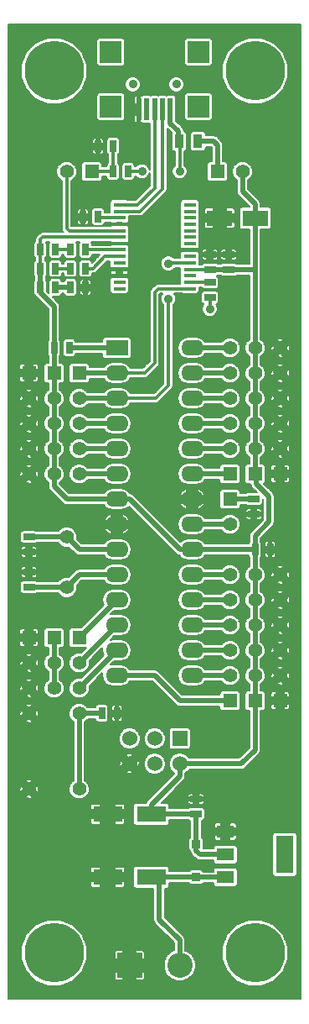
<source format=gtl>
G04 (created by PCBNEW (2012-12-10 BZR 3844)-stable) date Thu 10 Jan 2013 10:49:57 AM CET*
%MOIN*%
G04 Gerber Fmt 3.4, Leading zero omitted, Abs format*
%FSLAX34Y34*%
G01*
G70*
G90*
G04 APERTURE LIST*
%ADD10C,0.006*%
%ADD11C,0.056*%
%ADD12R,0.0709X0.0512*%
%ADD13R,0.0709X0.1496*%
%ADD14R,0.055X0.055*%
%ADD15C,0.055*%
%ADD16R,0.05X0.016*%
%ADD17R,0.035X0.055*%
%ADD18R,0.025X0.045*%
%ADD19R,0.045X0.025*%
%ADD20O,0.09X0.062*%
%ADD21R,0.09X0.062*%
%ADD22R,0.1X0.1*%
%ADD23C,0.1*%
%ADD24R,0.0335X0.0335*%
%ADD25C,0.2362*%
%ADD26R,0.0865X0.0865*%
%ADD27R,0.0196X0.0865*%
%ADD28C,0.0354*%
%ADD29R,0.06X0.06*%
%ADD30C,0.06*%
%ADD31R,0.1181X0.063*%
%ADD32R,0.1024X0.063*%
%ADD33C,0.0197*%
%ADD34C,0.0118*%
%ADD35C,0.008*%
%ADD36C,0.0067*%
G04 APERTURE END LIST*
G54D10*
G54D11*
X2500Y-20500D03*
X2500Y-22500D03*
G54D12*
X8819Y-32194D03*
X8819Y-33100D03*
X8819Y-34006D03*
G54D13*
X11181Y-33100D03*
G54D14*
X3500Y-6000D03*
G54D15*
X2500Y-6000D03*
X1000Y-27500D03*
X3000Y-27500D03*
X1000Y-30500D03*
X3000Y-30500D03*
G54D16*
X7400Y-10650D03*
X7400Y-10400D03*
X7400Y-10140D03*
X7400Y-9880D03*
X7400Y-9630D03*
X7400Y-9370D03*
X7400Y-9110D03*
X7400Y-8860D03*
X7400Y-8600D03*
X7400Y-8350D03*
X7400Y-8090D03*
X7400Y-7830D03*
X7400Y-7580D03*
X7400Y-7320D03*
X4600Y-7320D03*
X4600Y-7580D03*
X4600Y-7820D03*
X4600Y-8090D03*
X4600Y-8350D03*
X4600Y-8600D03*
X4600Y-8860D03*
X4600Y-9110D03*
X4600Y-9370D03*
X4600Y-9630D03*
X4600Y-9880D03*
X4600Y-10140D03*
X4600Y-10400D03*
X4600Y-10650D03*
G54D17*
X6975Y-4800D03*
X7725Y-4800D03*
G54D18*
X2650Y-9850D03*
X3250Y-9850D03*
X2000Y-13000D03*
X2600Y-13000D03*
X3900Y-27500D03*
X4500Y-27500D03*
X4950Y-6000D03*
X4350Y-6000D03*
X4350Y-5000D03*
X3750Y-5000D03*
X2650Y-9100D03*
X3250Y-9100D03*
X1450Y-9100D03*
X2050Y-9100D03*
X10000Y-21000D03*
X10600Y-21000D03*
G54D19*
X9950Y-19000D03*
X9950Y-19600D03*
X1000Y-21100D03*
X1000Y-20500D03*
X1000Y-21900D03*
X1000Y-22500D03*
X8200Y-9900D03*
X8200Y-9300D03*
X8950Y-9900D03*
X8950Y-9300D03*
G54D18*
X3750Y-7800D03*
X3150Y-7800D03*
X1450Y-9850D03*
X2050Y-9850D03*
G54D14*
X9000Y-27000D03*
G54D15*
X9000Y-26000D03*
X9000Y-25000D03*
X9000Y-24000D03*
X9000Y-23000D03*
X9000Y-22000D03*
G54D14*
X9000Y-18000D03*
G54D15*
X9000Y-17000D03*
X9000Y-16000D03*
X9000Y-15000D03*
X9000Y-14000D03*
X9000Y-13000D03*
G54D14*
X10000Y-27000D03*
G54D15*
X10000Y-26000D03*
X10000Y-25000D03*
X10000Y-24000D03*
X10000Y-23000D03*
X10000Y-22000D03*
G54D14*
X11000Y-27000D03*
G54D15*
X11000Y-26000D03*
X11000Y-25000D03*
X11000Y-24000D03*
X11000Y-23000D03*
X11000Y-22000D03*
G54D14*
X10000Y-18000D03*
G54D15*
X10000Y-17000D03*
X10000Y-16000D03*
X10000Y-15000D03*
X10000Y-14000D03*
X10000Y-13000D03*
G54D14*
X11000Y-18000D03*
G54D15*
X11000Y-17000D03*
X11000Y-16000D03*
X11000Y-15000D03*
X11000Y-14000D03*
X11000Y-13000D03*
G54D14*
X3000Y-14000D03*
G54D15*
X3000Y-15000D03*
X3000Y-16000D03*
X3000Y-17000D03*
X3000Y-18000D03*
G54D14*
X2000Y-14000D03*
G54D15*
X2000Y-15000D03*
X2000Y-16000D03*
X2000Y-17000D03*
X2000Y-18000D03*
G54D14*
X1000Y-14000D03*
G54D15*
X1000Y-15000D03*
X1000Y-16000D03*
X1000Y-17000D03*
X1000Y-18000D03*
G54D14*
X1000Y-24500D03*
G54D15*
X1000Y-25500D03*
X1000Y-26500D03*
G54D14*
X2000Y-24500D03*
G54D15*
X2000Y-25500D03*
X2000Y-26500D03*
G54D14*
X3000Y-24500D03*
G54D15*
X3000Y-25500D03*
X3000Y-26500D03*
G54D14*
X8500Y-6000D03*
G54D15*
X9500Y-6000D03*
G54D14*
X9000Y-19000D03*
G54D15*
X9000Y-20000D03*
G54D20*
X4500Y-14000D03*
X4500Y-15000D03*
X4500Y-16000D03*
X4500Y-17000D03*
X4500Y-18000D03*
X4500Y-19000D03*
X4500Y-20000D03*
X4500Y-21000D03*
X4500Y-22000D03*
X4500Y-23000D03*
X4500Y-24000D03*
X4500Y-25000D03*
X4500Y-26000D03*
G54D21*
X4500Y-13000D03*
G54D20*
X7500Y-26000D03*
X7500Y-25000D03*
X7500Y-24000D03*
X7500Y-23000D03*
X7500Y-22000D03*
X7500Y-21000D03*
X7500Y-20000D03*
X7500Y-19000D03*
X7500Y-18000D03*
X7500Y-17000D03*
X7500Y-16000D03*
X7500Y-15000D03*
X7500Y-14000D03*
X7500Y-13000D03*
G54D19*
X7650Y-31500D03*
X7650Y-30900D03*
G54D18*
X1450Y-10600D03*
X2050Y-10600D03*
X2650Y-10600D03*
X3250Y-10600D03*
G54D22*
X5000Y-37500D03*
G54D23*
X7000Y-37500D03*
G54D24*
X7650Y-34009D03*
X7650Y-32691D03*
G54D25*
X2000Y-2000D03*
X10000Y-2000D03*
X2000Y-37000D03*
X10000Y-37000D03*
G54D26*
X4256Y-3425D03*
G54D27*
X6629Y-3535D03*
X6314Y-3535D03*
X6000Y-3535D03*
X5686Y-3535D03*
X5371Y-3535D03*
G54D28*
X6865Y-2540D03*
X5134Y-2540D03*
G54D26*
X7744Y-3425D03*
X7744Y-1260D03*
X4256Y-1260D03*
G54D29*
X7000Y-28500D03*
G54D30*
X7000Y-29500D03*
X6000Y-28500D03*
X6000Y-29500D03*
X5000Y-28500D03*
X5000Y-29500D03*
G54D31*
X5866Y-34000D03*
X4134Y-34000D03*
X5866Y-31500D03*
X4134Y-31500D03*
G54D32*
X10009Y-7850D03*
X8591Y-7850D03*
G54D19*
X8200Y-10400D03*
X8200Y-11000D03*
G54D28*
X5500Y-6000D03*
X7000Y-6000D03*
X8200Y-11450D03*
X6550Y-11050D03*
X6550Y-9650D03*
G54D33*
X10000Y-7300D02*
X10000Y-7841D01*
X10000Y-7841D02*
X10009Y-7850D01*
X5866Y-31500D02*
X5866Y-31134D01*
X6181Y-30819D02*
X7000Y-30000D01*
X7000Y-30000D02*
X7000Y-29500D01*
X5866Y-31134D02*
X6181Y-30819D01*
X7650Y-31500D02*
X5866Y-31500D01*
X7650Y-32050D02*
X7650Y-31500D01*
X7650Y-32691D02*
X7650Y-32050D01*
X7650Y-32050D02*
X7650Y-31950D01*
X10000Y-27000D02*
X10000Y-28900D01*
X9450Y-29500D02*
X7000Y-29500D01*
X10000Y-28950D02*
X10000Y-28900D01*
X9450Y-29500D02*
X10000Y-28950D01*
X8950Y-9900D02*
X10000Y-9900D01*
X10000Y-14000D02*
X10000Y-13000D01*
X8950Y-9900D02*
X10000Y-9900D01*
X9500Y-6000D02*
X9500Y-6800D01*
X10000Y-8900D02*
X10000Y-7300D01*
X10000Y-8900D02*
X10000Y-9900D01*
X10000Y-7300D02*
X9500Y-6800D01*
X10000Y-13000D02*
X10000Y-9900D01*
X8819Y-33100D02*
X7800Y-33100D01*
X7650Y-32950D02*
X7800Y-33100D01*
X7650Y-32950D02*
X7650Y-32691D01*
X2000Y-12000D02*
X2000Y-11350D01*
X1450Y-10800D02*
X2000Y-11350D01*
X1450Y-10800D02*
X1450Y-10600D01*
X1450Y-9850D02*
X1450Y-10600D01*
X2000Y-25500D02*
X2000Y-26500D01*
X2000Y-24500D02*
X2000Y-25500D01*
X2000Y-24500D02*
X2000Y-26500D01*
X10000Y-26000D02*
X10000Y-27000D01*
X10000Y-25000D02*
X10000Y-26000D01*
X10000Y-24000D02*
X10000Y-25000D01*
X10000Y-23000D02*
X10000Y-27000D01*
X2000Y-13000D02*
X2000Y-14000D01*
X1450Y-9850D02*
X1450Y-10150D01*
X2000Y-14000D02*
X2000Y-12000D01*
X8200Y-9900D02*
X8950Y-9900D01*
X10000Y-27000D02*
X10000Y-22000D01*
X10050Y-18400D02*
X10050Y-18050D01*
X10000Y-20450D02*
X10550Y-19900D01*
X10550Y-19900D02*
X10550Y-18900D01*
X10550Y-18900D02*
X10050Y-18400D01*
X10000Y-21000D02*
X10000Y-20450D01*
X10050Y-18050D02*
X10000Y-18000D01*
X10000Y-13000D02*
X10000Y-15000D01*
X10000Y-16000D02*
X10000Y-15000D01*
X10000Y-17000D02*
X10000Y-16000D01*
X10000Y-18000D02*
X10000Y-17000D01*
X2000Y-15000D02*
X2000Y-14000D01*
X2000Y-16000D02*
X2000Y-15000D01*
X2000Y-17000D02*
X2000Y-16000D01*
X2000Y-18000D02*
X2000Y-17000D01*
X2000Y-18000D02*
X2000Y-18500D01*
X2500Y-19000D02*
X4500Y-19000D01*
X2000Y-18500D02*
X2500Y-19000D01*
X10000Y-22000D02*
X10000Y-21000D01*
X7500Y-21000D02*
X10000Y-21000D01*
X4500Y-19000D02*
X5000Y-19000D01*
X7000Y-21000D02*
X7500Y-21000D01*
X5000Y-19000D02*
X7000Y-21000D01*
G54D34*
X7400Y-9880D02*
X8180Y-9880D01*
X8180Y-9880D02*
X8200Y-9900D01*
X1450Y-9100D02*
X1450Y-8700D01*
X1550Y-8600D02*
X1450Y-8700D01*
X1550Y-8600D02*
X4600Y-8600D01*
X1450Y-9850D02*
X1450Y-9100D01*
G54D33*
X7500Y-23000D02*
X9000Y-23000D01*
X7500Y-24000D02*
X9000Y-24000D01*
X9950Y-19000D02*
X9000Y-19000D01*
X3000Y-18000D02*
X4500Y-18000D01*
X4500Y-24000D02*
X3500Y-25000D01*
X3500Y-25000D02*
X3000Y-25500D01*
X7500Y-20000D02*
X9000Y-20000D01*
X4500Y-23000D02*
X3000Y-24500D01*
X3000Y-17000D02*
X4500Y-17000D01*
X3000Y-16000D02*
X4500Y-16000D01*
X2500Y-22500D02*
X950Y-22500D01*
X2500Y-22500D02*
X3000Y-22000D01*
X3000Y-22000D02*
X4500Y-22000D01*
X1000Y-20500D02*
X2500Y-20500D01*
X2500Y-20500D02*
X3000Y-21000D01*
X3000Y-21000D02*
X4500Y-21000D01*
X4500Y-25000D02*
X3000Y-26500D01*
X7500Y-18000D02*
X9000Y-18000D01*
X9000Y-27000D02*
X7000Y-27000D01*
X6000Y-26000D02*
X4500Y-26000D01*
X7000Y-27000D02*
X6000Y-26000D01*
X7500Y-17000D02*
X9000Y-17000D01*
X7500Y-26000D02*
X9000Y-26000D01*
X9000Y-16000D02*
X7500Y-16000D01*
X7500Y-25000D02*
X9000Y-25000D01*
X7500Y-15000D02*
X9000Y-15000D01*
X7500Y-14000D02*
X9000Y-14000D01*
X9000Y-13000D02*
X7500Y-13000D01*
G54D34*
X6314Y-3535D02*
X6314Y-6686D01*
X5420Y-7580D02*
X6300Y-6700D01*
X5420Y-7580D02*
X4600Y-7580D01*
X6314Y-6686D02*
X6300Y-6700D01*
X6000Y-3535D02*
X6000Y-6650D01*
X5330Y-7320D02*
X4600Y-7320D01*
X6000Y-6650D02*
X5330Y-7320D01*
X6975Y-4800D02*
X6975Y-4975D01*
X7000Y-5000D02*
X7000Y-6000D01*
X6975Y-4975D02*
X7000Y-5000D01*
X5500Y-6000D02*
X4950Y-6000D01*
G54D33*
X6629Y-3535D02*
X6629Y-4079D01*
X6950Y-4400D02*
X6950Y-4725D01*
X6629Y-4079D02*
X6950Y-4400D01*
X6181Y-34000D02*
X6181Y-35681D01*
X7000Y-36500D02*
X7000Y-37500D01*
X6181Y-35681D02*
X7000Y-36500D01*
X6181Y-34000D02*
X7641Y-34000D01*
X7641Y-34000D02*
X7650Y-34009D01*
X7650Y-34009D02*
X8816Y-34009D01*
X8816Y-34009D02*
X8819Y-34006D01*
G54D34*
X3250Y-9850D02*
X3550Y-9850D01*
X4030Y-9370D02*
X4600Y-9370D01*
X3550Y-9850D02*
X4030Y-9370D01*
X2500Y-6000D02*
X2500Y-8250D01*
X2600Y-8350D02*
X4600Y-8350D01*
X2500Y-8250D02*
X2600Y-8350D01*
X4600Y-9110D02*
X3260Y-9110D01*
X3260Y-9110D02*
X3250Y-9100D01*
X4600Y-7820D02*
X3780Y-7820D01*
X3780Y-7820D02*
X3750Y-7850D01*
X8000Y-10400D02*
X8250Y-10400D01*
G54D35*
X7400Y-10400D02*
X8000Y-10400D01*
G54D34*
X7400Y-10400D02*
X8000Y-10400D01*
G54D33*
X2050Y-10600D02*
X2650Y-10600D01*
G54D34*
X4350Y-6000D02*
X4350Y-5000D01*
X4350Y-6000D02*
X3500Y-6000D01*
G54D33*
X7725Y-4800D02*
X8350Y-4800D01*
X8500Y-4950D02*
X8500Y-6000D01*
X8350Y-4800D02*
X8500Y-4950D01*
G54D34*
X2650Y-9850D02*
X2050Y-9850D01*
X2650Y-9100D02*
X2050Y-9100D01*
X8200Y-11000D02*
X8200Y-11450D01*
G54D33*
X3900Y-27500D02*
X3000Y-27500D01*
X4500Y-13000D02*
X2600Y-13000D01*
X3000Y-27500D02*
X3000Y-30500D01*
G54D34*
X2600Y-13000D02*
X4500Y-13000D01*
X7400Y-9630D02*
X6570Y-9630D01*
X6550Y-11050D02*
X6550Y-14500D01*
X6550Y-14500D02*
X6050Y-15000D01*
X6050Y-15000D02*
X4500Y-15000D01*
X6570Y-9630D02*
X6550Y-9650D01*
X7400Y-9630D02*
X6820Y-9630D01*
G54D33*
X3000Y-15000D02*
X4500Y-15000D01*
X7500Y-22000D02*
X9000Y-22000D01*
G54D34*
X6000Y-10800D02*
X6000Y-13600D01*
X6150Y-10650D02*
X6000Y-10800D01*
X7400Y-10650D02*
X6150Y-10650D01*
X5600Y-14000D02*
X4500Y-14000D01*
X6000Y-13600D02*
X5600Y-14000D01*
G54D33*
X3000Y-14000D02*
X4500Y-14000D01*
G54D36*
X175Y-175D02*
X11825Y-175D01*
X175Y-222D02*
X11825Y-222D01*
X175Y-269D02*
X11825Y-269D01*
X175Y-316D02*
X11825Y-316D01*
X175Y-363D02*
X11825Y-363D01*
X175Y-410D02*
X11825Y-410D01*
X175Y-457D02*
X11825Y-457D01*
X175Y-504D02*
X11825Y-504D01*
X175Y-551D02*
X11825Y-551D01*
X175Y-598D02*
X11825Y-598D01*
X175Y-645D02*
X11825Y-645D01*
X175Y-692D02*
X1727Y-692D01*
X2274Y-692D02*
X9727Y-692D01*
X10274Y-692D02*
X11825Y-692D01*
X175Y-739D02*
X1613Y-739D01*
X2387Y-739D02*
X3726Y-739D01*
X4786Y-739D02*
X7214Y-739D01*
X8274Y-739D02*
X9613Y-739D01*
X10387Y-739D02*
X11825Y-739D01*
X175Y-786D02*
X1499Y-786D01*
X2501Y-786D02*
X3698Y-786D01*
X4813Y-786D02*
X7186Y-786D01*
X8301Y-786D02*
X9499Y-786D01*
X10501Y-786D02*
X11825Y-786D01*
X175Y-833D02*
X1385Y-833D01*
X2614Y-833D02*
X3692Y-833D01*
X4820Y-833D02*
X7180Y-833D01*
X8308Y-833D02*
X9385Y-833D01*
X10614Y-833D02*
X11825Y-833D01*
X175Y-880D02*
X1271Y-880D01*
X2728Y-880D02*
X3692Y-880D01*
X4820Y-880D02*
X7180Y-880D01*
X8308Y-880D02*
X9271Y-880D01*
X10728Y-880D02*
X11825Y-880D01*
X175Y-927D02*
X1215Y-927D01*
X2784Y-927D02*
X3692Y-927D01*
X4820Y-927D02*
X7180Y-927D01*
X8308Y-927D02*
X9215Y-927D01*
X10784Y-927D02*
X11825Y-927D01*
X175Y-974D02*
X1168Y-974D01*
X2831Y-974D02*
X3692Y-974D01*
X4820Y-974D02*
X7180Y-974D01*
X8308Y-974D02*
X9168Y-974D01*
X10831Y-974D02*
X11825Y-974D01*
X175Y-1021D02*
X1121Y-1021D01*
X2878Y-1021D02*
X3692Y-1021D01*
X4820Y-1021D02*
X7180Y-1021D01*
X8308Y-1021D02*
X9121Y-1021D01*
X10878Y-1021D02*
X11825Y-1021D01*
X175Y-1068D02*
X1074Y-1068D01*
X2925Y-1068D02*
X3692Y-1068D01*
X4820Y-1068D02*
X7180Y-1068D01*
X8308Y-1068D02*
X9074Y-1068D01*
X10925Y-1068D02*
X11825Y-1068D01*
X175Y-1115D02*
X1027Y-1115D01*
X2972Y-1115D02*
X3692Y-1115D01*
X4820Y-1115D02*
X7180Y-1115D01*
X8308Y-1115D02*
X9027Y-1115D01*
X10972Y-1115D02*
X11825Y-1115D01*
X175Y-1162D02*
X980Y-1162D01*
X3019Y-1162D02*
X3692Y-1162D01*
X4820Y-1162D02*
X7180Y-1162D01*
X8308Y-1162D02*
X8980Y-1162D01*
X11019Y-1162D02*
X11825Y-1162D01*
X175Y-1209D02*
X933Y-1209D01*
X3066Y-1209D02*
X3692Y-1209D01*
X4820Y-1209D02*
X7180Y-1209D01*
X8308Y-1209D02*
X8933Y-1209D01*
X11066Y-1209D02*
X11825Y-1209D01*
X175Y-1256D02*
X886Y-1256D01*
X3113Y-1256D02*
X3692Y-1256D01*
X4820Y-1256D02*
X7180Y-1256D01*
X8308Y-1256D02*
X8886Y-1256D01*
X11113Y-1256D02*
X11825Y-1256D01*
X175Y-1303D02*
X867Y-1303D01*
X3132Y-1303D02*
X3692Y-1303D01*
X4820Y-1303D02*
X7180Y-1303D01*
X8308Y-1303D02*
X8867Y-1303D01*
X11132Y-1303D02*
X11825Y-1303D01*
X175Y-1350D02*
X847Y-1350D01*
X3152Y-1350D02*
X3692Y-1350D01*
X4820Y-1350D02*
X7180Y-1350D01*
X8308Y-1350D02*
X8847Y-1350D01*
X11152Y-1350D02*
X11825Y-1350D01*
X175Y-1397D02*
X828Y-1397D01*
X3171Y-1397D02*
X3692Y-1397D01*
X4820Y-1397D02*
X7180Y-1397D01*
X8308Y-1397D02*
X8828Y-1397D01*
X11171Y-1397D02*
X11825Y-1397D01*
X175Y-1444D02*
X808Y-1444D01*
X3191Y-1444D02*
X3692Y-1444D01*
X4820Y-1444D02*
X7180Y-1444D01*
X8308Y-1444D02*
X8808Y-1444D01*
X11191Y-1444D02*
X11825Y-1444D01*
X175Y-1491D02*
X789Y-1491D01*
X3210Y-1491D02*
X3692Y-1491D01*
X4820Y-1491D02*
X7180Y-1491D01*
X8308Y-1491D02*
X8789Y-1491D01*
X11210Y-1491D02*
X11825Y-1491D01*
X175Y-1538D02*
X769Y-1538D01*
X3229Y-1538D02*
X3692Y-1538D01*
X4820Y-1538D02*
X7180Y-1538D01*
X8308Y-1538D02*
X8769Y-1538D01*
X11229Y-1538D02*
X11825Y-1538D01*
X175Y-1585D02*
X750Y-1585D01*
X3249Y-1585D02*
X3692Y-1585D01*
X4820Y-1585D02*
X7180Y-1585D01*
X8308Y-1585D02*
X8750Y-1585D01*
X11249Y-1585D02*
X11825Y-1585D01*
X175Y-1632D02*
X730Y-1632D01*
X3268Y-1632D02*
X3692Y-1632D01*
X4820Y-1632D02*
X7180Y-1632D01*
X8308Y-1632D02*
X8730Y-1632D01*
X11268Y-1632D02*
X11825Y-1632D01*
X175Y-1679D02*
X711Y-1679D01*
X3287Y-1679D02*
X3692Y-1679D01*
X4820Y-1679D02*
X7180Y-1679D01*
X8308Y-1679D02*
X8711Y-1679D01*
X11287Y-1679D02*
X11825Y-1679D01*
X175Y-1726D02*
X691Y-1726D01*
X3307Y-1726D02*
X3696Y-1726D01*
X4817Y-1726D02*
X4820Y-1726D01*
X4820Y-1726D02*
X7184Y-1726D01*
X8305Y-1726D02*
X8308Y-1726D01*
X8308Y-1726D02*
X8691Y-1726D01*
X11307Y-1726D02*
X11825Y-1726D01*
X175Y-1773D02*
X687Y-1773D01*
X3313Y-1773D02*
X3718Y-1773D01*
X4794Y-1773D02*
X4820Y-1773D01*
X4820Y-1773D02*
X7206Y-1773D01*
X8282Y-1773D02*
X8308Y-1773D01*
X8308Y-1773D02*
X8687Y-1773D01*
X11313Y-1773D02*
X11825Y-1773D01*
X175Y-1820D02*
X687Y-1820D01*
X3313Y-1820D02*
X3789Y-1820D01*
X4724Y-1820D02*
X4820Y-1820D01*
X4820Y-1820D02*
X7277Y-1820D01*
X8212Y-1820D02*
X8308Y-1820D01*
X8308Y-1820D02*
X8687Y-1820D01*
X11313Y-1820D02*
X11825Y-1820D01*
X175Y-1867D02*
X687Y-1867D01*
X3313Y-1867D02*
X4820Y-1867D01*
X4820Y-1867D02*
X8308Y-1867D01*
X8308Y-1867D02*
X8687Y-1867D01*
X11313Y-1867D02*
X11825Y-1867D01*
X175Y-1914D02*
X687Y-1914D01*
X3313Y-1914D02*
X4820Y-1914D01*
X4820Y-1914D02*
X8308Y-1914D01*
X8308Y-1914D02*
X8687Y-1914D01*
X11313Y-1914D02*
X11825Y-1914D01*
X175Y-1961D02*
X687Y-1961D01*
X3313Y-1961D02*
X4820Y-1961D01*
X4820Y-1961D02*
X8308Y-1961D01*
X8308Y-1961D02*
X8687Y-1961D01*
X11313Y-1961D02*
X11825Y-1961D01*
X175Y-2008D02*
X687Y-2008D01*
X3313Y-2008D02*
X4820Y-2008D01*
X4820Y-2008D02*
X8308Y-2008D01*
X8308Y-2008D02*
X8687Y-2008D01*
X11313Y-2008D02*
X11825Y-2008D01*
X175Y-2055D02*
X687Y-2055D01*
X3313Y-2055D02*
X4820Y-2055D01*
X4820Y-2055D02*
X8308Y-2055D01*
X8308Y-2055D02*
X8687Y-2055D01*
X11313Y-2055D02*
X11825Y-2055D01*
X175Y-2102D02*
X687Y-2102D01*
X3313Y-2102D02*
X4820Y-2102D01*
X4820Y-2102D02*
X8308Y-2102D01*
X8308Y-2102D02*
X8687Y-2102D01*
X11313Y-2102D02*
X11825Y-2102D01*
X175Y-2149D02*
X687Y-2149D01*
X3313Y-2149D02*
X4820Y-2149D01*
X4820Y-2149D02*
X8308Y-2149D01*
X8308Y-2149D02*
X8687Y-2149D01*
X11313Y-2149D02*
X11825Y-2149D01*
X175Y-2196D02*
X687Y-2196D01*
X3313Y-2196D02*
X4820Y-2196D01*
X4820Y-2196D02*
X8308Y-2196D01*
X8308Y-2196D02*
X8687Y-2196D01*
X11313Y-2196D02*
X11825Y-2196D01*
X175Y-2243D02*
X687Y-2243D01*
X3313Y-2243D02*
X4820Y-2243D01*
X4820Y-2243D02*
X5041Y-2243D01*
X5227Y-2243D02*
X6772Y-2243D01*
X6958Y-2243D02*
X8308Y-2243D01*
X8308Y-2243D02*
X8687Y-2243D01*
X11313Y-2243D02*
X11825Y-2243D01*
X175Y-2290D02*
X700Y-2290D01*
X3302Y-2290D02*
X3313Y-2290D01*
X3313Y-2290D02*
X4820Y-2290D01*
X4820Y-2290D02*
X4945Y-2290D01*
X5322Y-2290D02*
X6676Y-2290D01*
X7053Y-2290D02*
X8308Y-2290D01*
X8308Y-2290D02*
X8700Y-2290D01*
X11302Y-2290D02*
X11313Y-2290D01*
X11313Y-2290D02*
X11825Y-2290D01*
X175Y-2337D02*
X719Y-2337D01*
X3282Y-2337D02*
X3313Y-2337D01*
X3313Y-2337D02*
X4820Y-2337D01*
X4820Y-2337D02*
X4898Y-2337D01*
X5369Y-2337D02*
X6629Y-2337D01*
X7100Y-2337D02*
X8308Y-2337D01*
X8308Y-2337D02*
X8719Y-2337D01*
X11282Y-2337D02*
X11313Y-2337D01*
X11313Y-2337D02*
X11825Y-2337D01*
X175Y-2384D02*
X739Y-2384D01*
X3263Y-2384D02*
X3313Y-2384D01*
X3313Y-2384D02*
X4820Y-2384D01*
X4820Y-2384D02*
X4862Y-2384D01*
X5404Y-2384D02*
X6593Y-2384D01*
X7135Y-2384D02*
X8308Y-2384D01*
X8308Y-2384D02*
X8739Y-2384D01*
X11263Y-2384D02*
X11313Y-2384D01*
X11313Y-2384D02*
X11825Y-2384D01*
X175Y-2431D02*
X758Y-2431D01*
X3244Y-2431D02*
X3313Y-2431D01*
X3313Y-2431D02*
X4820Y-2431D01*
X4820Y-2431D02*
X4843Y-2431D01*
X5424Y-2431D02*
X6574Y-2431D01*
X7155Y-2431D02*
X8308Y-2431D01*
X8308Y-2431D02*
X8758Y-2431D01*
X11244Y-2431D02*
X11313Y-2431D01*
X11313Y-2431D02*
X11825Y-2431D01*
X175Y-2478D02*
X777Y-2478D01*
X3224Y-2478D02*
X3313Y-2478D01*
X3313Y-2478D02*
X4820Y-2478D01*
X4820Y-2478D02*
X4824Y-2478D01*
X5443Y-2478D02*
X6555Y-2478D01*
X7174Y-2478D02*
X8308Y-2478D01*
X8308Y-2478D02*
X8777Y-2478D01*
X11224Y-2478D02*
X11313Y-2478D01*
X11313Y-2478D02*
X11825Y-2478D01*
X175Y-2525D02*
X797Y-2525D01*
X3205Y-2525D02*
X3313Y-2525D01*
X3313Y-2525D02*
X4820Y-2525D01*
X4820Y-2525D02*
X4824Y-2525D01*
X5444Y-2525D02*
X6555Y-2525D01*
X7175Y-2525D02*
X8308Y-2525D01*
X8308Y-2525D02*
X8797Y-2525D01*
X11205Y-2525D02*
X11313Y-2525D01*
X11313Y-2525D02*
X11825Y-2525D01*
X175Y-2572D02*
X816Y-2572D01*
X3185Y-2572D02*
X3313Y-2572D01*
X3313Y-2572D02*
X4820Y-2572D01*
X4820Y-2572D02*
X4824Y-2572D01*
X5444Y-2572D02*
X6555Y-2572D01*
X7175Y-2572D02*
X8308Y-2572D01*
X8308Y-2572D02*
X8816Y-2572D01*
X11185Y-2572D02*
X11313Y-2572D01*
X11313Y-2572D02*
X11825Y-2572D01*
X175Y-2619D02*
X835Y-2619D01*
X3166Y-2619D02*
X3313Y-2619D01*
X3313Y-2619D02*
X4820Y-2619D01*
X4820Y-2619D02*
X4832Y-2619D01*
X5437Y-2619D02*
X5444Y-2619D01*
X5444Y-2619D02*
X6563Y-2619D01*
X7168Y-2619D02*
X7175Y-2619D01*
X7175Y-2619D02*
X8308Y-2619D01*
X8308Y-2619D02*
X8835Y-2619D01*
X11166Y-2619D02*
X11313Y-2619D01*
X11313Y-2619D02*
X11825Y-2619D01*
X175Y-2666D02*
X855Y-2666D01*
X3146Y-2666D02*
X3313Y-2666D01*
X3313Y-2666D02*
X4820Y-2666D01*
X4820Y-2666D02*
X4851Y-2666D01*
X5418Y-2666D02*
X5444Y-2666D01*
X5444Y-2666D02*
X6582Y-2666D01*
X7149Y-2666D02*
X7175Y-2666D01*
X7175Y-2666D02*
X8308Y-2666D01*
X8308Y-2666D02*
X8855Y-2666D01*
X11146Y-2666D02*
X11313Y-2666D01*
X11313Y-2666D02*
X11825Y-2666D01*
X175Y-2713D02*
X874Y-2713D01*
X3127Y-2713D02*
X3313Y-2713D01*
X3313Y-2713D02*
X4820Y-2713D01*
X4820Y-2713D02*
X4871Y-2713D01*
X5399Y-2713D02*
X5444Y-2713D01*
X5444Y-2713D02*
X6602Y-2713D01*
X7130Y-2713D02*
X7175Y-2713D01*
X7175Y-2713D02*
X8308Y-2713D01*
X8308Y-2713D02*
X8874Y-2713D01*
X11127Y-2713D02*
X11313Y-2713D01*
X11313Y-2713D02*
X11825Y-2713D01*
X175Y-2760D02*
X903Y-2760D01*
X3098Y-2760D02*
X3313Y-2760D01*
X3313Y-2760D02*
X4820Y-2760D01*
X4820Y-2760D02*
X4916Y-2760D01*
X5353Y-2760D02*
X5444Y-2760D01*
X5444Y-2760D02*
X6647Y-2760D01*
X7084Y-2760D02*
X7175Y-2760D01*
X7175Y-2760D02*
X8308Y-2760D01*
X8308Y-2760D02*
X8903Y-2760D01*
X11098Y-2760D02*
X11313Y-2760D01*
X11313Y-2760D02*
X11825Y-2760D01*
X175Y-2807D02*
X950Y-2807D01*
X3051Y-2807D02*
X3313Y-2807D01*
X3313Y-2807D02*
X4820Y-2807D01*
X4820Y-2807D02*
X4968Y-2807D01*
X5300Y-2807D02*
X5444Y-2807D01*
X5444Y-2807D02*
X6699Y-2807D01*
X7031Y-2807D02*
X7175Y-2807D01*
X7175Y-2807D02*
X8308Y-2807D01*
X8308Y-2807D02*
X8950Y-2807D01*
X11051Y-2807D02*
X11313Y-2807D01*
X11313Y-2807D02*
X11825Y-2807D01*
X175Y-2854D02*
X997Y-2854D01*
X3004Y-2854D02*
X3313Y-2854D01*
X3313Y-2854D02*
X4820Y-2854D01*
X4820Y-2854D02*
X5444Y-2854D01*
X5444Y-2854D02*
X7175Y-2854D01*
X7175Y-2854D02*
X8308Y-2854D01*
X8308Y-2854D02*
X8997Y-2854D01*
X11004Y-2854D02*
X11313Y-2854D01*
X11313Y-2854D02*
X11825Y-2854D01*
X175Y-2901D02*
X1044Y-2901D01*
X2957Y-2901D02*
X3313Y-2901D01*
X3313Y-2901D02*
X3729Y-2901D01*
X4783Y-2901D02*
X4820Y-2901D01*
X4820Y-2901D02*
X5444Y-2901D01*
X5444Y-2901D02*
X7175Y-2901D01*
X7175Y-2901D02*
X7217Y-2901D01*
X8271Y-2901D02*
X8308Y-2901D01*
X8308Y-2901D02*
X9044Y-2901D01*
X10957Y-2901D02*
X11313Y-2901D01*
X11313Y-2901D02*
X11825Y-2901D01*
X175Y-2948D02*
X1091Y-2948D01*
X2910Y-2948D02*
X3313Y-2948D01*
X3313Y-2948D02*
X3699Y-2948D01*
X4812Y-2948D02*
X4820Y-2948D01*
X4820Y-2948D02*
X5444Y-2948D01*
X5444Y-2948D02*
X7175Y-2948D01*
X7175Y-2948D02*
X7187Y-2948D01*
X8300Y-2948D02*
X8308Y-2948D01*
X8308Y-2948D02*
X9091Y-2948D01*
X10910Y-2948D02*
X11313Y-2948D01*
X11313Y-2948D02*
X11825Y-2948D01*
X175Y-2995D02*
X1138Y-2995D01*
X2863Y-2995D02*
X3313Y-2995D01*
X3313Y-2995D02*
X3692Y-2995D01*
X4820Y-2995D02*
X5444Y-2995D01*
X5444Y-2995D02*
X5508Y-2995D01*
X6806Y-2995D02*
X7175Y-2995D01*
X7175Y-2995D02*
X7180Y-2995D01*
X8308Y-2995D02*
X9138Y-2995D01*
X10863Y-2995D02*
X11313Y-2995D01*
X11313Y-2995D02*
X11825Y-2995D01*
X175Y-3042D02*
X1185Y-3042D01*
X2816Y-3042D02*
X3313Y-3042D01*
X3313Y-3042D02*
X3692Y-3042D01*
X4820Y-3042D02*
X5194Y-3042D01*
X5322Y-3042D02*
X5420Y-3042D01*
X6844Y-3042D02*
X7175Y-3042D01*
X7175Y-3042D02*
X7180Y-3042D01*
X8308Y-3042D02*
X9185Y-3042D01*
X10816Y-3042D02*
X11313Y-3042D01*
X11313Y-3042D02*
X11825Y-3042D01*
X175Y-3089D02*
X1232Y-3089D01*
X2769Y-3089D02*
X3313Y-3089D01*
X3313Y-3089D02*
X3692Y-3089D01*
X4820Y-3089D02*
X5174Y-3089D01*
X5322Y-3089D02*
X5420Y-3089D01*
X6859Y-3089D02*
X7175Y-3089D01*
X7175Y-3089D02*
X7180Y-3089D01*
X8308Y-3089D02*
X9232Y-3089D01*
X10769Y-3089D02*
X11313Y-3089D01*
X11313Y-3089D02*
X11825Y-3089D01*
X175Y-3136D02*
X1311Y-3136D01*
X2690Y-3136D02*
X3313Y-3136D01*
X3313Y-3136D02*
X3692Y-3136D01*
X4820Y-3136D02*
X5173Y-3136D01*
X5322Y-3136D02*
X5420Y-3136D01*
X6859Y-3136D02*
X7175Y-3136D01*
X7175Y-3136D02*
X7180Y-3136D01*
X8308Y-3136D02*
X9311Y-3136D01*
X10690Y-3136D02*
X11313Y-3136D01*
X11313Y-3136D02*
X11825Y-3136D01*
X175Y-3183D02*
X1425Y-3183D01*
X2576Y-3183D02*
X3313Y-3183D01*
X3313Y-3183D02*
X3692Y-3183D01*
X4820Y-3183D02*
X5173Y-3183D01*
X5322Y-3183D02*
X5420Y-3183D01*
X6859Y-3183D02*
X7175Y-3183D01*
X7175Y-3183D02*
X7180Y-3183D01*
X8308Y-3183D02*
X9425Y-3183D01*
X10576Y-3183D02*
X11313Y-3183D01*
X11313Y-3183D02*
X11825Y-3183D01*
X175Y-3230D02*
X1538Y-3230D01*
X2462Y-3230D02*
X3313Y-3230D01*
X3313Y-3230D02*
X3692Y-3230D01*
X4820Y-3230D02*
X5173Y-3230D01*
X5322Y-3230D02*
X5420Y-3230D01*
X6859Y-3230D02*
X7175Y-3230D01*
X7175Y-3230D02*
X7180Y-3230D01*
X8308Y-3230D02*
X9538Y-3230D01*
X10462Y-3230D02*
X11313Y-3230D01*
X11313Y-3230D02*
X11825Y-3230D01*
X175Y-3277D02*
X1652Y-3277D01*
X2348Y-3277D02*
X3313Y-3277D01*
X3313Y-3277D02*
X3692Y-3277D01*
X4820Y-3277D02*
X5173Y-3277D01*
X5322Y-3277D02*
X5420Y-3277D01*
X6859Y-3277D02*
X7175Y-3277D01*
X7175Y-3277D02*
X7180Y-3277D01*
X8308Y-3277D02*
X9652Y-3277D01*
X10348Y-3277D02*
X11313Y-3277D01*
X11313Y-3277D02*
X11825Y-3277D01*
X175Y-3324D02*
X3313Y-3324D01*
X3313Y-3324D02*
X3692Y-3324D01*
X4820Y-3324D02*
X5322Y-3324D01*
X5322Y-3324D02*
X5456Y-3324D01*
X6859Y-3324D02*
X7175Y-3324D01*
X7175Y-3324D02*
X7180Y-3324D01*
X8308Y-3324D02*
X11313Y-3324D01*
X11313Y-3324D02*
X11825Y-3324D01*
X175Y-3371D02*
X3313Y-3371D01*
X3313Y-3371D02*
X3692Y-3371D01*
X4820Y-3371D02*
X5322Y-3371D01*
X5322Y-3371D02*
X5456Y-3371D01*
X6859Y-3371D02*
X7175Y-3371D01*
X7175Y-3371D02*
X7180Y-3371D01*
X8308Y-3371D02*
X11313Y-3371D01*
X11313Y-3371D02*
X11825Y-3371D01*
X175Y-3418D02*
X3313Y-3418D01*
X3313Y-3418D02*
X3692Y-3418D01*
X4820Y-3418D02*
X5322Y-3418D01*
X5322Y-3418D02*
X5456Y-3418D01*
X6859Y-3418D02*
X7175Y-3418D01*
X7175Y-3418D02*
X7180Y-3418D01*
X8308Y-3418D02*
X11313Y-3418D01*
X11313Y-3418D02*
X11825Y-3418D01*
X175Y-3465D02*
X3313Y-3465D01*
X3313Y-3465D02*
X3692Y-3465D01*
X4820Y-3465D02*
X5322Y-3465D01*
X5322Y-3465D02*
X5456Y-3465D01*
X6859Y-3465D02*
X7175Y-3465D01*
X7175Y-3465D02*
X7180Y-3465D01*
X8308Y-3465D02*
X11313Y-3465D01*
X11313Y-3465D02*
X11825Y-3465D01*
X175Y-3512D02*
X3313Y-3512D01*
X3313Y-3512D02*
X3692Y-3512D01*
X4820Y-3512D02*
X5322Y-3512D01*
X5322Y-3512D02*
X5456Y-3512D01*
X6859Y-3512D02*
X7175Y-3512D01*
X7175Y-3512D02*
X7180Y-3512D01*
X8308Y-3512D02*
X11313Y-3512D01*
X11313Y-3512D02*
X11825Y-3512D01*
X175Y-3559D02*
X3313Y-3559D01*
X3313Y-3559D02*
X3692Y-3559D01*
X4820Y-3559D02*
X5322Y-3559D01*
X5322Y-3559D02*
X5456Y-3559D01*
X6860Y-3559D02*
X7175Y-3559D01*
X7175Y-3559D02*
X7180Y-3559D01*
X8308Y-3559D02*
X11313Y-3559D01*
X11313Y-3559D02*
X11825Y-3559D01*
X175Y-3606D02*
X3313Y-3606D01*
X3313Y-3606D02*
X3692Y-3606D01*
X4820Y-3606D02*
X5322Y-3606D01*
X5322Y-3606D02*
X5456Y-3606D01*
X6860Y-3606D02*
X7175Y-3606D01*
X7175Y-3606D02*
X7180Y-3606D01*
X8308Y-3606D02*
X11313Y-3606D01*
X11313Y-3606D02*
X11825Y-3606D01*
X175Y-3653D02*
X3313Y-3653D01*
X3313Y-3653D02*
X3692Y-3653D01*
X4820Y-3653D02*
X5322Y-3653D01*
X5322Y-3653D02*
X5456Y-3653D01*
X6860Y-3653D02*
X7175Y-3653D01*
X7175Y-3653D02*
X7180Y-3653D01*
X8308Y-3653D02*
X11313Y-3653D01*
X11313Y-3653D02*
X11825Y-3653D01*
X175Y-3700D02*
X3313Y-3700D01*
X3313Y-3700D02*
X3692Y-3700D01*
X4820Y-3700D02*
X5322Y-3700D01*
X5322Y-3700D02*
X5456Y-3700D01*
X6860Y-3700D02*
X7175Y-3700D01*
X7175Y-3700D02*
X7180Y-3700D01*
X8308Y-3700D02*
X11313Y-3700D01*
X11313Y-3700D02*
X11825Y-3700D01*
X175Y-3747D02*
X3313Y-3747D01*
X3313Y-3747D02*
X3692Y-3747D01*
X4820Y-3747D02*
X5322Y-3747D01*
X5322Y-3747D02*
X5456Y-3747D01*
X6860Y-3747D02*
X7175Y-3747D01*
X7175Y-3747D02*
X7180Y-3747D01*
X8308Y-3747D02*
X11313Y-3747D01*
X11313Y-3747D02*
X11825Y-3747D01*
X175Y-3794D02*
X3313Y-3794D01*
X3313Y-3794D02*
X3692Y-3794D01*
X4820Y-3794D02*
X5174Y-3794D01*
X5322Y-3794D02*
X5420Y-3794D01*
X6860Y-3794D02*
X7175Y-3794D01*
X7175Y-3794D02*
X7180Y-3794D01*
X8308Y-3794D02*
X11313Y-3794D01*
X11313Y-3794D02*
X11825Y-3794D01*
X175Y-3841D02*
X3313Y-3841D01*
X3313Y-3841D02*
X3692Y-3841D01*
X4820Y-3841D02*
X5174Y-3841D01*
X5322Y-3841D02*
X5420Y-3841D01*
X6860Y-3841D02*
X7175Y-3841D01*
X7175Y-3841D02*
X7180Y-3841D01*
X8308Y-3841D02*
X11313Y-3841D01*
X11313Y-3841D02*
X11825Y-3841D01*
X175Y-3888D02*
X3313Y-3888D01*
X3313Y-3888D02*
X3695Y-3888D01*
X4818Y-3888D02*
X4820Y-3888D01*
X4820Y-3888D02*
X5174Y-3888D01*
X5322Y-3888D02*
X5420Y-3888D01*
X6860Y-3888D02*
X7175Y-3888D01*
X7175Y-3888D02*
X7183Y-3888D01*
X8306Y-3888D02*
X8308Y-3888D01*
X8308Y-3888D02*
X11313Y-3888D01*
X11313Y-3888D02*
X11825Y-3888D01*
X175Y-3935D02*
X3313Y-3935D01*
X3313Y-3935D02*
X3715Y-3935D01*
X4797Y-3935D02*
X4820Y-3935D01*
X4820Y-3935D02*
X5174Y-3935D01*
X5322Y-3935D02*
X5420Y-3935D01*
X6860Y-3935D02*
X7175Y-3935D01*
X7175Y-3935D02*
X7203Y-3935D01*
X8285Y-3935D02*
X8308Y-3935D01*
X8308Y-3935D02*
X11313Y-3935D01*
X11313Y-3935D02*
X11825Y-3935D01*
X175Y-3982D02*
X3313Y-3982D01*
X3313Y-3982D02*
X3781Y-3982D01*
X4732Y-3982D02*
X4820Y-3982D01*
X4820Y-3982D02*
X5174Y-3982D01*
X5322Y-3982D02*
X5420Y-3982D01*
X6860Y-3982D02*
X7175Y-3982D01*
X7175Y-3982D02*
X7269Y-3982D01*
X8220Y-3982D02*
X8308Y-3982D01*
X8308Y-3982D02*
X11313Y-3982D01*
X11313Y-3982D02*
X11825Y-3982D01*
X175Y-4029D02*
X3313Y-4029D01*
X3313Y-4029D02*
X4820Y-4029D01*
X4820Y-4029D02*
X5195Y-4029D01*
X5322Y-4029D02*
X5420Y-4029D01*
X6906Y-4029D02*
X7175Y-4029D01*
X7175Y-4029D02*
X8308Y-4029D01*
X8308Y-4029D02*
X11313Y-4029D01*
X11313Y-4029D02*
X11825Y-4029D01*
X175Y-4076D02*
X3313Y-4076D01*
X3313Y-4076D02*
X4820Y-4076D01*
X4820Y-4076D02*
X5322Y-4076D01*
X5322Y-4076D02*
X5510Y-4076D01*
X6953Y-4076D02*
X7175Y-4076D01*
X7175Y-4076D02*
X8308Y-4076D01*
X8308Y-4076D02*
X11313Y-4076D01*
X11313Y-4076D02*
X11825Y-4076D01*
X175Y-4123D02*
X3313Y-4123D01*
X3313Y-4123D02*
X4820Y-4123D01*
X4820Y-4123D02*
X5322Y-4123D01*
X5322Y-4123D02*
X5808Y-4123D01*
X7000Y-4123D02*
X7175Y-4123D01*
X7175Y-4123D02*
X8308Y-4123D01*
X8308Y-4123D02*
X11313Y-4123D01*
X11313Y-4123D02*
X11825Y-4123D01*
X175Y-4170D02*
X3313Y-4170D01*
X3313Y-4170D02*
X4820Y-4170D01*
X4820Y-4170D02*
X5322Y-4170D01*
X5322Y-4170D02*
X5808Y-4170D01*
X7047Y-4170D02*
X7175Y-4170D01*
X7175Y-4170D02*
X8308Y-4170D01*
X8308Y-4170D02*
X11313Y-4170D01*
X11313Y-4170D02*
X11825Y-4170D01*
X175Y-4217D02*
X3313Y-4217D01*
X3313Y-4217D02*
X4820Y-4217D01*
X4820Y-4217D02*
X5322Y-4217D01*
X5322Y-4217D02*
X5808Y-4217D01*
X7094Y-4217D02*
X7175Y-4217D01*
X7175Y-4217D02*
X8308Y-4217D01*
X8308Y-4217D02*
X11313Y-4217D01*
X11313Y-4217D02*
X11825Y-4217D01*
X175Y-4264D02*
X3313Y-4264D01*
X3313Y-4264D02*
X4820Y-4264D01*
X4820Y-4264D02*
X5322Y-4264D01*
X5322Y-4264D02*
X5808Y-4264D01*
X7130Y-4264D02*
X7175Y-4264D01*
X7175Y-4264D02*
X8308Y-4264D01*
X8308Y-4264D02*
X11313Y-4264D01*
X11313Y-4264D02*
X11825Y-4264D01*
X175Y-4311D02*
X3313Y-4311D01*
X3313Y-4311D02*
X4820Y-4311D01*
X4820Y-4311D02*
X5322Y-4311D01*
X5322Y-4311D02*
X5808Y-4311D01*
X6506Y-4311D02*
X6535Y-4311D01*
X7162Y-4311D02*
X7175Y-4311D01*
X7175Y-4311D02*
X8308Y-4311D01*
X8308Y-4311D02*
X11313Y-4311D01*
X11313Y-4311D02*
X11825Y-4311D01*
X175Y-4358D02*
X3313Y-4358D01*
X3313Y-4358D02*
X4820Y-4358D01*
X4820Y-4358D02*
X5322Y-4358D01*
X5322Y-4358D02*
X5808Y-4358D01*
X6506Y-4358D02*
X6582Y-4358D01*
X7172Y-4358D02*
X7175Y-4358D01*
X7175Y-4358D02*
X8308Y-4358D01*
X8308Y-4358D02*
X11313Y-4358D01*
X11313Y-4358D02*
X11825Y-4358D01*
X175Y-4405D02*
X3313Y-4405D01*
X3313Y-4405D02*
X4820Y-4405D01*
X4820Y-4405D02*
X5322Y-4405D01*
X5322Y-4405D02*
X5808Y-4405D01*
X6506Y-4405D02*
X6629Y-4405D01*
X7205Y-4405D02*
X7494Y-4405D01*
X7955Y-4405D02*
X8308Y-4405D01*
X8308Y-4405D02*
X11313Y-4405D01*
X11313Y-4405D02*
X11825Y-4405D01*
X175Y-4452D02*
X3313Y-4452D01*
X3313Y-4452D02*
X4820Y-4452D01*
X4820Y-4452D02*
X5322Y-4452D01*
X5322Y-4452D02*
X5808Y-4452D01*
X6506Y-4452D02*
X6676Y-4452D01*
X7262Y-4452D02*
X7437Y-4452D01*
X8012Y-4452D02*
X8308Y-4452D01*
X8308Y-4452D02*
X11313Y-4452D01*
X11313Y-4452D02*
X11825Y-4452D01*
X175Y-4499D02*
X3313Y-4499D01*
X3313Y-4499D02*
X4820Y-4499D01*
X4820Y-4499D02*
X5322Y-4499D01*
X5322Y-4499D02*
X5808Y-4499D01*
X6506Y-4499D02*
X6668Y-4499D01*
X7282Y-4499D02*
X7418Y-4499D01*
X8032Y-4499D02*
X8308Y-4499D01*
X8308Y-4499D02*
X11313Y-4499D01*
X11313Y-4499D02*
X11825Y-4499D01*
X175Y-4546D02*
X3313Y-4546D01*
X3313Y-4546D02*
X4820Y-4546D01*
X4820Y-4546D02*
X5322Y-4546D01*
X5322Y-4546D02*
X5808Y-4546D01*
X6506Y-4546D02*
X6668Y-4546D01*
X7282Y-4546D02*
X7418Y-4546D01*
X8032Y-4546D02*
X8308Y-4546D01*
X8308Y-4546D02*
X11313Y-4546D01*
X11313Y-4546D02*
X11825Y-4546D01*
X175Y-4593D02*
X3313Y-4593D01*
X3313Y-4593D02*
X4820Y-4593D01*
X4820Y-4593D02*
X5322Y-4593D01*
X5322Y-4593D02*
X5808Y-4593D01*
X6506Y-4593D02*
X6668Y-4593D01*
X7282Y-4593D02*
X7418Y-4593D01*
X8447Y-4593D02*
X11313Y-4593D01*
X11313Y-4593D02*
X11825Y-4593D01*
X175Y-4640D02*
X3313Y-4640D01*
X3313Y-4640D02*
X4820Y-4640D01*
X4820Y-4640D02*
X5322Y-4640D01*
X5322Y-4640D02*
X5808Y-4640D01*
X6506Y-4640D02*
X6668Y-4640D01*
X7282Y-4640D02*
X7418Y-4640D01*
X8516Y-4640D02*
X11313Y-4640D01*
X11313Y-4640D02*
X11825Y-4640D01*
X175Y-4687D02*
X3313Y-4687D01*
X3313Y-4687D02*
X3578Y-4687D01*
X3675Y-4687D02*
X3825Y-4687D01*
X3921Y-4687D02*
X4126Y-4687D01*
X4574Y-4687D02*
X4820Y-4687D01*
X4820Y-4687D02*
X5322Y-4687D01*
X5322Y-4687D02*
X5808Y-4687D01*
X6506Y-4687D02*
X6668Y-4687D01*
X7282Y-4687D02*
X7418Y-4687D01*
X8563Y-4687D02*
X11313Y-4687D01*
X11313Y-4687D02*
X11825Y-4687D01*
X175Y-4734D02*
X3313Y-4734D01*
X3313Y-4734D02*
X3534Y-4734D01*
X3688Y-4734D02*
X3812Y-4734D01*
X3965Y-4734D02*
X4099Y-4734D01*
X4600Y-4734D02*
X4820Y-4734D01*
X4820Y-4734D02*
X5322Y-4734D01*
X5322Y-4734D02*
X5808Y-4734D01*
X6506Y-4734D02*
X6668Y-4734D01*
X7282Y-4734D02*
X7418Y-4734D01*
X8610Y-4734D02*
X11313Y-4734D01*
X11313Y-4734D02*
X11825Y-4734D01*
X175Y-4781D02*
X3313Y-4781D01*
X3313Y-4781D02*
X3526Y-4781D01*
X3688Y-4781D02*
X3812Y-4781D01*
X3974Y-4781D02*
X4093Y-4781D01*
X4607Y-4781D02*
X4820Y-4781D01*
X4820Y-4781D02*
X5322Y-4781D01*
X5322Y-4781D02*
X5808Y-4781D01*
X6506Y-4781D02*
X6668Y-4781D01*
X7282Y-4781D02*
X7418Y-4781D01*
X8657Y-4781D02*
X11313Y-4781D01*
X11313Y-4781D02*
X11825Y-4781D01*
X175Y-4828D02*
X3313Y-4828D01*
X3313Y-4828D02*
X3525Y-4828D01*
X3688Y-4828D02*
X3812Y-4828D01*
X3974Y-4828D02*
X4093Y-4828D01*
X4607Y-4828D02*
X4820Y-4828D01*
X4820Y-4828D02*
X5322Y-4828D01*
X5322Y-4828D02*
X5808Y-4828D01*
X6506Y-4828D02*
X6668Y-4828D01*
X7282Y-4828D02*
X7418Y-4828D01*
X8690Y-4828D02*
X11313Y-4828D01*
X11313Y-4828D02*
X11825Y-4828D01*
X175Y-4875D02*
X3313Y-4875D01*
X3313Y-4875D02*
X3537Y-4875D01*
X3688Y-4875D02*
X3812Y-4875D01*
X3963Y-4875D02*
X3975Y-4875D01*
X3975Y-4875D02*
X4093Y-4875D01*
X4607Y-4875D02*
X4820Y-4875D01*
X4820Y-4875D02*
X5322Y-4875D01*
X5322Y-4875D02*
X5808Y-4875D01*
X6506Y-4875D02*
X6668Y-4875D01*
X7282Y-4875D02*
X7418Y-4875D01*
X8715Y-4875D02*
X11313Y-4875D01*
X11313Y-4875D02*
X11825Y-4875D01*
X175Y-4922D02*
X3313Y-4922D01*
X3313Y-4922D02*
X3688Y-4922D01*
X3688Y-4922D02*
X3975Y-4922D01*
X3975Y-4922D02*
X4093Y-4922D01*
X4607Y-4922D02*
X4820Y-4922D01*
X4820Y-4922D02*
X5322Y-4922D01*
X5322Y-4922D02*
X5808Y-4922D01*
X6506Y-4922D02*
X6668Y-4922D01*
X7282Y-4922D02*
X7418Y-4922D01*
X8725Y-4922D02*
X11313Y-4922D01*
X11313Y-4922D02*
X11825Y-4922D01*
X175Y-4969D02*
X3313Y-4969D01*
X3313Y-4969D02*
X3688Y-4969D01*
X3688Y-4969D02*
X3975Y-4969D01*
X3975Y-4969D02*
X4093Y-4969D01*
X4607Y-4969D02*
X4820Y-4969D01*
X4820Y-4969D02*
X5322Y-4969D01*
X5322Y-4969D02*
X5808Y-4969D01*
X6506Y-4969D02*
X6668Y-4969D01*
X7282Y-4969D02*
X7418Y-4969D01*
X8731Y-4969D02*
X11313Y-4969D01*
X11313Y-4969D02*
X11825Y-4969D01*
X175Y-5016D02*
X3313Y-5016D01*
X3313Y-5016D02*
X3688Y-5016D01*
X3688Y-5016D02*
X3975Y-5016D01*
X3975Y-5016D02*
X4093Y-5016D01*
X4607Y-5016D02*
X4820Y-5016D01*
X4820Y-5016D02*
X5322Y-5016D01*
X5322Y-5016D02*
X5808Y-5016D01*
X6506Y-5016D02*
X6668Y-5016D01*
X7282Y-5016D02*
X7418Y-5016D01*
X8731Y-5016D02*
X11313Y-5016D01*
X11313Y-5016D02*
X11825Y-5016D01*
X175Y-5063D02*
X3313Y-5063D01*
X3313Y-5063D02*
X3688Y-5063D01*
X3688Y-5063D02*
X3975Y-5063D01*
X3975Y-5063D02*
X4093Y-5063D01*
X4607Y-5063D02*
X4820Y-5063D01*
X4820Y-5063D02*
X5322Y-5063D01*
X5322Y-5063D02*
X5808Y-5063D01*
X6506Y-5063D02*
X6668Y-5063D01*
X7282Y-5063D02*
X7418Y-5063D01*
X8032Y-5063D02*
X8269Y-5063D01*
X8731Y-5063D02*
X11313Y-5063D01*
X11313Y-5063D02*
X11825Y-5063D01*
X175Y-5110D02*
X3313Y-5110D01*
X3313Y-5110D02*
X3688Y-5110D01*
X3688Y-5110D02*
X3975Y-5110D01*
X3975Y-5110D02*
X4093Y-5110D01*
X4607Y-5110D02*
X4820Y-5110D01*
X4820Y-5110D02*
X5322Y-5110D01*
X5322Y-5110D02*
X5808Y-5110D01*
X6506Y-5110D02*
X6672Y-5110D01*
X7279Y-5110D02*
X7422Y-5110D01*
X8029Y-5110D02*
X8269Y-5110D01*
X8731Y-5110D02*
X11313Y-5110D01*
X11313Y-5110D02*
X11825Y-5110D01*
X175Y-5157D02*
X3313Y-5157D01*
X3313Y-5157D02*
X3526Y-5157D01*
X3688Y-5157D02*
X3812Y-5157D01*
X3975Y-5157D02*
X3975Y-5157D01*
X3975Y-5157D02*
X4093Y-5157D01*
X4607Y-5157D02*
X4820Y-5157D01*
X4820Y-5157D02*
X5322Y-5157D01*
X5322Y-5157D02*
X5808Y-5157D01*
X6506Y-5157D02*
X6695Y-5157D01*
X7255Y-5157D02*
X7445Y-5157D01*
X8005Y-5157D02*
X8269Y-5157D01*
X8731Y-5157D02*
X11313Y-5157D01*
X11313Y-5157D02*
X11825Y-5157D01*
X175Y-5204D02*
X3313Y-5204D01*
X3313Y-5204D02*
X3526Y-5204D01*
X3688Y-5204D02*
X3812Y-5204D01*
X3975Y-5204D02*
X3975Y-5204D01*
X3975Y-5204D02*
X4093Y-5204D01*
X4607Y-5204D02*
X4820Y-5204D01*
X4820Y-5204D02*
X5322Y-5204D01*
X5322Y-5204D02*
X5808Y-5204D01*
X6506Y-5204D02*
X6767Y-5204D01*
X7192Y-5204D02*
X7517Y-5204D01*
X7934Y-5204D02*
X8269Y-5204D01*
X8731Y-5204D02*
X11313Y-5204D01*
X11313Y-5204D02*
X11825Y-5204D01*
X175Y-5251D02*
X3313Y-5251D01*
X3313Y-5251D02*
X3529Y-5251D01*
X3688Y-5251D02*
X3812Y-5251D01*
X3972Y-5251D02*
X3975Y-5251D01*
X3975Y-5251D02*
X4093Y-5251D01*
X4607Y-5251D02*
X4820Y-5251D01*
X4820Y-5251D02*
X5322Y-5251D01*
X5322Y-5251D02*
X5808Y-5251D01*
X6506Y-5251D02*
X6808Y-5251D01*
X7192Y-5251D02*
X8269Y-5251D01*
X8731Y-5251D02*
X11313Y-5251D01*
X11313Y-5251D02*
X11825Y-5251D01*
X175Y-5298D02*
X3313Y-5298D01*
X3313Y-5298D02*
X3558Y-5298D01*
X3688Y-5298D02*
X3812Y-5298D01*
X3942Y-5298D02*
X3975Y-5298D01*
X3975Y-5298D02*
X4113Y-5298D01*
X4588Y-5298D02*
X4820Y-5298D01*
X4820Y-5298D02*
X5322Y-5298D01*
X5322Y-5298D02*
X5808Y-5298D01*
X6506Y-5298D02*
X6808Y-5298D01*
X7192Y-5298D02*
X8269Y-5298D01*
X8731Y-5298D02*
X11313Y-5298D01*
X11313Y-5298D02*
X11825Y-5298D01*
X175Y-5345D02*
X3313Y-5345D01*
X3313Y-5345D02*
X3688Y-5345D01*
X3688Y-5345D02*
X3975Y-5345D01*
X3975Y-5345D02*
X4158Y-5345D01*
X4542Y-5345D02*
X4820Y-5345D01*
X4820Y-5345D02*
X5322Y-5345D01*
X5322Y-5345D02*
X5808Y-5345D01*
X6506Y-5345D02*
X6808Y-5345D01*
X7192Y-5345D02*
X8269Y-5345D01*
X8731Y-5345D02*
X11313Y-5345D01*
X11313Y-5345D02*
X11825Y-5345D01*
X175Y-5392D02*
X3313Y-5392D01*
X3313Y-5392D02*
X3688Y-5392D01*
X3688Y-5392D02*
X3975Y-5392D01*
X3975Y-5392D02*
X4158Y-5392D01*
X4542Y-5392D02*
X4820Y-5392D01*
X4820Y-5392D02*
X5322Y-5392D01*
X5322Y-5392D02*
X5808Y-5392D01*
X6506Y-5392D02*
X6808Y-5392D01*
X7192Y-5392D02*
X8269Y-5392D01*
X8731Y-5392D02*
X11313Y-5392D01*
X11313Y-5392D02*
X11825Y-5392D01*
X175Y-5439D02*
X3313Y-5439D01*
X3313Y-5439D02*
X3688Y-5439D01*
X3688Y-5439D02*
X3975Y-5439D01*
X3975Y-5439D02*
X4158Y-5439D01*
X4542Y-5439D02*
X4820Y-5439D01*
X4820Y-5439D02*
X5322Y-5439D01*
X5322Y-5439D02*
X5808Y-5439D01*
X6506Y-5439D02*
X6808Y-5439D01*
X7192Y-5439D02*
X8269Y-5439D01*
X8731Y-5439D02*
X11313Y-5439D01*
X11313Y-5439D02*
X11825Y-5439D01*
X175Y-5486D02*
X3313Y-5486D01*
X3313Y-5486D02*
X3688Y-5486D01*
X3688Y-5486D02*
X3975Y-5486D01*
X3975Y-5486D02*
X4158Y-5486D01*
X4542Y-5486D02*
X4820Y-5486D01*
X4820Y-5486D02*
X5322Y-5486D01*
X5322Y-5486D02*
X5808Y-5486D01*
X6506Y-5486D02*
X6808Y-5486D01*
X7192Y-5486D02*
X8269Y-5486D01*
X8731Y-5486D02*
X11313Y-5486D01*
X11313Y-5486D02*
X11825Y-5486D01*
X175Y-5533D02*
X3313Y-5533D01*
X3313Y-5533D02*
X3688Y-5533D01*
X3688Y-5533D02*
X3975Y-5533D01*
X3975Y-5533D02*
X4158Y-5533D01*
X4542Y-5533D02*
X4820Y-5533D01*
X4820Y-5533D02*
X5322Y-5533D01*
X5322Y-5533D02*
X5808Y-5533D01*
X6506Y-5533D02*
X6808Y-5533D01*
X7192Y-5533D02*
X8269Y-5533D01*
X8731Y-5533D02*
X11313Y-5533D01*
X11313Y-5533D02*
X11825Y-5533D01*
X175Y-5580D02*
X3313Y-5580D01*
X3313Y-5580D02*
X3688Y-5580D01*
X3688Y-5580D02*
X3975Y-5580D01*
X3975Y-5580D02*
X4158Y-5580D01*
X4542Y-5580D02*
X4820Y-5580D01*
X4820Y-5580D02*
X5322Y-5580D01*
X5322Y-5580D02*
X5808Y-5580D01*
X6506Y-5580D02*
X6808Y-5580D01*
X7192Y-5580D02*
X8269Y-5580D01*
X8731Y-5580D02*
X11313Y-5580D01*
X11313Y-5580D02*
X11825Y-5580D01*
X175Y-5627D02*
X2337Y-5627D01*
X2663Y-5627D02*
X3136Y-5627D01*
X3864Y-5627D02*
X3975Y-5627D01*
X3975Y-5627D02*
X4158Y-5627D01*
X4542Y-5627D02*
X4820Y-5627D01*
X4820Y-5627D02*
X5322Y-5627D01*
X5322Y-5627D02*
X5808Y-5627D01*
X6506Y-5627D02*
X6808Y-5627D01*
X7192Y-5627D02*
X8136Y-5627D01*
X8864Y-5627D02*
X9337Y-5627D01*
X9663Y-5627D02*
X11313Y-5627D01*
X11313Y-5627D02*
X11825Y-5627D01*
X175Y-5674D02*
X2250Y-5674D01*
X2749Y-5674D02*
X3103Y-5674D01*
X3896Y-5674D02*
X3975Y-5674D01*
X3975Y-5674D02*
X4139Y-5674D01*
X4561Y-5674D02*
X4739Y-5674D01*
X5161Y-5674D02*
X5322Y-5674D01*
X5322Y-5674D02*
X5808Y-5674D01*
X6506Y-5674D02*
X6808Y-5674D01*
X7192Y-5674D02*
X8103Y-5674D01*
X8896Y-5674D02*
X9250Y-5674D01*
X9749Y-5674D02*
X11313Y-5674D01*
X11313Y-5674D02*
X11825Y-5674D01*
X175Y-5721D02*
X2203Y-5721D01*
X2796Y-5721D02*
X3093Y-5721D01*
X3907Y-5721D02*
X3975Y-5721D01*
X3975Y-5721D02*
X4104Y-5721D01*
X4595Y-5721D02*
X4704Y-5721D01*
X5195Y-5721D02*
X5322Y-5721D01*
X5322Y-5721D02*
X5363Y-5721D01*
X5637Y-5721D02*
X5808Y-5721D01*
X6506Y-5721D02*
X6808Y-5721D01*
X7192Y-5721D02*
X8093Y-5721D01*
X8907Y-5721D02*
X9203Y-5721D01*
X9796Y-5721D02*
X11313Y-5721D01*
X11313Y-5721D02*
X11825Y-5721D01*
X175Y-5768D02*
X2156Y-5768D01*
X2843Y-5768D02*
X3093Y-5768D01*
X3907Y-5768D02*
X3975Y-5768D01*
X3975Y-5768D02*
X4093Y-5768D01*
X4607Y-5768D02*
X4693Y-5768D01*
X5207Y-5768D02*
X5293Y-5768D01*
X5706Y-5768D02*
X5808Y-5768D01*
X6506Y-5768D02*
X6793Y-5768D01*
X7206Y-5768D02*
X8093Y-5768D01*
X8907Y-5768D02*
X9156Y-5768D01*
X9843Y-5768D02*
X11313Y-5768D01*
X11313Y-5768D02*
X11825Y-5768D01*
X175Y-5815D02*
X2135Y-5815D01*
X2863Y-5815D02*
X3093Y-5815D01*
X4607Y-5815D02*
X4693Y-5815D01*
X5753Y-5815D02*
X5808Y-5815D01*
X6506Y-5815D02*
X6746Y-5815D01*
X7253Y-5815D02*
X8093Y-5815D01*
X8907Y-5815D02*
X9135Y-5815D01*
X9863Y-5815D02*
X11313Y-5815D01*
X11313Y-5815D02*
X11825Y-5815D01*
X175Y-5862D02*
X2116Y-5862D01*
X2883Y-5862D02*
X3093Y-5862D01*
X4607Y-5862D02*
X4693Y-5862D01*
X5778Y-5862D02*
X5808Y-5862D01*
X6506Y-5862D02*
X6721Y-5862D01*
X7278Y-5862D02*
X8093Y-5862D01*
X8907Y-5862D02*
X9116Y-5862D01*
X9883Y-5862D02*
X11313Y-5862D01*
X11313Y-5862D02*
X11825Y-5862D01*
X175Y-5909D02*
X2097Y-5909D01*
X2902Y-5909D02*
X3093Y-5909D01*
X4607Y-5909D02*
X4693Y-5909D01*
X5797Y-5909D02*
X5808Y-5909D01*
X6506Y-5909D02*
X6701Y-5909D01*
X7297Y-5909D02*
X8093Y-5909D01*
X8907Y-5909D02*
X9097Y-5909D01*
X9902Y-5909D02*
X11313Y-5909D01*
X11313Y-5909D02*
X11825Y-5909D01*
X175Y-5956D02*
X2093Y-5956D01*
X2907Y-5956D02*
X3093Y-5956D01*
X4607Y-5956D02*
X4693Y-5956D01*
X6506Y-5956D02*
X6690Y-5956D01*
X7310Y-5956D02*
X8093Y-5956D01*
X8907Y-5956D02*
X9093Y-5956D01*
X9907Y-5956D02*
X11313Y-5956D01*
X11313Y-5956D02*
X11825Y-5956D01*
X175Y-6003D02*
X2093Y-6003D01*
X2907Y-6003D02*
X3093Y-6003D01*
X4607Y-6003D02*
X4693Y-6003D01*
X6506Y-6003D02*
X6690Y-6003D01*
X7310Y-6003D02*
X8093Y-6003D01*
X8907Y-6003D02*
X9093Y-6003D01*
X9907Y-6003D02*
X11313Y-6003D01*
X11313Y-6003D02*
X11825Y-6003D01*
X175Y-6050D02*
X2093Y-6050D01*
X2907Y-6050D02*
X3093Y-6050D01*
X4607Y-6050D02*
X4693Y-6050D01*
X6506Y-6050D02*
X6690Y-6050D01*
X7310Y-6050D02*
X8093Y-6050D01*
X8907Y-6050D02*
X9093Y-6050D01*
X9907Y-6050D02*
X11313Y-6050D01*
X11313Y-6050D02*
X11825Y-6050D01*
X175Y-6097D02*
X2100Y-6097D01*
X2901Y-6097D02*
X3093Y-6097D01*
X4607Y-6097D02*
X4693Y-6097D01*
X5796Y-6097D02*
X5808Y-6097D01*
X6506Y-6097D02*
X6705Y-6097D01*
X7296Y-6097D02*
X7310Y-6097D01*
X7310Y-6097D02*
X8093Y-6097D01*
X8907Y-6097D02*
X9100Y-6097D01*
X9901Y-6097D02*
X11313Y-6097D01*
X11313Y-6097D02*
X11825Y-6097D01*
X175Y-6144D02*
X2120Y-6144D01*
X2881Y-6144D02*
X3093Y-6144D01*
X4607Y-6144D02*
X4693Y-6144D01*
X5777Y-6144D02*
X5808Y-6144D01*
X6506Y-6144D02*
X6725Y-6144D01*
X7277Y-6144D02*
X7310Y-6144D01*
X7310Y-6144D02*
X8093Y-6144D01*
X8907Y-6144D02*
X9120Y-6144D01*
X9881Y-6144D02*
X11313Y-6144D01*
X11313Y-6144D02*
X11825Y-6144D01*
X175Y-6191D02*
X2139Y-6191D01*
X2862Y-6191D02*
X3093Y-6191D01*
X4607Y-6191D02*
X4693Y-6191D01*
X5748Y-6191D02*
X5808Y-6191D01*
X6506Y-6191D02*
X6753Y-6191D01*
X7248Y-6191D02*
X7310Y-6191D01*
X7310Y-6191D02*
X8093Y-6191D01*
X8907Y-6191D02*
X9139Y-6191D01*
X9862Y-6191D02*
X11313Y-6191D01*
X11313Y-6191D02*
X11825Y-6191D01*
X175Y-6238D02*
X2163Y-6238D01*
X2838Y-6238D02*
X3093Y-6238D01*
X3907Y-6238D02*
X4093Y-6238D01*
X4607Y-6238D02*
X4693Y-6238D01*
X5207Y-6238D02*
X5299Y-6238D01*
X5701Y-6238D02*
X5808Y-6238D01*
X6506Y-6238D02*
X6800Y-6238D01*
X7201Y-6238D02*
X7310Y-6238D01*
X7310Y-6238D02*
X8093Y-6238D01*
X8907Y-6238D02*
X9163Y-6238D01*
X9838Y-6238D02*
X11313Y-6238D01*
X11313Y-6238D02*
X11825Y-6238D01*
X175Y-6285D02*
X2210Y-6285D01*
X2791Y-6285D02*
X3093Y-6285D01*
X3907Y-6285D02*
X4107Y-6285D01*
X4594Y-6285D02*
X4607Y-6285D01*
X4607Y-6285D02*
X4707Y-6285D01*
X5194Y-6285D02*
X5378Y-6285D01*
X5622Y-6285D02*
X5808Y-6285D01*
X6506Y-6285D02*
X6878Y-6285D01*
X7122Y-6285D02*
X7310Y-6285D01*
X7310Y-6285D02*
X8093Y-6285D01*
X8907Y-6285D02*
X9210Y-6285D01*
X9791Y-6285D02*
X11313Y-6285D01*
X11313Y-6285D02*
X11825Y-6285D01*
X175Y-6332D02*
X2257Y-6332D01*
X2744Y-6332D02*
X3106Y-6332D01*
X3895Y-6332D02*
X4145Y-6332D01*
X4555Y-6332D02*
X4607Y-6332D01*
X4607Y-6332D02*
X4745Y-6332D01*
X5155Y-6332D02*
X5808Y-6332D01*
X6506Y-6332D02*
X7310Y-6332D01*
X7310Y-6332D02*
X8106Y-6332D01*
X8895Y-6332D02*
X8907Y-6332D01*
X8907Y-6332D02*
X9257Y-6332D01*
X9744Y-6332D02*
X11313Y-6332D01*
X11313Y-6332D02*
X11825Y-6332D01*
X175Y-6379D02*
X2308Y-6379D01*
X2692Y-6379D02*
X3142Y-6379D01*
X3858Y-6379D02*
X4607Y-6379D01*
X4607Y-6379D02*
X5808Y-6379D01*
X6506Y-6379D02*
X7310Y-6379D01*
X7310Y-6379D02*
X8142Y-6379D01*
X8858Y-6379D02*
X8907Y-6379D01*
X8907Y-6379D02*
X9269Y-6379D01*
X9731Y-6379D02*
X11313Y-6379D01*
X11313Y-6379D02*
X11825Y-6379D01*
X175Y-6426D02*
X2308Y-6426D01*
X2692Y-6426D02*
X4607Y-6426D01*
X4607Y-6426D02*
X5808Y-6426D01*
X6506Y-6426D02*
X7310Y-6426D01*
X7310Y-6426D02*
X8907Y-6426D01*
X8907Y-6426D02*
X9269Y-6426D01*
X9731Y-6426D02*
X11313Y-6426D01*
X11313Y-6426D02*
X11825Y-6426D01*
X175Y-6473D02*
X2308Y-6473D01*
X2692Y-6473D02*
X4607Y-6473D01*
X4607Y-6473D02*
X5808Y-6473D01*
X6506Y-6473D02*
X7310Y-6473D01*
X7310Y-6473D02*
X8907Y-6473D01*
X8907Y-6473D02*
X9269Y-6473D01*
X9731Y-6473D02*
X11313Y-6473D01*
X11313Y-6473D02*
X11825Y-6473D01*
X175Y-6520D02*
X2308Y-6520D01*
X2692Y-6520D02*
X4607Y-6520D01*
X4607Y-6520D02*
X5808Y-6520D01*
X6506Y-6520D02*
X7310Y-6520D01*
X7310Y-6520D02*
X8907Y-6520D01*
X8907Y-6520D02*
X9269Y-6520D01*
X9731Y-6520D02*
X11313Y-6520D01*
X11313Y-6520D02*
X11825Y-6520D01*
X175Y-6567D02*
X2308Y-6567D01*
X2692Y-6567D02*
X4607Y-6567D01*
X4607Y-6567D02*
X5808Y-6567D01*
X6506Y-6567D02*
X7310Y-6567D01*
X7310Y-6567D02*
X8907Y-6567D01*
X8907Y-6567D02*
X9269Y-6567D01*
X9731Y-6567D02*
X11313Y-6567D01*
X11313Y-6567D02*
X11825Y-6567D01*
X175Y-6614D02*
X2308Y-6614D01*
X2692Y-6614D02*
X4607Y-6614D01*
X4607Y-6614D02*
X5764Y-6614D01*
X6506Y-6614D02*
X7310Y-6614D01*
X7310Y-6614D02*
X8907Y-6614D01*
X8907Y-6614D02*
X9269Y-6614D01*
X9731Y-6614D02*
X11313Y-6614D01*
X11313Y-6614D02*
X11825Y-6614D01*
X175Y-6661D02*
X2308Y-6661D01*
X2692Y-6661D02*
X4607Y-6661D01*
X4607Y-6661D02*
X5717Y-6661D01*
X6506Y-6661D02*
X7310Y-6661D01*
X7310Y-6661D02*
X8907Y-6661D01*
X8907Y-6661D02*
X9269Y-6661D01*
X9731Y-6661D02*
X11313Y-6661D01*
X11313Y-6661D02*
X11825Y-6661D01*
X175Y-6708D02*
X2308Y-6708D01*
X2692Y-6708D02*
X4607Y-6708D01*
X4607Y-6708D02*
X5670Y-6708D01*
X6501Y-6708D02*
X7310Y-6708D01*
X7310Y-6708D02*
X8907Y-6708D01*
X8907Y-6708D02*
X9269Y-6708D01*
X9734Y-6708D02*
X11313Y-6708D01*
X11313Y-6708D02*
X11825Y-6708D01*
X175Y-6755D02*
X2308Y-6755D01*
X2692Y-6755D02*
X4607Y-6755D01*
X4607Y-6755D02*
X5623Y-6755D01*
X6492Y-6755D02*
X7310Y-6755D01*
X7310Y-6755D02*
X8907Y-6755D01*
X8907Y-6755D02*
X9269Y-6755D01*
X9781Y-6755D02*
X11313Y-6755D01*
X11313Y-6755D02*
X11825Y-6755D01*
X175Y-6802D02*
X2308Y-6802D01*
X2692Y-6802D02*
X4607Y-6802D01*
X4607Y-6802D02*
X5576Y-6802D01*
X6463Y-6802D02*
X7310Y-6802D01*
X7310Y-6802D02*
X8907Y-6802D01*
X8907Y-6802D02*
X9270Y-6802D01*
X9828Y-6802D02*
X11313Y-6802D01*
X11313Y-6802D02*
X11825Y-6802D01*
X175Y-6849D02*
X2308Y-6849D01*
X2692Y-6849D02*
X4607Y-6849D01*
X4607Y-6849D02*
X5529Y-6849D01*
X6422Y-6849D02*
X7310Y-6849D01*
X7310Y-6849D02*
X8907Y-6849D01*
X8907Y-6849D02*
X9280Y-6849D01*
X9875Y-6849D02*
X11313Y-6849D01*
X11313Y-6849D02*
X11825Y-6849D01*
X175Y-6896D02*
X2308Y-6896D01*
X2692Y-6896D02*
X4607Y-6896D01*
X4607Y-6896D02*
X5482Y-6896D01*
X6375Y-6896D02*
X7310Y-6896D01*
X7310Y-6896D02*
X8907Y-6896D01*
X8907Y-6896D02*
X9293Y-6896D01*
X9922Y-6896D02*
X11313Y-6896D01*
X11313Y-6896D02*
X11825Y-6896D01*
X175Y-6943D02*
X2308Y-6943D01*
X2692Y-6943D02*
X4607Y-6943D01*
X4607Y-6943D02*
X5435Y-6943D01*
X6328Y-6943D02*
X7310Y-6943D01*
X7310Y-6943D02*
X8907Y-6943D01*
X8907Y-6943D02*
X9324Y-6943D01*
X9969Y-6943D02*
X11313Y-6943D01*
X11313Y-6943D02*
X11825Y-6943D01*
X175Y-6990D02*
X2308Y-6990D01*
X2692Y-6990D02*
X4607Y-6990D01*
X4607Y-6990D02*
X5388Y-6990D01*
X6281Y-6990D02*
X7310Y-6990D01*
X7310Y-6990D02*
X8907Y-6990D01*
X8907Y-6990D02*
X9364Y-6990D01*
X10016Y-6990D02*
X11313Y-6990D01*
X11313Y-6990D02*
X11825Y-6990D01*
X175Y-7037D02*
X2308Y-7037D01*
X2692Y-7037D02*
X4607Y-7037D01*
X4607Y-7037D02*
X5341Y-7037D01*
X6234Y-7037D02*
X7310Y-7037D01*
X7310Y-7037D02*
X8907Y-7037D01*
X8907Y-7037D02*
X9411Y-7037D01*
X10063Y-7037D02*
X11313Y-7037D01*
X11313Y-7037D02*
X11825Y-7037D01*
X175Y-7084D02*
X2308Y-7084D01*
X2692Y-7084D02*
X4607Y-7084D01*
X4607Y-7084D02*
X5294Y-7084D01*
X6187Y-7084D02*
X7310Y-7084D01*
X7310Y-7084D02*
X8907Y-7084D01*
X8907Y-7084D02*
X9458Y-7084D01*
X10110Y-7084D02*
X11313Y-7084D01*
X11313Y-7084D02*
X11825Y-7084D01*
X175Y-7131D02*
X2308Y-7131D01*
X2692Y-7131D02*
X4272Y-7131D01*
X6140Y-7131D02*
X7072Y-7131D01*
X7728Y-7131D02*
X8907Y-7131D01*
X8907Y-7131D02*
X9505Y-7131D01*
X10157Y-7131D02*
X11313Y-7131D01*
X11313Y-7131D02*
X11825Y-7131D01*
X175Y-7178D02*
X2308Y-7178D01*
X2692Y-7178D02*
X4232Y-7178D01*
X6093Y-7178D02*
X7032Y-7178D01*
X7767Y-7178D02*
X8907Y-7178D01*
X8907Y-7178D02*
X9552Y-7178D01*
X10190Y-7178D02*
X11313Y-7178D01*
X11313Y-7178D02*
X11825Y-7178D01*
X175Y-7225D02*
X2308Y-7225D01*
X2692Y-7225D02*
X4218Y-7225D01*
X6046Y-7225D02*
X7018Y-7225D01*
X7782Y-7225D02*
X8907Y-7225D01*
X8907Y-7225D02*
X9599Y-7225D01*
X10215Y-7225D02*
X11313Y-7225D01*
X11313Y-7225D02*
X11825Y-7225D01*
X175Y-7272D02*
X2308Y-7272D01*
X2692Y-7272D02*
X4218Y-7272D01*
X5999Y-7272D02*
X7018Y-7272D01*
X7782Y-7272D02*
X8907Y-7272D01*
X8907Y-7272D02*
X9646Y-7272D01*
X10225Y-7272D02*
X11313Y-7272D01*
X11313Y-7272D02*
X11825Y-7272D01*
X175Y-7319D02*
X2308Y-7319D01*
X2692Y-7319D02*
X4218Y-7319D01*
X5953Y-7319D02*
X7018Y-7319D01*
X7782Y-7319D02*
X8907Y-7319D01*
X8907Y-7319D02*
X9693Y-7319D01*
X10231Y-7319D02*
X11313Y-7319D01*
X11313Y-7319D02*
X11825Y-7319D01*
X175Y-7366D02*
X2308Y-7366D01*
X2692Y-7366D02*
X4218Y-7366D01*
X5906Y-7366D02*
X7018Y-7366D01*
X7782Y-7366D02*
X8907Y-7366D01*
X8907Y-7366D02*
X9740Y-7366D01*
X10231Y-7366D02*
X11313Y-7366D01*
X11313Y-7366D02*
X11825Y-7366D01*
X175Y-7413D02*
X2308Y-7413D01*
X2692Y-7413D02*
X4218Y-7413D01*
X5859Y-7413D02*
X7018Y-7413D01*
X7782Y-7413D02*
X8907Y-7413D01*
X8907Y-7413D02*
X9446Y-7413D01*
X10571Y-7413D02*
X11313Y-7413D01*
X11313Y-7413D02*
X11825Y-7413D01*
X175Y-7460D02*
X2308Y-7460D01*
X2692Y-7460D02*
X3557Y-7460D01*
X3942Y-7460D02*
X4223Y-7460D01*
X5812Y-7460D02*
X7023Y-7460D01*
X7776Y-7460D02*
X8014Y-7460D01*
X8335Y-7460D02*
X8847Y-7460D01*
X9168Y-7460D02*
X9385Y-7460D01*
X10633Y-7460D02*
X11313Y-7460D01*
X11313Y-7460D02*
X11825Y-7460D01*
X175Y-7507D02*
X2308Y-7507D01*
X2692Y-7507D02*
X2953Y-7507D01*
X3088Y-7507D02*
X3212Y-7507D01*
X3347Y-7507D02*
X3510Y-7507D01*
X3989Y-7507D02*
X4218Y-7507D01*
X5765Y-7507D02*
X7018Y-7507D01*
X7782Y-7507D02*
X7983Y-7507D01*
X8335Y-7507D02*
X8847Y-7507D01*
X9198Y-7507D02*
X9365Y-7507D01*
X10652Y-7507D02*
X11313Y-7507D01*
X11313Y-7507D02*
X11825Y-7507D01*
X175Y-7554D02*
X2308Y-7554D01*
X2692Y-7554D02*
X2926Y-7554D01*
X3088Y-7554D02*
X3212Y-7554D01*
X3373Y-7554D02*
X3493Y-7554D01*
X4007Y-7554D02*
X4218Y-7554D01*
X5718Y-7554D02*
X7018Y-7554D01*
X7782Y-7554D02*
X7980Y-7554D01*
X8335Y-7554D02*
X8847Y-7554D01*
X9202Y-7554D02*
X9365Y-7554D01*
X10653Y-7554D02*
X11313Y-7554D01*
X11313Y-7554D02*
X11825Y-7554D01*
X175Y-7601D02*
X2308Y-7601D01*
X2692Y-7601D02*
X2925Y-7601D01*
X3088Y-7601D02*
X3212Y-7601D01*
X3374Y-7601D02*
X3493Y-7601D01*
X4007Y-7601D02*
X4218Y-7601D01*
X5671Y-7601D02*
X7018Y-7601D01*
X7782Y-7601D02*
X7979Y-7601D01*
X8335Y-7601D02*
X8847Y-7601D01*
X9202Y-7601D02*
X9365Y-7601D01*
X10653Y-7601D02*
X11313Y-7601D01*
X11313Y-7601D02*
X11825Y-7601D01*
X175Y-7648D02*
X2308Y-7648D01*
X2692Y-7648D02*
X2925Y-7648D01*
X3088Y-7648D02*
X3212Y-7648D01*
X3374Y-7648D02*
X3493Y-7648D01*
X5624Y-7648D02*
X7018Y-7648D01*
X7782Y-7648D02*
X7979Y-7648D01*
X8335Y-7648D02*
X8847Y-7648D01*
X9202Y-7648D02*
X9365Y-7648D01*
X10653Y-7648D02*
X11313Y-7648D01*
X11313Y-7648D02*
X11825Y-7648D01*
X175Y-7695D02*
X2308Y-7695D01*
X2692Y-7695D02*
X3088Y-7695D01*
X3088Y-7695D02*
X3375Y-7695D01*
X3375Y-7695D02*
X3493Y-7695D01*
X5577Y-7695D02*
X7022Y-7695D01*
X7779Y-7695D02*
X8335Y-7695D01*
X8335Y-7695D02*
X9203Y-7695D01*
X9203Y-7695D02*
X9365Y-7695D01*
X10653Y-7695D02*
X11313Y-7695D01*
X11313Y-7695D02*
X11825Y-7695D01*
X175Y-7742D02*
X2308Y-7742D01*
X2692Y-7742D02*
X3088Y-7742D01*
X3088Y-7742D02*
X3375Y-7742D01*
X3375Y-7742D02*
X3493Y-7742D01*
X5517Y-7742D02*
X7018Y-7742D01*
X7782Y-7742D02*
X8335Y-7742D01*
X8335Y-7742D02*
X9203Y-7742D01*
X9203Y-7742D02*
X9365Y-7742D01*
X10653Y-7742D02*
X11313Y-7742D01*
X11313Y-7742D02*
X11825Y-7742D01*
X175Y-7789D02*
X2308Y-7789D01*
X2692Y-7789D02*
X3088Y-7789D01*
X3088Y-7789D02*
X3375Y-7789D01*
X3375Y-7789D02*
X3493Y-7789D01*
X4982Y-7789D02*
X7018Y-7789D01*
X7782Y-7789D02*
X8335Y-7789D01*
X8335Y-7789D02*
X9203Y-7789D01*
X9203Y-7789D02*
X9365Y-7789D01*
X10653Y-7789D02*
X11313Y-7789D01*
X11313Y-7789D02*
X11825Y-7789D01*
X175Y-7836D02*
X2308Y-7836D01*
X2692Y-7836D02*
X3088Y-7836D01*
X3088Y-7836D02*
X3375Y-7836D01*
X3375Y-7836D02*
X3493Y-7836D01*
X4982Y-7836D02*
X7018Y-7836D01*
X7782Y-7836D02*
X8335Y-7836D01*
X8335Y-7836D02*
X9203Y-7836D01*
X9203Y-7836D02*
X9365Y-7836D01*
X10653Y-7836D02*
X11313Y-7836D01*
X11313Y-7836D02*
X11825Y-7836D01*
X175Y-7883D02*
X2308Y-7883D01*
X2692Y-7883D02*
X3088Y-7883D01*
X3088Y-7883D02*
X3375Y-7883D01*
X3375Y-7883D02*
X3493Y-7883D01*
X4982Y-7883D02*
X7018Y-7883D01*
X7782Y-7883D02*
X8335Y-7883D01*
X8335Y-7883D02*
X9203Y-7883D01*
X9203Y-7883D02*
X9365Y-7883D01*
X10653Y-7883D02*
X11313Y-7883D01*
X11313Y-7883D02*
X11825Y-7883D01*
X175Y-7930D02*
X2308Y-7930D01*
X2692Y-7930D02*
X2932Y-7930D01*
X3088Y-7930D02*
X3212Y-7930D01*
X3368Y-7930D02*
X3375Y-7930D01*
X3375Y-7930D02*
X3493Y-7930D01*
X4993Y-7930D02*
X7018Y-7930D01*
X7782Y-7930D02*
X8335Y-7930D01*
X8335Y-7930D02*
X9203Y-7930D01*
X9203Y-7930D02*
X9365Y-7930D01*
X10653Y-7930D02*
X11313Y-7930D01*
X11313Y-7930D02*
X11825Y-7930D01*
X175Y-7977D02*
X2308Y-7977D01*
X2692Y-7977D02*
X2926Y-7977D01*
X3088Y-7977D02*
X3212Y-7977D01*
X3375Y-7977D02*
X3375Y-7977D01*
X3375Y-7977D02*
X3493Y-7977D01*
X4993Y-7977D02*
X7020Y-7977D01*
X7779Y-7977D02*
X8335Y-7977D01*
X8335Y-7977D02*
X9203Y-7977D01*
X9203Y-7977D02*
X9365Y-7977D01*
X10653Y-7977D02*
X11313Y-7977D01*
X11313Y-7977D02*
X11825Y-7977D01*
X175Y-8024D02*
X2308Y-8024D01*
X2692Y-8024D02*
X2926Y-8024D01*
X3088Y-8024D02*
X3212Y-8024D01*
X3374Y-8024D02*
X3375Y-8024D01*
X3375Y-8024D02*
X3493Y-8024D01*
X4007Y-8024D02*
X4250Y-8024D01*
X4949Y-8024D02*
X7018Y-8024D01*
X7782Y-8024D02*
X7987Y-8024D01*
X8335Y-8024D02*
X8847Y-8024D01*
X9195Y-8024D02*
X9203Y-8024D01*
X9203Y-8024D02*
X9365Y-8024D01*
X10653Y-8024D02*
X11313Y-8024D01*
X11313Y-8024D02*
X11825Y-8024D01*
X175Y-8071D02*
X2308Y-8071D01*
X2692Y-8071D02*
X2937Y-8071D01*
X3088Y-8071D02*
X3212Y-8071D01*
X3364Y-8071D02*
X3375Y-8071D01*
X3375Y-8071D02*
X3502Y-8071D01*
X3999Y-8071D02*
X7018Y-8071D01*
X7782Y-8071D02*
X7980Y-8071D01*
X8335Y-8071D02*
X8847Y-8071D01*
X9203Y-8071D02*
X9203Y-8071D01*
X9203Y-8071D02*
X9365Y-8071D01*
X10653Y-8071D02*
X11313Y-8071D01*
X11313Y-8071D02*
X11825Y-8071D01*
X175Y-8118D02*
X2308Y-8118D01*
X2692Y-8118D02*
X2991Y-8118D01*
X3070Y-8118D02*
X3088Y-8118D01*
X3088Y-8118D02*
X3230Y-8118D01*
X3310Y-8118D02*
X3375Y-8118D01*
X3375Y-8118D02*
X3531Y-8118D01*
X3969Y-8118D02*
X7018Y-8118D01*
X7782Y-8118D02*
X7980Y-8118D01*
X8335Y-8118D02*
X8847Y-8118D01*
X9203Y-8118D02*
X9203Y-8118D01*
X9203Y-8118D02*
X9365Y-8118D01*
X10653Y-8118D02*
X11313Y-8118D01*
X11313Y-8118D02*
X11825Y-8118D01*
X175Y-8165D02*
X2308Y-8165D01*
X4950Y-8165D02*
X7018Y-8165D01*
X7782Y-8165D02*
X7980Y-8165D01*
X8335Y-8165D02*
X8847Y-8165D01*
X9202Y-8165D02*
X9203Y-8165D01*
X9203Y-8165D02*
X9365Y-8165D01*
X10653Y-8165D02*
X11313Y-8165D01*
X11313Y-8165D02*
X11825Y-8165D01*
X175Y-8212D02*
X2308Y-8212D01*
X4993Y-8212D02*
X7024Y-8212D01*
X7776Y-8212D02*
X7992Y-8212D01*
X8335Y-8212D02*
X8847Y-8212D01*
X9191Y-8212D02*
X9203Y-8212D01*
X9203Y-8212D02*
X9374Y-8212D01*
X10645Y-8212D02*
X11313Y-8212D01*
X11313Y-8212D02*
X11825Y-8212D01*
X175Y-8259D02*
X2310Y-8259D01*
X4993Y-8259D02*
X7018Y-8259D01*
X7782Y-8259D02*
X8047Y-8259D01*
X8316Y-8259D02*
X8335Y-8259D01*
X8335Y-8259D02*
X8866Y-8259D01*
X9135Y-8259D02*
X9203Y-8259D01*
X9203Y-8259D02*
X9404Y-8259D01*
X10614Y-8259D02*
X11313Y-8259D01*
X11313Y-8259D02*
X11825Y-8259D01*
X175Y-8306D02*
X2320Y-8306D01*
X4982Y-8306D02*
X7018Y-8306D01*
X7782Y-8306D02*
X8335Y-8306D01*
X8335Y-8306D02*
X9203Y-8306D01*
X9203Y-8306D02*
X9769Y-8306D01*
X10231Y-8306D02*
X11313Y-8306D01*
X11313Y-8306D02*
X11825Y-8306D01*
X175Y-8353D02*
X2343Y-8353D01*
X4982Y-8353D02*
X7018Y-8353D01*
X7782Y-8353D02*
X8335Y-8353D01*
X8335Y-8353D02*
X9203Y-8353D01*
X9203Y-8353D02*
X9769Y-8353D01*
X10231Y-8353D02*
X11313Y-8353D01*
X11313Y-8353D02*
X11825Y-8353D01*
X175Y-8400D02*
X2378Y-8400D01*
X4982Y-8400D02*
X7018Y-8400D01*
X7782Y-8400D02*
X8335Y-8400D01*
X8335Y-8400D02*
X9203Y-8400D01*
X9203Y-8400D02*
X9769Y-8400D01*
X10231Y-8400D02*
X11313Y-8400D01*
X11313Y-8400D02*
X11825Y-8400D01*
X175Y-8447D02*
X1440Y-8447D01*
X4982Y-8447D02*
X7018Y-8447D01*
X7782Y-8447D02*
X8335Y-8447D01*
X8335Y-8447D02*
X9203Y-8447D01*
X9203Y-8447D02*
X9769Y-8447D01*
X10231Y-8447D02*
X11313Y-8447D01*
X11313Y-8447D02*
X11825Y-8447D01*
X175Y-8494D02*
X1384Y-8494D01*
X4982Y-8494D02*
X7018Y-8494D01*
X7782Y-8494D02*
X8335Y-8494D01*
X8335Y-8494D02*
X9203Y-8494D01*
X9203Y-8494D02*
X9769Y-8494D01*
X10231Y-8494D02*
X11313Y-8494D01*
X11313Y-8494D02*
X11825Y-8494D01*
X175Y-8541D02*
X1337Y-8541D01*
X4982Y-8541D02*
X7018Y-8541D01*
X7782Y-8541D02*
X8335Y-8541D01*
X8335Y-8541D02*
X9203Y-8541D01*
X9203Y-8541D02*
X9769Y-8541D01*
X10231Y-8541D02*
X11313Y-8541D01*
X11313Y-8541D02*
X11825Y-8541D01*
X175Y-8588D02*
X1298Y-8588D01*
X4982Y-8588D02*
X7018Y-8588D01*
X7782Y-8588D02*
X8335Y-8588D01*
X8335Y-8588D02*
X9203Y-8588D01*
X9203Y-8588D02*
X9769Y-8588D01*
X10231Y-8588D02*
X11313Y-8588D01*
X11313Y-8588D02*
X11825Y-8588D01*
X175Y-8635D02*
X1271Y-8635D01*
X4982Y-8635D02*
X7018Y-8635D01*
X7782Y-8635D02*
X8335Y-8635D01*
X8335Y-8635D02*
X9203Y-8635D01*
X9203Y-8635D02*
X9769Y-8635D01*
X10231Y-8635D02*
X11313Y-8635D01*
X11313Y-8635D02*
X11825Y-8635D01*
X175Y-8682D02*
X1261Y-8682D01*
X4993Y-8682D02*
X7018Y-8682D01*
X7782Y-8682D02*
X8335Y-8682D01*
X8335Y-8682D02*
X9203Y-8682D01*
X9203Y-8682D02*
X9769Y-8682D01*
X10231Y-8682D02*
X11313Y-8682D01*
X11313Y-8682D02*
X11825Y-8682D01*
X175Y-8729D02*
X1258Y-8729D01*
X4993Y-8729D02*
X7027Y-8729D01*
X7773Y-8729D02*
X8335Y-8729D01*
X8335Y-8729D02*
X9203Y-8729D01*
X9203Y-8729D02*
X9769Y-8729D01*
X10231Y-8729D02*
X11313Y-8729D01*
X11313Y-8729D02*
X11825Y-8729D01*
X175Y-8776D02*
X1237Y-8776D01*
X4993Y-8776D02*
X7018Y-8776D01*
X7782Y-8776D02*
X8335Y-8776D01*
X8335Y-8776D02*
X9203Y-8776D01*
X9203Y-8776D02*
X9769Y-8776D01*
X10231Y-8776D02*
X11313Y-8776D01*
X11313Y-8776D02*
X11825Y-8776D01*
X175Y-8823D02*
X1203Y-8823D01*
X1696Y-8823D02*
X1803Y-8823D01*
X2896Y-8823D02*
X3003Y-8823D01*
X3496Y-8823D02*
X7018Y-8823D01*
X7782Y-8823D02*
X8335Y-8823D01*
X8335Y-8823D02*
X9203Y-8823D01*
X9203Y-8823D02*
X9769Y-8823D01*
X10231Y-8823D02*
X11313Y-8823D01*
X11313Y-8823D02*
X11825Y-8823D01*
X175Y-8870D02*
X1193Y-8870D01*
X1707Y-8870D02*
X1793Y-8870D01*
X2907Y-8870D02*
X2993Y-8870D01*
X3507Y-8870D02*
X7018Y-8870D01*
X7782Y-8870D02*
X8335Y-8870D01*
X8335Y-8870D02*
X9203Y-8870D01*
X9203Y-8870D02*
X9769Y-8870D01*
X10231Y-8870D02*
X11313Y-8870D01*
X11313Y-8870D02*
X11825Y-8870D01*
X175Y-8917D02*
X1193Y-8917D01*
X1707Y-8917D02*
X1793Y-8917D01*
X2907Y-8917D02*
X2993Y-8917D01*
X3507Y-8917D02*
X4258Y-8917D01*
X4942Y-8917D02*
X7018Y-8917D01*
X7782Y-8917D02*
X8335Y-8917D01*
X8335Y-8917D02*
X9203Y-8917D01*
X9203Y-8917D02*
X9769Y-8917D01*
X10231Y-8917D02*
X11313Y-8917D01*
X11313Y-8917D02*
X11825Y-8917D01*
X175Y-8964D02*
X1193Y-8964D01*
X1707Y-8964D02*
X1793Y-8964D01*
X2907Y-8964D02*
X2993Y-8964D01*
X4993Y-8964D02*
X7007Y-8964D01*
X7793Y-8964D02*
X8335Y-8964D01*
X8335Y-8964D02*
X9203Y-8964D01*
X9203Y-8964D02*
X9769Y-8964D01*
X10231Y-8964D02*
X11313Y-8964D01*
X11313Y-8964D02*
X11825Y-8964D01*
X175Y-9011D02*
X1193Y-9011D01*
X1707Y-9011D02*
X1793Y-9011D01*
X2907Y-9011D02*
X2993Y-9011D01*
X4993Y-9011D02*
X7007Y-9011D01*
X7793Y-9011D02*
X8335Y-9011D01*
X8335Y-9011D02*
X9203Y-9011D01*
X9203Y-9011D02*
X9769Y-9011D01*
X10231Y-9011D02*
X11313Y-9011D01*
X11313Y-9011D02*
X11825Y-9011D01*
X175Y-9058D02*
X1193Y-9058D01*
X1707Y-9058D02*
X1793Y-9058D01*
X2907Y-9058D02*
X2993Y-9058D01*
X4982Y-9058D02*
X7063Y-9058D01*
X7737Y-9058D02*
X7793Y-9058D01*
X7793Y-9058D02*
X8335Y-9058D01*
X8335Y-9058D02*
X9203Y-9058D01*
X9203Y-9058D02*
X9769Y-9058D01*
X10231Y-9058D02*
X11313Y-9058D01*
X11313Y-9058D02*
X11825Y-9058D01*
X175Y-9105D02*
X1193Y-9105D01*
X1707Y-9105D02*
X1793Y-9105D01*
X2907Y-9105D02*
X2993Y-9105D01*
X4982Y-9105D02*
X7793Y-9105D01*
X7793Y-9105D02*
X7905Y-9105D01*
X8088Y-9105D02*
X8312Y-9105D01*
X8495Y-9105D02*
X8655Y-9105D01*
X8838Y-9105D02*
X9062Y-9105D01*
X9245Y-9105D02*
X9769Y-9105D01*
X10231Y-9105D02*
X11313Y-9105D01*
X11313Y-9105D02*
X11825Y-9105D01*
X175Y-9152D02*
X1193Y-9152D01*
X1707Y-9152D02*
X1793Y-9152D01*
X2907Y-9152D02*
X2993Y-9152D01*
X4982Y-9152D02*
X7073Y-9152D01*
X7275Y-9152D02*
X7525Y-9152D01*
X7727Y-9152D02*
X7793Y-9152D01*
X7793Y-9152D02*
X7877Y-9152D01*
X8088Y-9152D02*
X8312Y-9152D01*
X8522Y-9152D02*
X8627Y-9152D01*
X8838Y-9152D02*
X9062Y-9152D01*
X9272Y-9152D02*
X9769Y-9152D01*
X10231Y-9152D02*
X11313Y-9152D01*
X11313Y-9152D02*
X11825Y-9152D01*
X175Y-9199D02*
X1193Y-9199D01*
X1707Y-9199D02*
X1793Y-9199D01*
X2907Y-9199D02*
X2993Y-9199D01*
X4982Y-9199D02*
X7007Y-9199D01*
X7793Y-9199D02*
X7875Y-9199D01*
X8088Y-9199D02*
X8312Y-9199D01*
X8524Y-9199D02*
X8625Y-9199D01*
X8838Y-9199D02*
X9062Y-9199D01*
X9274Y-9199D02*
X9769Y-9199D01*
X10231Y-9199D02*
X11313Y-9199D01*
X11313Y-9199D02*
X11825Y-9199D01*
X175Y-9246D02*
X1193Y-9246D01*
X1707Y-9246D02*
X1793Y-9246D01*
X2907Y-9246D02*
X2993Y-9246D01*
X4974Y-9246D02*
X7007Y-9246D01*
X7793Y-9246D02*
X8088Y-9246D01*
X8088Y-9246D02*
X8525Y-9246D01*
X8525Y-9246D02*
X8838Y-9246D01*
X8838Y-9246D02*
X9275Y-9246D01*
X9275Y-9246D02*
X9769Y-9246D01*
X10231Y-9246D02*
X11313Y-9246D01*
X11313Y-9246D02*
X11825Y-9246D01*
X175Y-9293D02*
X1193Y-9293D01*
X1707Y-9293D02*
X1793Y-9293D01*
X2307Y-9293D02*
X2393Y-9293D01*
X2907Y-9293D02*
X2993Y-9293D01*
X4982Y-9293D02*
X7018Y-9293D01*
X7782Y-9293D02*
X8088Y-9293D01*
X8088Y-9293D02*
X8525Y-9293D01*
X8525Y-9293D02*
X8838Y-9293D01*
X8838Y-9293D02*
X9275Y-9293D01*
X9275Y-9293D02*
X9769Y-9293D01*
X10231Y-9293D02*
X11313Y-9293D01*
X11313Y-9293D02*
X11825Y-9293D01*
X175Y-9340D02*
X1193Y-9340D01*
X1707Y-9340D02*
X1793Y-9340D01*
X2307Y-9340D02*
X2393Y-9340D01*
X2907Y-9340D02*
X2993Y-9340D01*
X3507Y-9340D02*
X3788Y-9340D01*
X4982Y-9340D02*
X6489Y-9340D01*
X6612Y-9340D02*
X7018Y-9340D01*
X7782Y-9340D02*
X8088Y-9340D01*
X8088Y-9340D02*
X8525Y-9340D01*
X8525Y-9340D02*
X8838Y-9340D01*
X8838Y-9340D02*
X9275Y-9340D01*
X9275Y-9340D02*
X9769Y-9340D01*
X10231Y-9340D02*
X11313Y-9340D01*
X11313Y-9340D02*
X11825Y-9340D01*
X175Y-9387D02*
X1208Y-9387D01*
X1693Y-9387D02*
X1808Y-9387D01*
X2293Y-9387D02*
X2408Y-9387D01*
X2893Y-9387D02*
X3008Y-9387D01*
X3493Y-9387D02*
X3741Y-9387D01*
X4982Y-9387D02*
X6374Y-9387D01*
X6726Y-9387D02*
X7018Y-9387D01*
X7782Y-9387D02*
X7875Y-9387D01*
X8088Y-9387D02*
X8312Y-9387D01*
X8525Y-9387D02*
X8525Y-9387D01*
X8525Y-9387D02*
X8625Y-9387D01*
X8838Y-9387D02*
X9062Y-9387D01*
X9275Y-9387D02*
X9275Y-9387D01*
X9275Y-9387D02*
X9769Y-9387D01*
X10231Y-9387D02*
X11313Y-9387D01*
X11313Y-9387D02*
X11825Y-9387D01*
X175Y-9434D02*
X1247Y-9434D01*
X1653Y-9434D02*
X1847Y-9434D01*
X2253Y-9434D02*
X2447Y-9434D01*
X2853Y-9434D02*
X3047Y-9434D01*
X3453Y-9434D02*
X3694Y-9434D01*
X4982Y-9434D02*
X6327Y-9434D01*
X6772Y-9434D02*
X7018Y-9434D01*
X7782Y-9434D02*
X7876Y-9434D01*
X8088Y-9434D02*
X8312Y-9434D01*
X8525Y-9434D02*
X8525Y-9434D01*
X8525Y-9434D02*
X8626Y-9434D01*
X8838Y-9434D02*
X9062Y-9434D01*
X9275Y-9434D02*
X9275Y-9434D01*
X9275Y-9434D02*
X9769Y-9434D01*
X10231Y-9434D02*
X11313Y-9434D01*
X11313Y-9434D02*
X11825Y-9434D01*
X175Y-9481D02*
X1258Y-9481D01*
X1642Y-9481D02*
X3647Y-9481D01*
X4980Y-9481D02*
X6284Y-9481D01*
X7780Y-9481D02*
X7891Y-9481D01*
X8088Y-9481D02*
X8312Y-9481D01*
X8509Y-9481D02*
X8525Y-9481D01*
X8525Y-9481D02*
X8641Y-9481D01*
X8838Y-9481D02*
X9062Y-9481D01*
X9259Y-9481D02*
X9275Y-9481D01*
X9275Y-9481D02*
X9769Y-9481D01*
X10231Y-9481D02*
X11313Y-9481D01*
X11313Y-9481D02*
X11825Y-9481D01*
X175Y-9528D02*
X1235Y-9528D01*
X1665Y-9528D02*
X1835Y-9528D01*
X2265Y-9528D02*
X2435Y-9528D01*
X2865Y-9528D02*
X3035Y-9528D01*
X3465Y-9528D02*
X3600Y-9528D01*
X4982Y-9528D02*
X6264Y-9528D01*
X7782Y-9528D02*
X8088Y-9528D01*
X8088Y-9528D02*
X8525Y-9528D01*
X8525Y-9528D02*
X8838Y-9528D01*
X8838Y-9528D02*
X9275Y-9528D01*
X9275Y-9528D02*
X9769Y-9528D01*
X10231Y-9528D02*
X11313Y-9528D01*
X11313Y-9528D02*
X11825Y-9528D01*
X175Y-9575D02*
X1202Y-9575D01*
X1697Y-9575D02*
X1802Y-9575D01*
X2297Y-9575D02*
X2402Y-9575D01*
X2897Y-9575D02*
X3002Y-9575D01*
X3497Y-9575D02*
X3553Y-9575D01*
X4097Y-9575D02*
X4218Y-9575D01*
X4982Y-9575D02*
X6245Y-9575D01*
X7782Y-9575D02*
X8088Y-9575D01*
X8088Y-9575D02*
X8525Y-9575D01*
X8525Y-9575D02*
X8838Y-9575D01*
X8838Y-9575D02*
X9275Y-9575D01*
X9275Y-9575D02*
X9769Y-9575D01*
X10231Y-9575D02*
X11313Y-9575D01*
X11313Y-9575D02*
X11825Y-9575D01*
X175Y-9622D02*
X1193Y-9622D01*
X1707Y-9622D02*
X1793Y-9622D01*
X2307Y-9622D02*
X2393Y-9622D01*
X2907Y-9622D02*
X2993Y-9622D01*
X4050Y-9622D02*
X4218Y-9622D01*
X4982Y-9622D02*
X6240Y-9622D01*
X7782Y-9622D02*
X8088Y-9622D01*
X8088Y-9622D02*
X8525Y-9622D01*
X8525Y-9622D02*
X8838Y-9622D01*
X8838Y-9622D02*
X9275Y-9622D01*
X9275Y-9622D02*
X9769Y-9622D01*
X10231Y-9622D02*
X11313Y-9622D01*
X11313Y-9622D02*
X11825Y-9622D01*
X175Y-9669D02*
X1193Y-9669D01*
X1707Y-9669D02*
X1793Y-9669D01*
X2907Y-9669D02*
X2993Y-9669D01*
X4003Y-9669D02*
X4218Y-9669D01*
X4982Y-9669D02*
X6240Y-9669D01*
X7782Y-9669D02*
X7894Y-9669D01*
X10231Y-9669D02*
X11313Y-9669D01*
X11313Y-9669D02*
X11825Y-9669D01*
X175Y-9716D02*
X1193Y-9716D01*
X1707Y-9716D02*
X1793Y-9716D01*
X2907Y-9716D02*
X2993Y-9716D01*
X3956Y-9716D02*
X4207Y-9716D01*
X4993Y-9716D02*
X6243Y-9716D01*
X10231Y-9716D02*
X11313Y-9716D01*
X11313Y-9716D02*
X11825Y-9716D01*
X175Y-9763D02*
X1193Y-9763D01*
X1707Y-9763D02*
X1793Y-9763D01*
X2907Y-9763D02*
X2993Y-9763D01*
X3909Y-9763D02*
X4207Y-9763D01*
X4993Y-9763D02*
X6262Y-9763D01*
X10231Y-9763D02*
X11313Y-9763D01*
X11313Y-9763D02*
X11825Y-9763D01*
X175Y-9810D02*
X1193Y-9810D01*
X1707Y-9810D02*
X1793Y-9810D01*
X2907Y-9810D02*
X2993Y-9810D01*
X3862Y-9810D02*
X4250Y-9810D01*
X4949Y-9810D02*
X6281Y-9810D01*
X10231Y-9810D02*
X11313Y-9810D01*
X11313Y-9810D02*
X11825Y-9810D01*
X175Y-9857D02*
X1193Y-9857D01*
X1707Y-9857D02*
X1793Y-9857D01*
X2907Y-9857D02*
X2993Y-9857D01*
X3815Y-9857D02*
X6319Y-9857D01*
X6782Y-9857D02*
X7018Y-9857D01*
X10231Y-9857D02*
X11313Y-9857D01*
X11313Y-9857D02*
X11825Y-9857D01*
X175Y-9904D02*
X1193Y-9904D01*
X1707Y-9904D02*
X1793Y-9904D01*
X2907Y-9904D02*
X2993Y-9904D01*
X3768Y-9904D02*
X6366Y-9904D01*
X6735Y-9904D02*
X7018Y-9904D01*
X10231Y-9904D02*
X11313Y-9904D01*
X11313Y-9904D02*
X11825Y-9904D01*
X175Y-9951D02*
X1193Y-9951D01*
X1707Y-9951D02*
X1793Y-9951D01*
X2907Y-9951D02*
X2993Y-9951D01*
X3721Y-9951D02*
X4251Y-9951D01*
X4475Y-9951D02*
X4725Y-9951D01*
X4950Y-9951D02*
X6467Y-9951D01*
X6633Y-9951D02*
X7018Y-9951D01*
X10231Y-9951D02*
X11313Y-9951D01*
X11313Y-9951D02*
X11825Y-9951D01*
X175Y-9998D02*
X1193Y-9998D01*
X1707Y-9998D02*
X1793Y-9998D01*
X2907Y-9998D02*
X2993Y-9998D01*
X3668Y-9998D02*
X4259Y-9998D01*
X4475Y-9998D02*
X4725Y-9998D01*
X4942Y-9998D02*
X7023Y-9998D01*
X10231Y-9998D02*
X11313Y-9998D01*
X11313Y-9998D02*
X11825Y-9998D01*
X175Y-10045D02*
X1193Y-10045D01*
X1707Y-10045D02*
X1793Y-10045D01*
X2307Y-10045D02*
X2393Y-10045D01*
X2907Y-10045D02*
X2993Y-10045D01*
X3507Y-10045D02*
X4250Y-10045D01*
X4475Y-10045D02*
X4725Y-10045D01*
X4949Y-10045D02*
X7018Y-10045D01*
X10231Y-10045D02*
X11313Y-10045D01*
X11313Y-10045D02*
X11825Y-10045D01*
X175Y-10092D02*
X1193Y-10092D01*
X1707Y-10092D02*
X1793Y-10092D01*
X2307Y-10092D02*
X2393Y-10092D01*
X2907Y-10092D02*
X2993Y-10092D01*
X3507Y-10092D02*
X4267Y-10092D01*
X4475Y-10092D02*
X4725Y-10092D01*
X4933Y-10092D02*
X4950Y-10092D01*
X4950Y-10092D02*
X7018Y-10092D01*
X10231Y-10092D02*
X11313Y-10092D01*
X11313Y-10092D02*
X11825Y-10092D01*
X175Y-10139D02*
X1209Y-10139D01*
X1692Y-10139D02*
X1809Y-10139D01*
X2292Y-10139D02*
X2409Y-10139D01*
X2892Y-10139D02*
X2907Y-10139D01*
X2907Y-10139D02*
X3009Y-10139D01*
X3492Y-10139D02*
X4475Y-10139D01*
X4475Y-10139D02*
X4950Y-10139D01*
X4950Y-10139D02*
X7018Y-10139D01*
X8496Y-10139D02*
X8655Y-10139D01*
X9246Y-10139D02*
X9769Y-10139D01*
X10231Y-10139D02*
X11313Y-10139D01*
X11313Y-10139D02*
X11825Y-10139D01*
X175Y-10186D02*
X1219Y-10186D01*
X1681Y-10186D02*
X1849Y-10186D01*
X2251Y-10186D02*
X2449Y-10186D01*
X2851Y-10186D02*
X2907Y-10186D01*
X2907Y-10186D02*
X3049Y-10186D01*
X3451Y-10186D02*
X4269Y-10186D01*
X4475Y-10186D02*
X4725Y-10186D01*
X4931Y-10186D02*
X4950Y-10186D01*
X4950Y-10186D02*
X7018Y-10186D01*
X8523Y-10186D02*
X9769Y-10186D01*
X10231Y-10186D02*
X11313Y-10186D01*
X11313Y-10186D02*
X11825Y-10186D01*
X175Y-10233D02*
X1219Y-10233D01*
X1681Y-10233D02*
X2907Y-10233D01*
X2907Y-10233D02*
X4207Y-10233D01*
X4993Y-10233D02*
X7018Y-10233D01*
X8550Y-10233D02*
X9769Y-10233D01*
X10231Y-10233D02*
X11313Y-10233D01*
X11313Y-10233D02*
X11825Y-10233D01*
X175Y-10280D02*
X1219Y-10280D01*
X1681Y-10280D02*
X1833Y-10280D01*
X2267Y-10280D02*
X2433Y-10280D01*
X2867Y-10280D02*
X2907Y-10280D01*
X2907Y-10280D02*
X3095Y-10280D01*
X3168Y-10280D02*
X3332Y-10280D01*
X3404Y-10280D02*
X4207Y-10280D01*
X4993Y-10280D02*
X7023Y-10280D01*
X8557Y-10280D02*
X9769Y-10280D01*
X10231Y-10280D02*
X11313Y-10280D01*
X11313Y-10280D02*
X11825Y-10280D01*
X175Y-10327D02*
X1201Y-10327D01*
X1698Y-10327D02*
X1801Y-10327D01*
X2298Y-10327D02*
X2401Y-10327D01*
X2898Y-10327D02*
X2907Y-10327D01*
X2907Y-10327D02*
X3037Y-10327D01*
X3188Y-10327D02*
X3312Y-10327D01*
X3462Y-10327D02*
X4218Y-10327D01*
X4982Y-10327D02*
X4993Y-10327D01*
X4993Y-10327D02*
X7018Y-10327D01*
X8557Y-10327D02*
X9769Y-10327D01*
X10231Y-10327D02*
X11313Y-10327D01*
X11313Y-10327D02*
X11825Y-10327D01*
X175Y-10374D02*
X1193Y-10374D01*
X1707Y-10374D02*
X1793Y-10374D01*
X2907Y-10374D02*
X3026Y-10374D01*
X3188Y-10374D02*
X3312Y-10374D01*
X3474Y-10374D02*
X4218Y-10374D01*
X4982Y-10374D02*
X4993Y-10374D01*
X4993Y-10374D02*
X7018Y-10374D01*
X8557Y-10374D02*
X9769Y-10374D01*
X10231Y-10374D02*
X11313Y-10374D01*
X11313Y-10374D02*
X11825Y-10374D01*
X175Y-10421D02*
X1193Y-10421D01*
X1707Y-10421D02*
X1793Y-10421D01*
X2907Y-10421D02*
X3025Y-10421D01*
X3188Y-10421D02*
X3312Y-10421D01*
X3474Y-10421D02*
X4218Y-10421D01*
X4982Y-10421D02*
X4993Y-10421D01*
X4993Y-10421D02*
X7018Y-10421D01*
X8557Y-10421D02*
X9769Y-10421D01*
X10231Y-10421D02*
X11313Y-10421D01*
X11313Y-10421D02*
X11825Y-10421D01*
X175Y-10468D02*
X1193Y-10468D01*
X1707Y-10468D02*
X1793Y-10468D01*
X2907Y-10468D02*
X3030Y-10468D01*
X3188Y-10468D02*
X3312Y-10468D01*
X3470Y-10468D02*
X3475Y-10468D01*
X3475Y-10468D02*
X4218Y-10468D01*
X4982Y-10468D02*
X4993Y-10468D01*
X4993Y-10468D02*
X6100Y-10468D01*
X8557Y-10468D02*
X9769Y-10468D01*
X10231Y-10468D02*
X11313Y-10468D01*
X11313Y-10468D02*
X11825Y-10468D01*
X175Y-10515D02*
X1193Y-10515D01*
X1707Y-10515D02*
X1793Y-10515D01*
X2907Y-10515D02*
X3188Y-10515D01*
X3188Y-10515D02*
X3475Y-10515D01*
X3475Y-10515D02*
X4222Y-10515D01*
X4979Y-10515D02*
X4993Y-10515D01*
X4993Y-10515D02*
X6013Y-10515D01*
X8557Y-10515D02*
X9769Y-10515D01*
X10231Y-10515D02*
X11313Y-10515D01*
X11313Y-10515D02*
X11825Y-10515D01*
X175Y-10562D02*
X1193Y-10562D01*
X1707Y-10562D02*
X1793Y-10562D01*
X2907Y-10562D02*
X3188Y-10562D01*
X3188Y-10562D02*
X3475Y-10562D01*
X3475Y-10562D02*
X4218Y-10562D01*
X4982Y-10562D02*
X4993Y-10562D01*
X4993Y-10562D02*
X5966Y-10562D01*
X8553Y-10562D02*
X9769Y-10562D01*
X10231Y-10562D02*
X11313Y-10562D01*
X11313Y-10562D02*
X11825Y-10562D01*
X175Y-10609D02*
X1193Y-10609D01*
X1707Y-10609D02*
X1793Y-10609D01*
X2907Y-10609D02*
X3188Y-10609D01*
X3188Y-10609D02*
X3475Y-10609D01*
X3475Y-10609D02*
X4218Y-10609D01*
X4982Y-10609D02*
X4993Y-10609D01*
X4993Y-10609D02*
X5919Y-10609D01*
X7782Y-10609D02*
X7872Y-10609D01*
X8528Y-10609D02*
X9769Y-10609D01*
X10231Y-10609D02*
X11313Y-10609D01*
X11313Y-10609D02*
X11825Y-10609D01*
X175Y-10656D02*
X1193Y-10656D01*
X1707Y-10656D02*
X1793Y-10656D01*
X2907Y-10656D02*
X3188Y-10656D01*
X3188Y-10656D02*
X3475Y-10656D01*
X3475Y-10656D02*
X4218Y-10656D01*
X4982Y-10656D02*
X4993Y-10656D01*
X4993Y-10656D02*
X5872Y-10656D01*
X7782Y-10656D02*
X7947Y-10656D01*
X8454Y-10656D02*
X9769Y-10656D01*
X10231Y-10656D02*
X11313Y-10656D01*
X11313Y-10656D02*
X11825Y-10656D01*
X175Y-10703D02*
X1193Y-10703D01*
X1707Y-10703D02*
X1793Y-10703D01*
X2907Y-10703D02*
X3188Y-10703D01*
X3188Y-10703D02*
X3475Y-10703D01*
X3475Y-10703D02*
X4218Y-10703D01*
X4982Y-10703D02*
X4993Y-10703D01*
X4993Y-10703D02*
X5838Y-10703D01*
X7782Y-10703D02*
X9769Y-10703D01*
X10231Y-10703D02*
X11313Y-10703D01*
X11313Y-10703D02*
X11825Y-10703D01*
X175Y-10750D02*
X1193Y-10750D01*
X1727Y-10750D02*
X1793Y-10750D01*
X2907Y-10750D02*
X3026Y-10750D01*
X3188Y-10750D02*
X3312Y-10750D01*
X3475Y-10750D02*
X3475Y-10750D01*
X3475Y-10750D02*
X4218Y-10750D01*
X4982Y-10750D02*
X4993Y-10750D01*
X4993Y-10750D02*
X5818Y-10750D01*
X7782Y-10750D02*
X7931Y-10750D01*
X8468Y-10750D02*
X9769Y-10750D01*
X10231Y-10750D02*
X11313Y-10750D01*
X11313Y-10750D02*
X11825Y-10750D01*
X175Y-10797D02*
X1193Y-10797D01*
X1774Y-10797D02*
X1793Y-10797D01*
X2907Y-10797D02*
X3026Y-10797D01*
X3188Y-10797D02*
X3312Y-10797D01*
X3475Y-10797D02*
X3475Y-10797D01*
X3475Y-10797D02*
X4235Y-10797D01*
X4966Y-10797D02*
X4993Y-10797D01*
X4993Y-10797D02*
X5808Y-10797D01*
X7766Y-10797D02*
X7866Y-10797D01*
X8534Y-10797D02*
X9769Y-10797D01*
X10231Y-10797D02*
X11313Y-10797D01*
X11313Y-10797D02*
X11825Y-10797D01*
X175Y-10844D02*
X1193Y-10844D01*
X2307Y-10844D02*
X2393Y-10844D01*
X2907Y-10844D02*
X3026Y-10844D01*
X3188Y-10844D02*
X3312Y-10844D01*
X3474Y-10844D02*
X3475Y-10844D01*
X3475Y-10844D02*
X4280Y-10844D01*
X4921Y-10844D02*
X4993Y-10844D01*
X4993Y-10844D02*
X5808Y-10844D01*
X6228Y-10844D02*
X6317Y-10844D01*
X6782Y-10844D02*
X7080Y-10844D01*
X7721Y-10844D02*
X7845Y-10844D01*
X8554Y-10844D02*
X9769Y-10844D01*
X10231Y-10844D02*
X11313Y-10844D01*
X11313Y-10844D02*
X11825Y-10844D01*
X175Y-10891D02*
X1210Y-10891D01*
X2291Y-10891D02*
X2410Y-10891D01*
X2891Y-10891D02*
X3051Y-10891D01*
X3188Y-10891D02*
X3312Y-10891D01*
X3449Y-10891D02*
X3475Y-10891D01*
X3475Y-10891D02*
X4993Y-10891D01*
X4993Y-10891D02*
X5808Y-10891D01*
X6192Y-10891D02*
X6279Y-10891D01*
X6819Y-10891D02*
X7843Y-10891D01*
X8557Y-10891D02*
X9769Y-10891D01*
X10231Y-10891D02*
X11313Y-10891D01*
X11313Y-10891D02*
X11825Y-10891D01*
X175Y-10938D02*
X1253Y-10938D01*
X2248Y-10938D02*
X2453Y-10938D01*
X2848Y-10938D02*
X3188Y-10938D01*
X3188Y-10938D02*
X3475Y-10938D01*
X3475Y-10938D02*
X4993Y-10938D01*
X4993Y-10938D02*
X5808Y-10938D01*
X6192Y-10938D02*
X6260Y-10938D01*
X6838Y-10938D02*
X7843Y-10938D01*
X8557Y-10938D02*
X9769Y-10938D01*
X10231Y-10938D02*
X11313Y-10938D01*
X11313Y-10938D02*
X11825Y-10938D01*
X175Y-10985D02*
X1309Y-10985D01*
X1961Y-10985D02*
X3188Y-10985D01*
X3188Y-10985D02*
X3475Y-10985D01*
X3475Y-10985D02*
X4993Y-10985D01*
X4993Y-10985D02*
X5808Y-10985D01*
X6192Y-10985D02*
X6241Y-10985D01*
X6858Y-10985D02*
X7843Y-10985D01*
X8557Y-10985D02*
X9769Y-10985D01*
X10231Y-10985D02*
X11313Y-10985D01*
X11313Y-10985D02*
X11825Y-10985D01*
X175Y-11032D02*
X1356Y-11032D01*
X2008Y-11032D02*
X3188Y-11032D01*
X3188Y-11032D02*
X3475Y-11032D01*
X3475Y-11032D02*
X4993Y-11032D01*
X4993Y-11032D02*
X5808Y-11032D01*
X6192Y-11032D02*
X6240Y-11032D01*
X6860Y-11032D02*
X7843Y-11032D01*
X8557Y-11032D02*
X9769Y-11032D01*
X10231Y-11032D02*
X11313Y-11032D01*
X11313Y-11032D02*
X11825Y-11032D01*
X175Y-11079D02*
X1403Y-11079D01*
X2055Y-11079D02*
X3188Y-11079D01*
X3188Y-11079D02*
X3475Y-11079D01*
X3475Y-11079D02*
X4993Y-11079D01*
X4993Y-11079D02*
X5808Y-11079D01*
X6192Y-11079D02*
X6240Y-11079D01*
X6860Y-11079D02*
X7843Y-11079D01*
X8557Y-11079D02*
X9769Y-11079D01*
X10231Y-11079D02*
X11313Y-11079D01*
X11313Y-11079D02*
X11825Y-11079D01*
X175Y-11126D02*
X1450Y-11126D01*
X2102Y-11126D02*
X3188Y-11126D01*
X3188Y-11126D02*
X3475Y-11126D01*
X3475Y-11126D02*
X4993Y-11126D01*
X4993Y-11126D02*
X5808Y-11126D01*
X6192Y-11126D02*
X6247Y-11126D01*
X6855Y-11126D02*
X7843Y-11126D01*
X8557Y-11126D02*
X9769Y-11126D01*
X10231Y-11126D02*
X11313Y-11126D01*
X11313Y-11126D02*
X11825Y-11126D01*
X175Y-11173D02*
X1497Y-11173D01*
X2149Y-11173D02*
X3188Y-11173D01*
X3188Y-11173D02*
X3475Y-11173D01*
X3475Y-11173D02*
X4993Y-11173D01*
X4993Y-11173D02*
X5808Y-11173D01*
X6192Y-11173D02*
X6266Y-11173D01*
X6835Y-11173D02*
X7852Y-11173D01*
X8549Y-11173D02*
X8557Y-11173D01*
X8557Y-11173D02*
X9769Y-11173D01*
X10231Y-11173D02*
X11313Y-11173D01*
X11313Y-11173D02*
X11825Y-11173D01*
X175Y-11220D02*
X1544Y-11220D01*
X2184Y-11220D02*
X3188Y-11220D01*
X3188Y-11220D02*
X3475Y-11220D01*
X3475Y-11220D02*
X4993Y-11220D01*
X4993Y-11220D02*
X5808Y-11220D01*
X6192Y-11220D02*
X6285Y-11220D01*
X6816Y-11220D02*
X7883Y-11220D01*
X8517Y-11220D02*
X8557Y-11220D01*
X8557Y-11220D02*
X9769Y-11220D01*
X10231Y-11220D02*
X11313Y-11220D01*
X11313Y-11220D02*
X11825Y-11220D01*
X175Y-11267D02*
X1591Y-11267D01*
X2213Y-11267D02*
X3188Y-11267D01*
X3188Y-11267D02*
X3475Y-11267D01*
X3475Y-11267D02*
X4993Y-11267D01*
X4993Y-11267D02*
X5808Y-11267D01*
X6192Y-11267D02*
X6329Y-11267D01*
X6772Y-11267D02*
X7944Y-11267D01*
X8455Y-11267D02*
X8557Y-11267D01*
X8557Y-11267D02*
X9769Y-11267D01*
X10231Y-11267D02*
X11313Y-11267D01*
X11313Y-11267D02*
X11825Y-11267D01*
X175Y-11314D02*
X1638Y-11314D01*
X2223Y-11314D02*
X3188Y-11314D01*
X3188Y-11314D02*
X3475Y-11314D01*
X3475Y-11314D02*
X4993Y-11314D01*
X4993Y-11314D02*
X5808Y-11314D01*
X6192Y-11314D02*
X6358Y-11314D01*
X6742Y-11314D02*
X7920Y-11314D01*
X8479Y-11314D02*
X8557Y-11314D01*
X8557Y-11314D02*
X9769Y-11314D01*
X10231Y-11314D02*
X11313Y-11314D01*
X11313Y-11314D02*
X11825Y-11314D01*
X175Y-11361D02*
X1685Y-11361D01*
X2231Y-11361D02*
X3188Y-11361D01*
X3188Y-11361D02*
X3475Y-11361D01*
X3475Y-11361D02*
X4993Y-11361D01*
X4993Y-11361D02*
X5808Y-11361D01*
X6192Y-11361D02*
X6358Y-11361D01*
X6742Y-11361D02*
X7901Y-11361D01*
X8498Y-11361D02*
X8557Y-11361D01*
X8557Y-11361D02*
X9769Y-11361D01*
X10231Y-11361D02*
X11313Y-11361D01*
X11313Y-11361D02*
X11825Y-11361D01*
X175Y-11408D02*
X1732Y-11408D01*
X2231Y-11408D02*
X3188Y-11408D01*
X3188Y-11408D02*
X3475Y-11408D01*
X3475Y-11408D02*
X4993Y-11408D01*
X4993Y-11408D02*
X5808Y-11408D01*
X6192Y-11408D02*
X6358Y-11408D01*
X6742Y-11408D02*
X7890Y-11408D01*
X8510Y-11408D02*
X8557Y-11408D01*
X8557Y-11408D02*
X9769Y-11408D01*
X10231Y-11408D02*
X11313Y-11408D01*
X11313Y-11408D02*
X11825Y-11408D01*
X175Y-11455D02*
X1769Y-11455D01*
X2231Y-11455D02*
X3188Y-11455D01*
X3188Y-11455D02*
X3475Y-11455D01*
X3475Y-11455D02*
X4993Y-11455D01*
X4993Y-11455D02*
X5808Y-11455D01*
X6192Y-11455D02*
X6358Y-11455D01*
X6742Y-11455D02*
X7890Y-11455D01*
X8510Y-11455D02*
X8557Y-11455D01*
X8557Y-11455D02*
X9769Y-11455D01*
X10231Y-11455D02*
X11313Y-11455D01*
X11313Y-11455D02*
X11825Y-11455D01*
X175Y-11502D02*
X1769Y-11502D01*
X2231Y-11502D02*
X3188Y-11502D01*
X3188Y-11502D02*
X3475Y-11502D01*
X3475Y-11502D02*
X4993Y-11502D01*
X4993Y-11502D02*
X5808Y-11502D01*
X6192Y-11502D02*
X6358Y-11502D01*
X6742Y-11502D02*
X7890Y-11502D01*
X8510Y-11502D02*
X8557Y-11502D01*
X8557Y-11502D02*
X9769Y-11502D01*
X10231Y-11502D02*
X11313Y-11502D01*
X11313Y-11502D02*
X11825Y-11502D01*
X175Y-11549D02*
X1769Y-11549D01*
X2231Y-11549D02*
X3188Y-11549D01*
X3188Y-11549D02*
X3475Y-11549D01*
X3475Y-11549D02*
X4993Y-11549D01*
X4993Y-11549D02*
X5808Y-11549D01*
X6192Y-11549D02*
X6358Y-11549D01*
X6742Y-11549D02*
X7906Y-11549D01*
X8495Y-11549D02*
X8557Y-11549D01*
X8557Y-11549D02*
X9769Y-11549D01*
X10231Y-11549D02*
X11313Y-11549D01*
X11313Y-11549D02*
X11825Y-11549D01*
X175Y-11596D02*
X1769Y-11596D01*
X2231Y-11596D02*
X3188Y-11596D01*
X3188Y-11596D02*
X3475Y-11596D01*
X3475Y-11596D02*
X4993Y-11596D01*
X4993Y-11596D02*
X5808Y-11596D01*
X6192Y-11596D02*
X6358Y-11596D01*
X6742Y-11596D02*
X7926Y-11596D01*
X8476Y-11596D02*
X8557Y-11596D01*
X8557Y-11596D02*
X9769Y-11596D01*
X10231Y-11596D02*
X11313Y-11596D01*
X11313Y-11596D02*
X11825Y-11596D01*
X175Y-11643D02*
X1769Y-11643D01*
X2231Y-11643D02*
X3188Y-11643D01*
X3188Y-11643D02*
X3475Y-11643D01*
X3475Y-11643D02*
X4993Y-11643D01*
X4993Y-11643D02*
X5808Y-11643D01*
X6192Y-11643D02*
X6358Y-11643D01*
X6742Y-11643D02*
X7955Y-11643D01*
X8446Y-11643D02*
X8557Y-11643D01*
X8557Y-11643D02*
X9769Y-11643D01*
X10231Y-11643D02*
X11313Y-11643D01*
X11313Y-11643D02*
X11825Y-11643D01*
X175Y-11690D02*
X1769Y-11690D01*
X2231Y-11690D02*
X3188Y-11690D01*
X3188Y-11690D02*
X3475Y-11690D01*
X3475Y-11690D02*
X4993Y-11690D01*
X4993Y-11690D02*
X5808Y-11690D01*
X6192Y-11690D02*
X6358Y-11690D01*
X6742Y-11690D02*
X8002Y-11690D01*
X8399Y-11690D02*
X8557Y-11690D01*
X8557Y-11690D02*
X9769Y-11690D01*
X10231Y-11690D02*
X11313Y-11690D01*
X11313Y-11690D02*
X11825Y-11690D01*
X175Y-11737D02*
X1769Y-11737D01*
X2231Y-11737D02*
X3188Y-11737D01*
X3188Y-11737D02*
X3475Y-11737D01*
X3475Y-11737D02*
X4993Y-11737D01*
X4993Y-11737D02*
X5808Y-11737D01*
X6192Y-11737D02*
X6358Y-11737D01*
X6742Y-11737D02*
X8083Y-11737D01*
X8317Y-11737D02*
X8557Y-11737D01*
X8557Y-11737D02*
X9769Y-11737D01*
X10231Y-11737D02*
X11313Y-11737D01*
X11313Y-11737D02*
X11825Y-11737D01*
X175Y-11784D02*
X1769Y-11784D01*
X2231Y-11784D02*
X3188Y-11784D01*
X3188Y-11784D02*
X3475Y-11784D01*
X3475Y-11784D02*
X4993Y-11784D01*
X4993Y-11784D02*
X5808Y-11784D01*
X6192Y-11784D02*
X6358Y-11784D01*
X6742Y-11784D02*
X8557Y-11784D01*
X8557Y-11784D02*
X9769Y-11784D01*
X10231Y-11784D02*
X11313Y-11784D01*
X11313Y-11784D02*
X11825Y-11784D01*
X175Y-11831D02*
X1769Y-11831D01*
X2231Y-11831D02*
X3188Y-11831D01*
X3188Y-11831D02*
X3475Y-11831D01*
X3475Y-11831D02*
X4993Y-11831D01*
X4993Y-11831D02*
X5808Y-11831D01*
X6192Y-11831D02*
X6358Y-11831D01*
X6742Y-11831D02*
X8557Y-11831D01*
X8557Y-11831D02*
X9769Y-11831D01*
X10231Y-11831D02*
X11313Y-11831D01*
X11313Y-11831D02*
X11825Y-11831D01*
X175Y-11878D02*
X1769Y-11878D01*
X2231Y-11878D02*
X3188Y-11878D01*
X3188Y-11878D02*
X3475Y-11878D01*
X3475Y-11878D02*
X4993Y-11878D01*
X4993Y-11878D02*
X5808Y-11878D01*
X6192Y-11878D02*
X6358Y-11878D01*
X6742Y-11878D02*
X8557Y-11878D01*
X8557Y-11878D02*
X9769Y-11878D01*
X10231Y-11878D02*
X11313Y-11878D01*
X11313Y-11878D02*
X11825Y-11878D01*
X175Y-11925D02*
X1769Y-11925D01*
X2231Y-11925D02*
X3188Y-11925D01*
X3188Y-11925D02*
X3475Y-11925D01*
X3475Y-11925D02*
X4993Y-11925D01*
X4993Y-11925D02*
X5808Y-11925D01*
X6192Y-11925D02*
X6358Y-11925D01*
X6742Y-11925D02*
X8557Y-11925D01*
X8557Y-11925D02*
X9769Y-11925D01*
X10231Y-11925D02*
X11313Y-11925D01*
X11313Y-11925D02*
X11825Y-11925D01*
X175Y-11972D02*
X1769Y-11972D01*
X2231Y-11972D02*
X3188Y-11972D01*
X3188Y-11972D02*
X3475Y-11972D01*
X3475Y-11972D02*
X4993Y-11972D01*
X4993Y-11972D02*
X5808Y-11972D01*
X6192Y-11972D02*
X6358Y-11972D01*
X6742Y-11972D02*
X8557Y-11972D01*
X8557Y-11972D02*
X9769Y-11972D01*
X10231Y-11972D02*
X11313Y-11972D01*
X11313Y-11972D02*
X11825Y-11972D01*
X175Y-12019D02*
X1769Y-12019D01*
X2231Y-12019D02*
X3188Y-12019D01*
X3188Y-12019D02*
X3475Y-12019D01*
X3475Y-12019D02*
X4993Y-12019D01*
X4993Y-12019D02*
X5808Y-12019D01*
X6192Y-12019D02*
X6358Y-12019D01*
X6742Y-12019D02*
X8557Y-12019D01*
X8557Y-12019D02*
X9769Y-12019D01*
X10231Y-12019D02*
X11313Y-12019D01*
X11313Y-12019D02*
X11825Y-12019D01*
X175Y-12066D02*
X1769Y-12066D01*
X2231Y-12066D02*
X3188Y-12066D01*
X3188Y-12066D02*
X3475Y-12066D01*
X3475Y-12066D02*
X4993Y-12066D01*
X4993Y-12066D02*
X5808Y-12066D01*
X6192Y-12066D02*
X6358Y-12066D01*
X6742Y-12066D02*
X8557Y-12066D01*
X8557Y-12066D02*
X9769Y-12066D01*
X10231Y-12066D02*
X11313Y-12066D01*
X11313Y-12066D02*
X11825Y-12066D01*
X175Y-12113D02*
X1769Y-12113D01*
X2231Y-12113D02*
X3188Y-12113D01*
X3188Y-12113D02*
X3475Y-12113D01*
X3475Y-12113D02*
X4993Y-12113D01*
X4993Y-12113D02*
X5808Y-12113D01*
X6192Y-12113D02*
X6358Y-12113D01*
X6742Y-12113D02*
X8557Y-12113D01*
X8557Y-12113D02*
X9769Y-12113D01*
X10231Y-12113D02*
X11313Y-12113D01*
X11313Y-12113D02*
X11825Y-12113D01*
X175Y-12160D02*
X1769Y-12160D01*
X2231Y-12160D02*
X3188Y-12160D01*
X3188Y-12160D02*
X3475Y-12160D01*
X3475Y-12160D02*
X4993Y-12160D01*
X4993Y-12160D02*
X5808Y-12160D01*
X6192Y-12160D02*
X6358Y-12160D01*
X6742Y-12160D02*
X8557Y-12160D01*
X8557Y-12160D02*
X9769Y-12160D01*
X10231Y-12160D02*
X11313Y-12160D01*
X11313Y-12160D02*
X11825Y-12160D01*
X175Y-12207D02*
X1769Y-12207D01*
X2231Y-12207D02*
X3188Y-12207D01*
X3188Y-12207D02*
X3475Y-12207D01*
X3475Y-12207D02*
X4993Y-12207D01*
X4993Y-12207D02*
X5808Y-12207D01*
X6192Y-12207D02*
X6358Y-12207D01*
X6742Y-12207D02*
X8557Y-12207D01*
X8557Y-12207D02*
X9769Y-12207D01*
X10231Y-12207D02*
X11313Y-12207D01*
X11313Y-12207D02*
X11825Y-12207D01*
X175Y-12254D02*
X1769Y-12254D01*
X2231Y-12254D02*
X3188Y-12254D01*
X3188Y-12254D02*
X3475Y-12254D01*
X3475Y-12254D02*
X4993Y-12254D01*
X4993Y-12254D02*
X5808Y-12254D01*
X6192Y-12254D02*
X6358Y-12254D01*
X6742Y-12254D02*
X8557Y-12254D01*
X8557Y-12254D02*
X9769Y-12254D01*
X10231Y-12254D02*
X11313Y-12254D01*
X11313Y-12254D02*
X11825Y-12254D01*
X175Y-12301D02*
X1769Y-12301D01*
X2231Y-12301D02*
X3188Y-12301D01*
X3188Y-12301D02*
X3475Y-12301D01*
X3475Y-12301D02*
X4993Y-12301D01*
X4993Y-12301D02*
X5808Y-12301D01*
X6192Y-12301D02*
X6358Y-12301D01*
X6742Y-12301D02*
X8557Y-12301D01*
X8557Y-12301D02*
X9769Y-12301D01*
X10231Y-12301D02*
X11313Y-12301D01*
X11313Y-12301D02*
X11825Y-12301D01*
X175Y-12348D02*
X1769Y-12348D01*
X2231Y-12348D02*
X3188Y-12348D01*
X3188Y-12348D02*
X3475Y-12348D01*
X3475Y-12348D02*
X4993Y-12348D01*
X4993Y-12348D02*
X5808Y-12348D01*
X6192Y-12348D02*
X6358Y-12348D01*
X6742Y-12348D02*
X8557Y-12348D01*
X8557Y-12348D02*
X9769Y-12348D01*
X10231Y-12348D02*
X11313Y-12348D01*
X11313Y-12348D02*
X11825Y-12348D01*
X175Y-12395D02*
X1769Y-12395D01*
X2231Y-12395D02*
X3188Y-12395D01*
X3188Y-12395D02*
X3475Y-12395D01*
X3475Y-12395D02*
X4993Y-12395D01*
X4993Y-12395D02*
X5808Y-12395D01*
X6192Y-12395D02*
X6358Y-12395D01*
X6742Y-12395D02*
X8557Y-12395D01*
X8557Y-12395D02*
X9769Y-12395D01*
X10231Y-12395D02*
X11313Y-12395D01*
X11313Y-12395D02*
X11825Y-12395D01*
X175Y-12442D02*
X1769Y-12442D01*
X2231Y-12442D02*
X3188Y-12442D01*
X3188Y-12442D02*
X3475Y-12442D01*
X3475Y-12442D02*
X4993Y-12442D01*
X4993Y-12442D02*
X5808Y-12442D01*
X6192Y-12442D02*
X6358Y-12442D01*
X6742Y-12442D02*
X8557Y-12442D01*
X8557Y-12442D02*
X9769Y-12442D01*
X10231Y-12442D02*
X11313Y-12442D01*
X11313Y-12442D02*
X11825Y-12442D01*
X175Y-12489D02*
X1769Y-12489D01*
X2231Y-12489D02*
X3188Y-12489D01*
X3188Y-12489D02*
X3475Y-12489D01*
X3475Y-12489D02*
X4993Y-12489D01*
X4993Y-12489D02*
X5808Y-12489D01*
X6192Y-12489D02*
X6358Y-12489D01*
X6742Y-12489D02*
X8557Y-12489D01*
X8557Y-12489D02*
X9769Y-12489D01*
X10231Y-12489D02*
X11313Y-12489D01*
X11313Y-12489D02*
X11825Y-12489D01*
X175Y-12536D02*
X1769Y-12536D01*
X2231Y-12536D02*
X3188Y-12536D01*
X3188Y-12536D02*
X3475Y-12536D01*
X3475Y-12536D02*
X4993Y-12536D01*
X4993Y-12536D02*
X5808Y-12536D01*
X6192Y-12536D02*
X6358Y-12536D01*
X6742Y-12536D02*
X8557Y-12536D01*
X8557Y-12536D02*
X9769Y-12536D01*
X10231Y-12536D02*
X11313Y-12536D01*
X11313Y-12536D02*
X11825Y-12536D01*
X175Y-12583D02*
X1769Y-12583D01*
X2231Y-12583D02*
X3188Y-12583D01*
X3188Y-12583D02*
X3475Y-12583D01*
X3475Y-12583D02*
X3970Y-12583D01*
X5030Y-12583D02*
X5808Y-12583D01*
X6192Y-12583D02*
X6358Y-12583D01*
X6742Y-12583D02*
X7219Y-12583D01*
X7781Y-12583D02*
X8557Y-12583D01*
X8557Y-12583D02*
X9769Y-12583D01*
X10231Y-12583D02*
X11313Y-12583D01*
X11313Y-12583D02*
X11825Y-12583D01*
X175Y-12630D02*
X1769Y-12630D01*
X2231Y-12630D02*
X3188Y-12630D01*
X3188Y-12630D02*
X3475Y-12630D01*
X3475Y-12630D02*
X3931Y-12630D01*
X5068Y-12630D02*
X5808Y-12630D01*
X6192Y-12630D02*
X6358Y-12630D01*
X6742Y-12630D02*
X7120Y-12630D01*
X7879Y-12630D02*
X8557Y-12630D01*
X8557Y-12630D02*
X8830Y-12630D01*
X9170Y-12630D02*
X9769Y-12630D01*
X10231Y-12630D02*
X10911Y-12630D01*
X11068Y-12630D02*
X11313Y-12630D01*
X11313Y-12630D02*
X11825Y-12630D01*
X175Y-12677D02*
X1769Y-12677D01*
X2231Y-12677D02*
X2386Y-12677D01*
X2814Y-12677D02*
X3188Y-12677D01*
X3188Y-12677D02*
X3475Y-12677D01*
X3475Y-12677D02*
X3918Y-12677D01*
X5082Y-12677D02*
X5808Y-12677D01*
X6192Y-12677D02*
X6358Y-12677D01*
X6742Y-12677D02*
X7050Y-12677D01*
X7949Y-12677D02*
X8557Y-12677D01*
X8557Y-12677D02*
X8747Y-12677D01*
X9252Y-12677D02*
X9747Y-12677D01*
X10252Y-12677D02*
X10871Y-12677D01*
X11129Y-12677D02*
X11136Y-12677D01*
X11136Y-12677D02*
X11313Y-12677D01*
X11313Y-12677D02*
X11825Y-12677D01*
X175Y-12724D02*
X1753Y-12724D01*
X2246Y-12724D02*
X2353Y-12724D01*
X2846Y-12724D02*
X3188Y-12724D01*
X3188Y-12724D02*
X3475Y-12724D01*
X3475Y-12724D02*
X3918Y-12724D01*
X5082Y-12724D02*
X5808Y-12724D01*
X6192Y-12724D02*
X6358Y-12724D01*
X6742Y-12724D02*
X7011Y-12724D01*
X7988Y-12724D02*
X8557Y-12724D01*
X8557Y-12724D02*
X8700Y-12724D01*
X9299Y-12724D02*
X9700Y-12724D01*
X10299Y-12724D02*
X10918Y-12724D01*
X11082Y-12724D02*
X11136Y-12724D01*
X11136Y-12724D02*
X11313Y-12724D01*
X11313Y-12724D02*
X11825Y-12724D01*
X175Y-12771D02*
X1743Y-12771D01*
X2257Y-12771D02*
X2343Y-12771D01*
X5082Y-12771D02*
X5808Y-12771D01*
X6192Y-12771D02*
X6358Y-12771D01*
X6742Y-12771D02*
X6979Y-12771D01*
X9345Y-12771D02*
X9654Y-12771D01*
X10345Y-12771D02*
X10965Y-12771D01*
X11035Y-12771D02*
X11136Y-12771D01*
X11136Y-12771D02*
X11313Y-12771D01*
X11313Y-12771D02*
X11825Y-12771D01*
X175Y-12818D02*
X1743Y-12818D01*
X2257Y-12818D02*
X2343Y-12818D01*
X5082Y-12818D02*
X5808Y-12818D01*
X6192Y-12818D02*
X6358Y-12818D01*
X6742Y-12818D02*
X6948Y-12818D01*
X9364Y-12818D02*
X9634Y-12818D01*
X10364Y-12818D02*
X11136Y-12818D01*
X11136Y-12818D02*
X11313Y-12818D01*
X11313Y-12818D02*
X11825Y-12818D01*
X175Y-12865D02*
X1743Y-12865D01*
X2257Y-12865D02*
X2343Y-12865D01*
X5082Y-12865D02*
X5808Y-12865D01*
X6192Y-12865D02*
X6358Y-12865D01*
X6742Y-12865D02*
X6933Y-12865D01*
X9384Y-12865D02*
X9615Y-12865D01*
X10384Y-12865D02*
X10669Y-12865D01*
X10671Y-12865D02*
X11136Y-12865D01*
X11136Y-12865D02*
X11313Y-12865D01*
X11313Y-12865D02*
X11329Y-12865D01*
X11331Y-12865D02*
X11825Y-12865D01*
X175Y-12912D02*
X1743Y-12912D01*
X2257Y-12912D02*
X2343Y-12912D01*
X5082Y-12912D02*
X5808Y-12912D01*
X6192Y-12912D02*
X6358Y-12912D01*
X6742Y-12912D02*
X6923Y-12912D01*
X9404Y-12912D02*
X9595Y-12912D01*
X10404Y-12912D02*
X10631Y-12912D01*
X10718Y-12912D02*
X11136Y-12912D01*
X11136Y-12912D02*
X11282Y-12912D01*
X11370Y-12912D02*
X11825Y-12912D01*
X175Y-12959D02*
X1743Y-12959D01*
X2257Y-12959D02*
X2343Y-12959D01*
X5082Y-12959D02*
X5808Y-12959D01*
X6192Y-12959D02*
X6358Y-12959D01*
X6742Y-12959D02*
X6914Y-12959D01*
X9407Y-12959D02*
X9593Y-12959D01*
X10407Y-12959D02*
X10628Y-12959D01*
X10765Y-12959D02*
X11136Y-12959D01*
X11136Y-12959D02*
X11235Y-12959D01*
X11378Y-12959D02*
X11378Y-12959D01*
X11378Y-12959D02*
X11825Y-12959D01*
X175Y-13006D02*
X1743Y-13006D01*
X2257Y-13006D02*
X2343Y-13006D01*
X5082Y-13006D02*
X5808Y-13006D01*
X6192Y-13006D02*
X6358Y-13006D01*
X6742Y-13006D02*
X6908Y-13006D01*
X9407Y-13006D02*
X9593Y-13006D01*
X10407Y-13006D02*
X10624Y-13006D01*
X10800Y-13006D02*
X10806Y-13006D01*
X10806Y-13006D02*
X11136Y-13006D01*
X11136Y-13006D02*
X11200Y-13006D01*
X11375Y-13006D02*
X11378Y-13006D01*
X11378Y-13006D02*
X11825Y-13006D01*
X175Y-13053D02*
X1743Y-13053D01*
X2257Y-13053D02*
X2343Y-13053D01*
X5082Y-13053D02*
X5808Y-13053D01*
X6192Y-13053D02*
X6358Y-13053D01*
X6742Y-13053D02*
X6917Y-13053D01*
X9407Y-13053D02*
X9593Y-13053D01*
X10407Y-13053D02*
X10623Y-13053D01*
X10753Y-13053D02*
X10806Y-13053D01*
X10806Y-13053D02*
X11136Y-13053D01*
X11136Y-13053D02*
X11247Y-13053D01*
X11372Y-13053D02*
X11378Y-13053D01*
X11378Y-13053D02*
X11825Y-13053D01*
X175Y-13100D02*
X1743Y-13100D01*
X2257Y-13100D02*
X2343Y-13100D01*
X5082Y-13100D02*
X5808Y-13100D01*
X6192Y-13100D02*
X6358Y-13100D01*
X6742Y-13100D02*
X6926Y-13100D01*
X9400Y-13100D02*
X9407Y-13100D01*
X9407Y-13100D02*
X9601Y-13100D01*
X10400Y-13100D02*
X10634Y-13100D01*
X10706Y-13100D02*
X10806Y-13100D01*
X10806Y-13100D02*
X11136Y-13100D01*
X11136Y-13100D02*
X11294Y-13100D01*
X11366Y-13100D02*
X11378Y-13100D01*
X11378Y-13100D02*
X11825Y-13100D01*
X175Y-13147D02*
X1743Y-13147D01*
X2257Y-13147D02*
X2343Y-13147D01*
X5082Y-13147D02*
X5808Y-13147D01*
X6192Y-13147D02*
X6358Y-13147D01*
X6742Y-13147D02*
X6936Y-13147D01*
X9380Y-13147D02*
X9407Y-13147D01*
X9407Y-13147D02*
X9621Y-13147D01*
X10380Y-13147D02*
X10806Y-13147D01*
X10806Y-13147D02*
X11136Y-13147D01*
X11136Y-13147D02*
X11378Y-13147D01*
X11378Y-13147D02*
X11825Y-13147D01*
X175Y-13194D02*
X1743Y-13194D01*
X2257Y-13194D02*
X2343Y-13194D01*
X5082Y-13194D02*
X5808Y-13194D01*
X6192Y-13194D02*
X6358Y-13194D01*
X6742Y-13194D02*
X6957Y-13194D01*
X9361Y-13194D02*
X9407Y-13194D01*
X9407Y-13194D02*
X9641Y-13194D01*
X10361Y-13194D02*
X10806Y-13194D01*
X10806Y-13194D02*
X11000Y-13194D01*
X11000Y-13194D02*
X11136Y-13194D01*
X11136Y-13194D02*
X11378Y-13194D01*
X11378Y-13194D02*
X11825Y-13194D01*
X175Y-13241D02*
X1743Y-13241D01*
X2257Y-13241D02*
X2343Y-13241D01*
X2857Y-13241D02*
X3918Y-13241D01*
X5082Y-13241D02*
X5808Y-13241D01*
X6192Y-13241D02*
X6358Y-13241D01*
X6742Y-13241D02*
X6988Y-13241D01*
X8013Y-13241D02*
X8665Y-13241D01*
X9335Y-13241D02*
X9407Y-13241D01*
X9407Y-13241D02*
X9666Y-13241D01*
X10335Y-13241D02*
X10806Y-13241D01*
X10806Y-13241D02*
X10953Y-13241D01*
X11047Y-13241D02*
X11136Y-13241D01*
X11136Y-13241D02*
X11378Y-13241D01*
X11378Y-13241D02*
X11825Y-13241D01*
X175Y-13288D02*
X1759Y-13288D01*
X2242Y-13288D02*
X2359Y-13288D01*
X2842Y-13288D02*
X3918Y-13288D01*
X5082Y-13288D02*
X5808Y-13288D01*
X6192Y-13288D02*
X6358Y-13288D01*
X6742Y-13288D02*
X7020Y-13288D01*
X7981Y-13288D02*
X8712Y-13288D01*
X9288Y-13288D02*
X9407Y-13288D01*
X9407Y-13288D02*
X9713Y-13288D01*
X10288Y-13288D02*
X10806Y-13288D01*
X10806Y-13288D02*
X10906Y-13288D01*
X11094Y-13288D02*
X11136Y-13288D01*
X11136Y-13288D02*
X11378Y-13288D01*
X11378Y-13288D02*
X11825Y-13288D01*
X175Y-13335D02*
X1769Y-13335D01*
X2231Y-13335D02*
X2398Y-13335D01*
X2802Y-13335D02*
X3918Y-13335D01*
X5082Y-13335D02*
X5808Y-13335D01*
X6192Y-13335D02*
X6358Y-13335D01*
X6742Y-13335D02*
X7069Y-13335D01*
X7932Y-13335D02*
X8759Y-13335D01*
X9241Y-13335D02*
X9407Y-13335D01*
X9407Y-13335D02*
X9760Y-13335D01*
X10241Y-13335D02*
X10806Y-13335D01*
X10806Y-13335D02*
X10869Y-13335D01*
X11131Y-13335D02*
X11136Y-13335D01*
X11136Y-13335D02*
X11378Y-13335D01*
X11378Y-13335D02*
X11825Y-13335D01*
X175Y-13382D02*
X1769Y-13382D01*
X2231Y-13382D02*
X3937Y-13382D01*
X5064Y-13382D02*
X5082Y-13382D01*
X5082Y-13382D02*
X5808Y-13382D01*
X6192Y-13382D02*
X6358Y-13382D01*
X6742Y-13382D02*
X7139Y-13382D01*
X7862Y-13382D02*
X8859Y-13382D01*
X9142Y-13382D02*
X9407Y-13382D01*
X9407Y-13382D02*
X9769Y-13382D01*
X10231Y-13382D02*
X10806Y-13382D01*
X10806Y-13382D02*
X11136Y-13382D01*
X11136Y-13382D02*
X11378Y-13382D01*
X11378Y-13382D02*
X11825Y-13382D01*
X175Y-13429D02*
X1769Y-13429D01*
X2231Y-13429D02*
X3993Y-13429D01*
X5008Y-13429D02*
X5082Y-13429D01*
X5082Y-13429D02*
X5808Y-13429D01*
X6192Y-13429D02*
X6358Y-13429D01*
X6742Y-13429D02*
X7279Y-13429D01*
X7721Y-13429D02*
X9407Y-13429D01*
X9407Y-13429D02*
X9769Y-13429D01*
X10231Y-13429D02*
X10806Y-13429D01*
X10806Y-13429D02*
X11136Y-13429D01*
X11136Y-13429D02*
X11378Y-13429D01*
X11378Y-13429D02*
X11825Y-13429D01*
X175Y-13476D02*
X1769Y-13476D01*
X2231Y-13476D02*
X5082Y-13476D01*
X5082Y-13476D02*
X5808Y-13476D01*
X6192Y-13476D02*
X6358Y-13476D01*
X6742Y-13476D02*
X9407Y-13476D01*
X9407Y-13476D02*
X9769Y-13476D01*
X10231Y-13476D02*
X10806Y-13476D01*
X10806Y-13476D02*
X11136Y-13476D01*
X11136Y-13476D02*
X11378Y-13476D01*
X11378Y-13476D02*
X11825Y-13476D01*
X175Y-13523D02*
X1769Y-13523D01*
X2231Y-13523D02*
X5082Y-13523D01*
X5082Y-13523D02*
X5805Y-13523D01*
X6192Y-13523D02*
X6358Y-13523D01*
X6742Y-13523D02*
X9407Y-13523D01*
X9407Y-13523D02*
X9769Y-13523D01*
X10231Y-13523D02*
X10806Y-13523D01*
X10806Y-13523D02*
X11136Y-13523D01*
X11136Y-13523D02*
X11378Y-13523D01*
X11378Y-13523D02*
X11825Y-13523D01*
X175Y-13570D02*
X1769Y-13570D01*
X2231Y-13570D02*
X4284Y-13570D01*
X4716Y-13570D02*
X5082Y-13570D01*
X5082Y-13570D02*
X5758Y-13570D01*
X6192Y-13570D02*
X6358Y-13570D01*
X6742Y-13570D02*
X7284Y-13570D01*
X7716Y-13570D02*
X9407Y-13570D01*
X9407Y-13570D02*
X9769Y-13570D01*
X10231Y-13570D02*
X10806Y-13570D01*
X10806Y-13570D02*
X11136Y-13570D01*
X11136Y-13570D02*
X11378Y-13570D01*
X11378Y-13570D02*
X11825Y-13570D01*
X175Y-13617D02*
X1646Y-13617D01*
X2354Y-13617D02*
X2646Y-13617D01*
X3354Y-13617D02*
X4140Y-13617D01*
X4859Y-13617D02*
X5082Y-13617D01*
X5082Y-13617D02*
X5711Y-13617D01*
X6189Y-13617D02*
X6358Y-13617D01*
X6742Y-13617D02*
X7140Y-13617D01*
X7859Y-13617D02*
X8861Y-13617D01*
X9139Y-13617D02*
X9407Y-13617D01*
X9407Y-13617D02*
X9769Y-13617D01*
X10231Y-13617D02*
X10806Y-13617D01*
X10806Y-13617D02*
X11136Y-13617D01*
X11136Y-13617D02*
X11378Y-13617D01*
X11378Y-13617D02*
X11825Y-13617D01*
X175Y-13664D02*
X646Y-13664D01*
X863Y-13664D02*
X1137Y-13664D01*
X1354Y-13664D02*
X1607Y-13664D01*
X2392Y-13664D02*
X2607Y-13664D01*
X3392Y-13664D02*
X4070Y-13664D01*
X4929Y-13664D02*
X5082Y-13664D01*
X5082Y-13664D02*
X5664Y-13664D01*
X6179Y-13664D02*
X6358Y-13664D01*
X6742Y-13664D02*
X7070Y-13664D01*
X7929Y-13664D02*
X8760Y-13664D01*
X9239Y-13664D02*
X9407Y-13664D01*
X9407Y-13664D02*
X9760Y-13664D01*
X10239Y-13664D02*
X10806Y-13664D01*
X10806Y-13664D02*
X10870Y-13664D01*
X11130Y-13664D02*
X11136Y-13664D01*
X11136Y-13664D02*
X11378Y-13664D01*
X11378Y-13664D02*
X11825Y-13664D01*
X175Y-13711D02*
X625Y-13711D01*
X863Y-13711D02*
X1137Y-13711D01*
X1374Y-13711D02*
X1593Y-13711D01*
X2407Y-13711D02*
X2593Y-13711D01*
X3407Y-13711D02*
X4019Y-13711D01*
X4980Y-13711D02*
X5082Y-13711D01*
X5082Y-13711D02*
X5617Y-13711D01*
X6153Y-13711D02*
X6358Y-13711D01*
X6742Y-13711D02*
X7019Y-13711D01*
X7980Y-13711D02*
X8713Y-13711D01*
X9286Y-13711D02*
X9407Y-13711D01*
X9407Y-13711D02*
X9713Y-13711D01*
X10286Y-13711D02*
X10806Y-13711D01*
X10806Y-13711D02*
X10905Y-13711D01*
X11095Y-13711D02*
X11136Y-13711D01*
X11136Y-13711D02*
X11378Y-13711D01*
X11378Y-13711D02*
X11825Y-13711D01*
X175Y-13758D02*
X625Y-13758D01*
X863Y-13758D02*
X1137Y-13758D01*
X1374Y-13758D02*
X1593Y-13758D01*
X2407Y-13758D02*
X2593Y-13758D01*
X3407Y-13758D02*
X3987Y-13758D01*
X5011Y-13758D02*
X5082Y-13758D01*
X5082Y-13758D02*
X5570Y-13758D01*
X6113Y-13758D02*
X6358Y-13758D01*
X6742Y-13758D02*
X6988Y-13758D01*
X8011Y-13758D02*
X8666Y-13758D01*
X9333Y-13758D02*
X9407Y-13758D01*
X9407Y-13758D02*
X9666Y-13758D01*
X10333Y-13758D02*
X10806Y-13758D01*
X10806Y-13758D02*
X10952Y-13758D01*
X11048Y-13758D02*
X11136Y-13758D01*
X11136Y-13758D02*
X11378Y-13758D01*
X11378Y-13758D02*
X11825Y-13758D01*
X175Y-13805D02*
X625Y-13805D01*
X863Y-13805D02*
X1137Y-13805D01*
X1374Y-13805D02*
X1593Y-13805D01*
X2407Y-13805D02*
X2593Y-13805D01*
X5042Y-13805D02*
X5082Y-13805D01*
X5082Y-13805D02*
X5523Y-13805D01*
X6066Y-13805D02*
X6358Y-13805D01*
X6742Y-13805D02*
X6956Y-13805D01*
X9359Y-13805D02*
X9407Y-13805D01*
X9407Y-13805D02*
X9640Y-13805D01*
X10359Y-13805D02*
X10806Y-13805D01*
X10806Y-13805D02*
X10999Y-13805D01*
X11001Y-13805D02*
X11136Y-13805D01*
X11136Y-13805D02*
X11378Y-13805D01*
X11378Y-13805D02*
X11825Y-13805D01*
X175Y-13852D02*
X639Y-13852D01*
X863Y-13852D02*
X1137Y-13852D01*
X1361Y-13852D02*
X1375Y-13852D01*
X1375Y-13852D02*
X1593Y-13852D01*
X2407Y-13852D02*
X2593Y-13852D01*
X6019Y-13852D02*
X6358Y-13852D01*
X6742Y-13852D02*
X6935Y-13852D01*
X9379Y-13852D02*
X9407Y-13852D01*
X9407Y-13852D02*
X9620Y-13852D01*
X10379Y-13852D02*
X10806Y-13852D01*
X10806Y-13852D02*
X11136Y-13852D01*
X11136Y-13852D02*
X11378Y-13852D01*
X11378Y-13852D02*
X11825Y-13852D01*
X175Y-13899D02*
X863Y-13899D01*
X863Y-13899D02*
X1375Y-13899D01*
X1375Y-13899D02*
X1593Y-13899D01*
X2407Y-13899D02*
X2593Y-13899D01*
X5972Y-13899D02*
X6358Y-13899D01*
X6742Y-13899D02*
X6926Y-13899D01*
X9398Y-13899D02*
X9407Y-13899D01*
X9407Y-13899D02*
X9601Y-13899D01*
X10398Y-13899D02*
X10635Y-13899D01*
X10705Y-13899D02*
X10806Y-13899D01*
X10806Y-13899D02*
X11136Y-13899D01*
X11136Y-13899D02*
X11295Y-13899D01*
X11365Y-13899D02*
X11378Y-13899D01*
X11378Y-13899D02*
X11825Y-13899D01*
X175Y-13946D02*
X863Y-13946D01*
X863Y-13946D02*
X1375Y-13946D01*
X1375Y-13946D02*
X1593Y-13946D01*
X2407Y-13946D02*
X2593Y-13946D01*
X5926Y-13946D02*
X6358Y-13946D01*
X6742Y-13946D02*
X6916Y-13946D01*
X9407Y-13946D02*
X9593Y-13946D01*
X10407Y-13946D02*
X10629Y-13946D01*
X10752Y-13946D02*
X10806Y-13946D01*
X10806Y-13946D02*
X11136Y-13946D01*
X11136Y-13946D02*
X11248Y-13946D01*
X11377Y-13946D02*
X11378Y-13946D01*
X11378Y-13946D02*
X11825Y-13946D01*
X175Y-13993D02*
X863Y-13993D01*
X863Y-13993D02*
X1375Y-13993D01*
X1375Y-13993D02*
X1593Y-13993D01*
X2407Y-13993D02*
X2593Y-13993D01*
X5879Y-13993D02*
X6358Y-13993D01*
X6742Y-13993D02*
X6907Y-13993D01*
X9407Y-13993D02*
X9593Y-13993D01*
X10407Y-13993D02*
X10625Y-13993D01*
X10799Y-13993D02*
X10806Y-13993D01*
X10806Y-13993D02*
X11136Y-13993D01*
X11136Y-13993D02*
X11201Y-13993D01*
X11376Y-13993D02*
X11378Y-13993D01*
X11378Y-13993D02*
X11825Y-13993D01*
X175Y-14040D02*
X863Y-14040D01*
X863Y-14040D02*
X1375Y-14040D01*
X1375Y-14040D02*
X1593Y-14040D01*
X2407Y-14040D02*
X2593Y-14040D01*
X5832Y-14040D02*
X6358Y-14040D01*
X6742Y-14040D02*
X6914Y-14040D01*
X9407Y-14040D02*
X9593Y-14040D01*
X10407Y-14040D02*
X10622Y-14040D01*
X10766Y-14040D02*
X10806Y-14040D01*
X10806Y-14040D02*
X11136Y-14040D01*
X11136Y-14040D02*
X11234Y-14040D01*
X11372Y-14040D02*
X11378Y-14040D01*
X11378Y-14040D02*
X11825Y-14040D01*
X175Y-14087D02*
X863Y-14087D01*
X863Y-14087D02*
X1375Y-14087D01*
X1375Y-14087D02*
X1593Y-14087D01*
X2407Y-14087D02*
X2593Y-14087D01*
X5785Y-14087D02*
X6358Y-14087D01*
X6742Y-14087D02*
X6924Y-14087D01*
X9405Y-14087D02*
X9407Y-14087D01*
X9407Y-14087D02*
X9596Y-14087D01*
X10405Y-14087D02*
X10630Y-14087D01*
X10719Y-14087D02*
X10806Y-14087D01*
X10806Y-14087D02*
X11136Y-14087D01*
X11136Y-14087D02*
X11281Y-14087D01*
X11369Y-14087D02*
X11378Y-14087D01*
X11378Y-14087D02*
X11825Y-14087D01*
X175Y-14134D02*
X863Y-14134D01*
X863Y-14134D02*
X1375Y-14134D01*
X1375Y-14134D02*
X1593Y-14134D01*
X2407Y-14134D02*
X2593Y-14134D01*
X5738Y-14134D02*
X6358Y-14134D01*
X6742Y-14134D02*
X6933Y-14134D01*
X9386Y-14134D02*
X9407Y-14134D01*
X9407Y-14134D02*
X9616Y-14134D01*
X10386Y-14134D02*
X10668Y-14134D01*
X10672Y-14134D02*
X10806Y-14134D01*
X10806Y-14134D02*
X11136Y-14134D01*
X11136Y-14134D02*
X11328Y-14134D01*
X11332Y-14134D02*
X11378Y-14134D01*
X11378Y-14134D02*
X11825Y-14134D01*
X175Y-14181D02*
X626Y-14181D01*
X863Y-14181D02*
X1137Y-14181D01*
X1375Y-14181D02*
X1375Y-14181D01*
X1375Y-14181D02*
X1593Y-14181D01*
X2407Y-14181D02*
X2593Y-14181D01*
X5654Y-14181D02*
X6358Y-14181D01*
X6742Y-14181D02*
X6948Y-14181D01*
X9366Y-14181D02*
X9407Y-14181D01*
X9407Y-14181D02*
X9635Y-14181D01*
X10366Y-14181D02*
X10806Y-14181D01*
X10806Y-14181D02*
X11136Y-14181D01*
X11136Y-14181D02*
X11378Y-14181D01*
X11378Y-14181D02*
X11825Y-14181D01*
X175Y-14228D02*
X626Y-14228D01*
X863Y-14228D02*
X1137Y-14228D01*
X1375Y-14228D02*
X1375Y-14228D01*
X1375Y-14228D02*
X1593Y-14228D01*
X2407Y-14228D02*
X2593Y-14228D01*
X5021Y-14228D02*
X6358Y-14228D01*
X6742Y-14228D02*
X6979Y-14228D01*
X9347Y-14228D02*
X9407Y-14228D01*
X9407Y-14228D02*
X9655Y-14228D01*
X10347Y-14228D02*
X10806Y-14228D01*
X10806Y-14228D02*
X10966Y-14228D01*
X11034Y-14228D02*
X11136Y-14228D01*
X11136Y-14228D02*
X11378Y-14228D01*
X11378Y-14228D02*
X11825Y-14228D01*
X175Y-14275D02*
X626Y-14275D01*
X863Y-14275D02*
X1137Y-14275D01*
X1375Y-14275D02*
X1375Y-14275D01*
X1375Y-14275D02*
X1593Y-14275D01*
X2407Y-14275D02*
X2593Y-14275D01*
X3407Y-14275D02*
X4011Y-14275D01*
X4990Y-14275D02*
X6358Y-14275D01*
X6742Y-14275D02*
X7011Y-14275D01*
X7990Y-14275D02*
X8699Y-14275D01*
X9301Y-14275D02*
X9407Y-14275D01*
X9407Y-14275D02*
X9700Y-14275D01*
X10301Y-14275D02*
X10806Y-14275D01*
X10806Y-14275D02*
X10919Y-14275D01*
X11081Y-14275D02*
X11136Y-14275D01*
X11136Y-14275D02*
X11378Y-14275D01*
X11378Y-14275D02*
X11825Y-14275D01*
X175Y-14322D02*
X638Y-14322D01*
X863Y-14322D02*
X1137Y-14322D01*
X1363Y-14322D02*
X1375Y-14322D01*
X1375Y-14322D02*
X1602Y-14322D01*
X2399Y-14322D02*
X2602Y-14322D01*
X3399Y-14322D02*
X4050Y-14322D01*
X4951Y-14322D02*
X6358Y-14322D01*
X6742Y-14322D02*
X7050Y-14322D01*
X7951Y-14322D02*
X8746Y-14322D01*
X9254Y-14322D02*
X9407Y-14322D01*
X9407Y-14322D02*
X9747Y-14322D01*
X10254Y-14322D02*
X10806Y-14322D01*
X10806Y-14322D02*
X10872Y-14322D01*
X11128Y-14322D02*
X11136Y-14322D01*
X11136Y-14322D02*
X11378Y-14322D01*
X11378Y-14322D02*
X11825Y-14322D01*
X175Y-14369D02*
X694Y-14369D01*
X844Y-14369D02*
X863Y-14369D01*
X863Y-14369D02*
X1156Y-14369D01*
X1307Y-14369D02*
X1375Y-14369D01*
X1375Y-14369D02*
X1632Y-14369D01*
X2368Y-14369D02*
X2632Y-14369D01*
X3368Y-14369D02*
X4120Y-14369D01*
X4881Y-14369D02*
X6358Y-14369D01*
X6742Y-14369D02*
X7120Y-14369D01*
X7881Y-14369D02*
X8828Y-14369D01*
X9173Y-14369D02*
X9407Y-14369D01*
X9407Y-14369D02*
X9769Y-14369D01*
X10231Y-14369D02*
X10806Y-14369D01*
X10806Y-14369D02*
X10917Y-14369D01*
X11094Y-14369D02*
X11136Y-14369D01*
X11136Y-14369D02*
X11378Y-14369D01*
X11378Y-14369D02*
X11825Y-14369D01*
X175Y-14416D02*
X863Y-14416D01*
X863Y-14416D02*
X1375Y-14416D01*
X1375Y-14416D02*
X1769Y-14416D01*
X2231Y-14416D02*
X4214Y-14416D01*
X4786Y-14416D02*
X6358Y-14416D01*
X6742Y-14416D02*
X7214Y-14416D01*
X7786Y-14416D02*
X9407Y-14416D01*
X9407Y-14416D02*
X9769Y-14416D01*
X10231Y-14416D02*
X10806Y-14416D01*
X10806Y-14416D02*
X11136Y-14416D01*
X11136Y-14416D02*
X11378Y-14416D01*
X11378Y-14416D02*
X11825Y-14416D01*
X175Y-14463D02*
X863Y-14463D01*
X863Y-14463D02*
X1375Y-14463D01*
X1375Y-14463D02*
X1769Y-14463D01*
X2231Y-14463D02*
X6315Y-14463D01*
X6742Y-14463D02*
X9407Y-14463D01*
X9407Y-14463D02*
X9769Y-14463D01*
X10231Y-14463D02*
X10806Y-14463D01*
X10806Y-14463D02*
X11136Y-14463D01*
X11136Y-14463D02*
X11378Y-14463D01*
X11378Y-14463D02*
X11825Y-14463D01*
X175Y-14510D02*
X863Y-14510D01*
X863Y-14510D02*
X1375Y-14510D01*
X1375Y-14510D02*
X1769Y-14510D01*
X2231Y-14510D02*
X6268Y-14510D01*
X6740Y-14510D02*
X9407Y-14510D01*
X9407Y-14510D02*
X9769Y-14510D01*
X10231Y-14510D02*
X10806Y-14510D01*
X10806Y-14510D02*
X11136Y-14510D01*
X11136Y-14510D02*
X11378Y-14510D01*
X11378Y-14510D02*
X11825Y-14510D01*
X175Y-14557D02*
X863Y-14557D01*
X863Y-14557D02*
X1375Y-14557D01*
X1375Y-14557D02*
X1769Y-14557D01*
X2231Y-14557D02*
X4349Y-14557D01*
X4651Y-14557D02*
X6221Y-14557D01*
X6731Y-14557D02*
X7349Y-14557D01*
X7651Y-14557D02*
X9407Y-14557D01*
X9407Y-14557D02*
X9769Y-14557D01*
X10231Y-14557D02*
X10806Y-14557D01*
X10806Y-14557D02*
X11136Y-14557D01*
X11136Y-14557D02*
X11378Y-14557D01*
X11378Y-14557D02*
X11825Y-14557D01*
X175Y-14604D02*
X863Y-14604D01*
X863Y-14604D02*
X1375Y-14604D01*
X1375Y-14604D02*
X1769Y-14604D01*
X2231Y-14604D02*
X2892Y-14604D01*
X3107Y-14604D02*
X4159Y-14604D01*
X4840Y-14604D02*
X6174Y-14604D01*
X6708Y-14604D02*
X7159Y-14604D01*
X7840Y-14604D02*
X8892Y-14604D01*
X9107Y-14604D02*
X9407Y-14604D01*
X9407Y-14604D02*
X9769Y-14604D01*
X10231Y-14604D02*
X10806Y-14604D01*
X10806Y-14604D02*
X11136Y-14604D01*
X11136Y-14604D02*
X11378Y-14604D01*
X11378Y-14604D02*
X11825Y-14604D01*
X175Y-14651D02*
X863Y-14651D01*
X863Y-14651D02*
X883Y-14651D01*
X1117Y-14651D02*
X1375Y-14651D01*
X1375Y-14651D02*
X1769Y-14651D01*
X2231Y-14651D02*
X2779Y-14651D01*
X3221Y-14651D02*
X4089Y-14651D01*
X4910Y-14651D02*
X6127Y-14651D01*
X6671Y-14651D02*
X7089Y-14651D01*
X7910Y-14651D02*
X8779Y-14651D01*
X9221Y-14651D02*
X9407Y-14651D01*
X9407Y-14651D02*
X9769Y-14651D01*
X10231Y-14651D02*
X10806Y-14651D01*
X10806Y-14651D02*
X10883Y-14651D01*
X11117Y-14651D02*
X11136Y-14651D01*
X11136Y-14651D02*
X11378Y-14651D01*
X11378Y-14651D02*
X11825Y-14651D01*
X175Y-14698D02*
X863Y-14698D01*
X863Y-14698D02*
X892Y-14698D01*
X1108Y-14698D02*
X1136Y-14698D01*
X1136Y-14698D02*
X1375Y-14698D01*
X1375Y-14698D02*
X1726Y-14698D01*
X2273Y-14698D02*
X2726Y-14698D01*
X3273Y-14698D02*
X4028Y-14698D01*
X4971Y-14698D02*
X6080Y-14698D01*
X6624Y-14698D02*
X7028Y-14698D01*
X7971Y-14698D02*
X8726Y-14698D01*
X9273Y-14698D02*
X9407Y-14698D01*
X9407Y-14698D02*
X9726Y-14698D01*
X10273Y-14698D02*
X10806Y-14698D01*
X10806Y-14698D02*
X10892Y-14698D01*
X11108Y-14698D02*
X11136Y-14698D01*
X11136Y-14698D02*
X11378Y-14698D01*
X11378Y-14698D02*
X11825Y-14698D01*
X175Y-14745D02*
X863Y-14745D01*
X863Y-14745D02*
X939Y-14745D01*
X1061Y-14745D02*
X1136Y-14745D01*
X1136Y-14745D02*
X1375Y-14745D01*
X1375Y-14745D02*
X1679Y-14745D01*
X2320Y-14745D02*
X2679Y-14745D01*
X3320Y-14745D02*
X3996Y-14745D01*
X5002Y-14745D02*
X6033Y-14745D01*
X6577Y-14745D02*
X6997Y-14745D01*
X8002Y-14745D02*
X8679Y-14745D01*
X9320Y-14745D02*
X9407Y-14745D01*
X9407Y-14745D02*
X9679Y-14745D01*
X10320Y-14745D02*
X10806Y-14745D01*
X10806Y-14745D02*
X10939Y-14745D01*
X11061Y-14745D02*
X11136Y-14745D01*
X11136Y-14745D02*
X11378Y-14745D01*
X11378Y-14745D02*
X11825Y-14745D01*
X175Y-14792D02*
X863Y-14792D01*
X863Y-14792D02*
X986Y-14792D01*
X1014Y-14792D02*
X1136Y-14792D01*
X1136Y-14792D02*
X1375Y-14792D01*
X1375Y-14792D02*
X1645Y-14792D01*
X2354Y-14792D02*
X2645Y-14792D01*
X5034Y-14792D02*
X5986Y-14792D01*
X6530Y-14792D02*
X6965Y-14792D01*
X9354Y-14792D02*
X9407Y-14792D01*
X9407Y-14792D02*
X9645Y-14792D01*
X10354Y-14792D02*
X10806Y-14792D01*
X10806Y-14792D02*
X10986Y-14792D01*
X11014Y-14792D02*
X11136Y-14792D01*
X11136Y-14792D02*
X11378Y-14792D01*
X11378Y-14792D02*
X11825Y-14792D01*
X175Y-14839D02*
X863Y-14839D01*
X863Y-14839D02*
X1136Y-14839D01*
X1136Y-14839D02*
X1375Y-14839D01*
X1375Y-14839D02*
X1626Y-14839D01*
X2373Y-14839D02*
X2626Y-14839D01*
X6483Y-14839D02*
X6938Y-14839D01*
X9373Y-14839D02*
X9407Y-14839D01*
X9407Y-14839D02*
X9626Y-14839D01*
X10373Y-14839D02*
X10806Y-14839D01*
X10806Y-14839D02*
X11136Y-14839D01*
X11136Y-14839D02*
X11378Y-14839D01*
X11378Y-14839D02*
X11825Y-14839D01*
X175Y-14886D02*
X648Y-14886D01*
X692Y-14886D02*
X863Y-14886D01*
X863Y-14886D02*
X1136Y-14886D01*
X1136Y-14886D02*
X1308Y-14886D01*
X1352Y-14886D02*
X1375Y-14886D01*
X1375Y-14886D02*
X1606Y-14886D01*
X2393Y-14886D02*
X2606Y-14886D01*
X6436Y-14886D02*
X6928Y-14886D01*
X9393Y-14886D02*
X9407Y-14886D01*
X9407Y-14886D02*
X9606Y-14886D01*
X10393Y-14886D02*
X10648Y-14886D01*
X10692Y-14886D02*
X10806Y-14886D01*
X10806Y-14886D02*
X11136Y-14886D01*
X11136Y-14886D02*
X11308Y-14886D01*
X11352Y-14886D02*
X11378Y-14886D01*
X11378Y-14886D02*
X11825Y-14886D01*
X175Y-14933D02*
X629Y-14933D01*
X739Y-14933D02*
X863Y-14933D01*
X863Y-14933D02*
X1136Y-14933D01*
X1136Y-14933D02*
X1261Y-14933D01*
X1374Y-14933D02*
X1375Y-14933D01*
X1375Y-14933D02*
X1593Y-14933D01*
X2407Y-14933D02*
X2593Y-14933D01*
X6389Y-14933D02*
X6919Y-14933D01*
X9407Y-14933D02*
X9593Y-14933D01*
X10407Y-14933D02*
X10629Y-14933D01*
X10739Y-14933D02*
X10806Y-14933D01*
X10806Y-14933D02*
X11136Y-14933D01*
X11136Y-14933D02*
X11261Y-14933D01*
X11374Y-14933D02*
X11378Y-14933D01*
X11378Y-14933D02*
X11825Y-14933D01*
X175Y-14980D02*
X626Y-14980D01*
X786Y-14980D02*
X863Y-14980D01*
X863Y-14980D02*
X1136Y-14980D01*
X1136Y-14980D02*
X1214Y-14980D01*
X1376Y-14980D02*
X1378Y-14980D01*
X1378Y-14980D02*
X1593Y-14980D01*
X2407Y-14980D02*
X2593Y-14980D01*
X6342Y-14980D02*
X6910Y-14980D01*
X9407Y-14980D02*
X9593Y-14980D01*
X10407Y-14980D02*
X10626Y-14980D01*
X10786Y-14980D02*
X10806Y-14980D01*
X10806Y-14980D02*
X11136Y-14980D01*
X11136Y-14980D02*
X11214Y-14980D01*
X11376Y-14980D02*
X11378Y-14980D01*
X11378Y-14980D02*
X11825Y-14980D01*
X175Y-15027D02*
X623Y-15027D01*
X779Y-15027D02*
X806Y-15027D01*
X806Y-15027D02*
X863Y-15027D01*
X863Y-15027D02*
X1136Y-15027D01*
X1136Y-15027D02*
X1221Y-15027D01*
X1373Y-15027D02*
X1378Y-15027D01*
X1378Y-15027D02*
X1593Y-15027D01*
X2407Y-15027D02*
X2593Y-15027D01*
X6295Y-15027D02*
X6912Y-15027D01*
X9407Y-15027D02*
X9593Y-15027D01*
X10407Y-15027D02*
X10623Y-15027D01*
X10779Y-15027D02*
X10806Y-15027D01*
X10806Y-15027D02*
X11136Y-15027D01*
X11136Y-15027D02*
X11221Y-15027D01*
X11373Y-15027D02*
X11378Y-15027D01*
X11378Y-15027D02*
X11825Y-15027D01*
X175Y-15074D02*
X627Y-15074D01*
X732Y-15074D02*
X806Y-15074D01*
X806Y-15074D02*
X863Y-15074D01*
X863Y-15074D02*
X1136Y-15074D01*
X1136Y-15074D02*
X1268Y-15074D01*
X1370Y-15074D02*
X1378Y-15074D01*
X1378Y-15074D02*
X1593Y-15074D01*
X2407Y-15074D02*
X2593Y-15074D01*
X6248Y-15074D02*
X6921Y-15074D01*
X9407Y-15074D02*
X9593Y-15074D01*
X10407Y-15074D02*
X10627Y-15074D01*
X10732Y-15074D02*
X10806Y-15074D01*
X10806Y-15074D02*
X11136Y-15074D01*
X11136Y-15074D02*
X11268Y-15074D01*
X11370Y-15074D02*
X11378Y-15074D01*
X11378Y-15074D02*
X11825Y-15074D01*
X175Y-15121D02*
X655Y-15121D01*
X685Y-15121D02*
X806Y-15121D01*
X806Y-15121D02*
X863Y-15121D01*
X863Y-15121D02*
X1136Y-15121D01*
X1136Y-15121D02*
X1315Y-15121D01*
X1345Y-15121D02*
X1378Y-15121D01*
X1378Y-15121D02*
X1610Y-15121D01*
X2391Y-15121D02*
X2610Y-15121D01*
X6201Y-15121D02*
X6931Y-15121D01*
X9391Y-15121D02*
X9407Y-15121D01*
X9407Y-15121D02*
X9610Y-15121D01*
X10391Y-15121D02*
X10655Y-15121D01*
X10685Y-15121D02*
X10806Y-15121D01*
X10806Y-15121D02*
X11136Y-15121D01*
X11136Y-15121D02*
X11315Y-15121D01*
X11345Y-15121D02*
X11378Y-15121D01*
X11378Y-15121D02*
X11825Y-15121D01*
X175Y-15168D02*
X806Y-15168D01*
X806Y-15168D02*
X863Y-15168D01*
X863Y-15168D02*
X1136Y-15168D01*
X1136Y-15168D02*
X1378Y-15168D01*
X1378Y-15168D02*
X1630Y-15168D01*
X2372Y-15168D02*
X2630Y-15168D01*
X6138Y-15168D02*
X6940Y-15168D01*
X9372Y-15168D02*
X9407Y-15168D01*
X9407Y-15168D02*
X9630Y-15168D01*
X10372Y-15168D02*
X10806Y-15168D01*
X10806Y-15168D02*
X11136Y-15168D01*
X11136Y-15168D02*
X11378Y-15168D01*
X11378Y-15168D02*
X11825Y-15168D01*
X175Y-15215D02*
X806Y-15215D01*
X806Y-15215D02*
X863Y-15215D01*
X863Y-15215D02*
X979Y-15215D01*
X1021Y-15215D02*
X1136Y-15215D01*
X1136Y-15215D02*
X1378Y-15215D01*
X1378Y-15215D02*
X1649Y-15215D01*
X2352Y-15215D02*
X2649Y-15215D01*
X5030Y-15215D02*
X6971Y-15215D01*
X9352Y-15215D02*
X9407Y-15215D01*
X9407Y-15215D02*
X9649Y-15215D01*
X10352Y-15215D02*
X10806Y-15215D01*
X10806Y-15215D02*
X10979Y-15215D01*
X11021Y-15215D02*
X11136Y-15215D01*
X11136Y-15215D02*
X11378Y-15215D01*
X11378Y-15215D02*
X11825Y-15215D01*
X175Y-15262D02*
X806Y-15262D01*
X806Y-15262D02*
X863Y-15262D01*
X863Y-15262D02*
X932Y-15262D01*
X1068Y-15262D02*
X1136Y-15262D01*
X1136Y-15262D02*
X1378Y-15262D01*
X1378Y-15262D02*
X1687Y-15262D01*
X2314Y-15262D02*
X2687Y-15262D01*
X3314Y-15262D02*
X4002Y-15262D01*
X4999Y-15262D02*
X7002Y-15262D01*
X7999Y-15262D02*
X8686Y-15262D01*
X9314Y-15262D02*
X9407Y-15262D01*
X9407Y-15262D02*
X9687Y-15262D01*
X10314Y-15262D02*
X10806Y-15262D01*
X10806Y-15262D02*
X10932Y-15262D01*
X11068Y-15262D02*
X11136Y-15262D01*
X11136Y-15262D02*
X11378Y-15262D01*
X11378Y-15262D02*
X11825Y-15262D01*
X175Y-15309D02*
X806Y-15309D01*
X806Y-15309D02*
X863Y-15309D01*
X863Y-15309D02*
X885Y-15309D01*
X1115Y-15309D02*
X1136Y-15309D01*
X1136Y-15309D02*
X1378Y-15309D01*
X1378Y-15309D02*
X1734Y-15309D01*
X2267Y-15309D02*
X2734Y-15309D01*
X3267Y-15309D02*
X4034Y-15309D01*
X4967Y-15309D02*
X7034Y-15309D01*
X7967Y-15309D02*
X8733Y-15309D01*
X9267Y-15309D02*
X9407Y-15309D01*
X9407Y-15309D02*
X9734Y-15309D01*
X10267Y-15309D02*
X10806Y-15309D01*
X10806Y-15309D02*
X10885Y-15309D01*
X11115Y-15309D02*
X11136Y-15309D01*
X11136Y-15309D02*
X11378Y-15309D01*
X11378Y-15309D02*
X11825Y-15309D01*
X175Y-15356D02*
X806Y-15356D01*
X806Y-15356D02*
X863Y-15356D01*
X863Y-15356D02*
X890Y-15356D01*
X1110Y-15356D02*
X1136Y-15356D01*
X1136Y-15356D02*
X1378Y-15356D01*
X1378Y-15356D02*
X1769Y-15356D01*
X2231Y-15356D02*
X2796Y-15356D01*
X3204Y-15356D02*
X4101Y-15356D01*
X4900Y-15356D02*
X7101Y-15356D01*
X7900Y-15356D02*
X8796Y-15356D01*
X9204Y-15356D02*
X9407Y-15356D01*
X9407Y-15356D02*
X9769Y-15356D01*
X10231Y-15356D02*
X10806Y-15356D01*
X10806Y-15356D02*
X10890Y-15356D01*
X11110Y-15356D02*
X11136Y-15356D01*
X11136Y-15356D02*
X11378Y-15356D01*
X11378Y-15356D02*
X11825Y-15356D01*
X175Y-15403D02*
X806Y-15403D01*
X806Y-15403D02*
X863Y-15403D01*
X863Y-15403D02*
X1136Y-15403D01*
X1136Y-15403D02*
X1378Y-15403D01*
X1378Y-15403D02*
X1769Y-15403D01*
X2231Y-15403D02*
X2910Y-15403D01*
X3091Y-15403D02*
X4171Y-15403D01*
X4830Y-15403D02*
X7171Y-15403D01*
X7830Y-15403D02*
X8910Y-15403D01*
X9091Y-15403D02*
X9407Y-15403D01*
X9407Y-15403D02*
X9769Y-15403D01*
X10231Y-15403D02*
X10806Y-15403D01*
X10806Y-15403D02*
X11136Y-15403D01*
X11136Y-15403D02*
X11378Y-15403D01*
X11378Y-15403D02*
X11825Y-15403D01*
X175Y-15450D02*
X806Y-15450D01*
X806Y-15450D02*
X863Y-15450D01*
X863Y-15450D02*
X1136Y-15450D01*
X1136Y-15450D02*
X1378Y-15450D01*
X1378Y-15450D02*
X1769Y-15450D01*
X2231Y-15450D02*
X9407Y-15450D01*
X9407Y-15450D02*
X9769Y-15450D01*
X10231Y-15450D02*
X10806Y-15450D01*
X10806Y-15450D02*
X11136Y-15450D01*
X11136Y-15450D02*
X11378Y-15450D01*
X11378Y-15450D02*
X11825Y-15450D01*
X175Y-15497D02*
X806Y-15497D01*
X806Y-15497D02*
X863Y-15497D01*
X863Y-15497D02*
X1136Y-15497D01*
X1136Y-15497D02*
X1378Y-15497D01*
X1378Y-15497D02*
X1769Y-15497D01*
X2231Y-15497D02*
X9407Y-15497D01*
X9407Y-15497D02*
X9769Y-15497D01*
X10231Y-15497D02*
X10806Y-15497D01*
X10806Y-15497D02*
X11136Y-15497D01*
X11136Y-15497D02*
X11378Y-15497D01*
X11378Y-15497D02*
X11825Y-15497D01*
X175Y-15544D02*
X806Y-15544D01*
X806Y-15544D02*
X863Y-15544D01*
X863Y-15544D02*
X1136Y-15544D01*
X1136Y-15544D02*
X1378Y-15544D01*
X1378Y-15544D02*
X1769Y-15544D01*
X2231Y-15544D02*
X9407Y-15544D01*
X9407Y-15544D02*
X9769Y-15544D01*
X10231Y-15544D02*
X10806Y-15544D01*
X10806Y-15544D02*
X11136Y-15544D01*
X11136Y-15544D02*
X11378Y-15544D01*
X11378Y-15544D02*
X11825Y-15544D01*
X175Y-15591D02*
X806Y-15591D01*
X806Y-15591D02*
X863Y-15591D01*
X863Y-15591D02*
X1136Y-15591D01*
X1136Y-15591D02*
X1378Y-15591D01*
X1378Y-15591D02*
X1769Y-15591D01*
X2231Y-15591D02*
X4179Y-15591D01*
X4821Y-15591D02*
X7179Y-15591D01*
X7821Y-15591D02*
X9407Y-15591D01*
X9407Y-15591D02*
X9769Y-15591D01*
X10231Y-15591D02*
X10806Y-15591D01*
X10806Y-15591D02*
X11136Y-15591D01*
X11136Y-15591D02*
X11378Y-15591D01*
X11378Y-15591D02*
X11825Y-15591D01*
X175Y-15638D02*
X806Y-15638D01*
X806Y-15638D02*
X863Y-15638D01*
X863Y-15638D02*
X896Y-15638D01*
X1104Y-15638D02*
X1136Y-15638D01*
X1136Y-15638D02*
X1378Y-15638D01*
X1378Y-15638D02*
X1769Y-15638D01*
X2231Y-15638D02*
X2810Y-15638D01*
X3189Y-15638D02*
X4108Y-15638D01*
X4891Y-15638D02*
X7108Y-15638D01*
X7891Y-15638D02*
X8810Y-15638D01*
X9189Y-15638D02*
X9407Y-15638D01*
X9407Y-15638D02*
X9769Y-15638D01*
X10231Y-15638D02*
X10806Y-15638D01*
X10806Y-15638D02*
X10896Y-15638D01*
X11104Y-15638D02*
X11136Y-15638D01*
X11136Y-15638D02*
X11378Y-15638D01*
X11378Y-15638D02*
X11825Y-15638D01*
X175Y-15685D02*
X806Y-15685D01*
X806Y-15685D02*
X863Y-15685D01*
X863Y-15685D02*
X879Y-15685D01*
X1121Y-15685D02*
X1136Y-15685D01*
X1136Y-15685D02*
X1378Y-15685D01*
X1378Y-15685D02*
X1739Y-15685D01*
X2260Y-15685D02*
X2739Y-15685D01*
X3260Y-15685D02*
X4038Y-15685D01*
X4961Y-15685D02*
X7038Y-15685D01*
X7961Y-15685D02*
X8739Y-15685D01*
X9260Y-15685D02*
X9407Y-15685D01*
X9407Y-15685D02*
X9739Y-15685D01*
X10260Y-15685D02*
X10806Y-15685D01*
X10806Y-15685D02*
X10879Y-15685D01*
X11121Y-15685D02*
X11136Y-15685D01*
X11136Y-15685D02*
X11378Y-15685D01*
X11378Y-15685D02*
X11825Y-15685D01*
X175Y-15732D02*
X806Y-15732D01*
X806Y-15732D02*
X863Y-15732D01*
X863Y-15732D02*
X926Y-15732D01*
X1074Y-15732D02*
X1136Y-15732D01*
X1136Y-15732D02*
X1378Y-15732D01*
X1378Y-15732D02*
X1692Y-15732D01*
X2307Y-15732D02*
X2692Y-15732D01*
X3307Y-15732D02*
X4005Y-15732D01*
X4994Y-15732D02*
X7005Y-15732D01*
X7994Y-15732D02*
X8692Y-15732D01*
X9307Y-15732D02*
X9407Y-15732D01*
X9407Y-15732D02*
X9692Y-15732D01*
X10307Y-15732D02*
X10806Y-15732D01*
X10806Y-15732D02*
X10926Y-15732D01*
X11074Y-15732D02*
X11136Y-15732D01*
X11136Y-15732D02*
X11378Y-15732D01*
X11378Y-15732D02*
X11825Y-15732D01*
X175Y-15779D02*
X806Y-15779D01*
X806Y-15779D02*
X863Y-15779D01*
X863Y-15779D02*
X973Y-15779D01*
X1027Y-15779D02*
X1136Y-15779D01*
X1136Y-15779D02*
X1378Y-15779D01*
X1378Y-15779D02*
X1650Y-15779D01*
X2348Y-15779D02*
X2650Y-15779D01*
X5025Y-15779D02*
X6974Y-15779D01*
X9348Y-15779D02*
X9407Y-15779D01*
X9407Y-15779D02*
X9650Y-15779D01*
X10348Y-15779D02*
X10806Y-15779D01*
X10806Y-15779D02*
X10973Y-15779D01*
X11027Y-15779D02*
X11136Y-15779D01*
X11136Y-15779D02*
X11378Y-15779D01*
X11378Y-15779D02*
X11825Y-15779D01*
X175Y-15826D02*
X806Y-15826D01*
X806Y-15826D02*
X863Y-15826D01*
X863Y-15826D02*
X1136Y-15826D01*
X1136Y-15826D02*
X1378Y-15826D01*
X1378Y-15826D02*
X1631Y-15826D01*
X2368Y-15826D02*
X2631Y-15826D01*
X5057Y-15826D02*
X6942Y-15826D01*
X9368Y-15826D02*
X9407Y-15826D01*
X9407Y-15826D02*
X9631Y-15826D01*
X10368Y-15826D02*
X10806Y-15826D01*
X10806Y-15826D02*
X11136Y-15826D01*
X11136Y-15826D02*
X11378Y-15826D01*
X11378Y-15826D02*
X11825Y-15826D01*
X175Y-15873D02*
X661Y-15873D01*
X679Y-15873D02*
X806Y-15873D01*
X806Y-15873D02*
X863Y-15873D01*
X863Y-15873D02*
X1136Y-15873D01*
X1136Y-15873D02*
X1321Y-15873D01*
X1339Y-15873D02*
X1378Y-15873D01*
X1378Y-15873D02*
X1612Y-15873D01*
X2387Y-15873D02*
X2612Y-15873D01*
X5068Y-15873D02*
X6931Y-15873D01*
X9387Y-15873D02*
X9407Y-15873D01*
X9407Y-15873D02*
X9612Y-15873D01*
X10387Y-15873D02*
X10661Y-15873D01*
X10679Y-15873D02*
X10806Y-15873D01*
X10806Y-15873D02*
X11136Y-15873D01*
X11136Y-15873D02*
X11321Y-15873D01*
X11339Y-15873D02*
X11378Y-15873D01*
X11378Y-15873D02*
X11825Y-15873D01*
X175Y-15920D02*
X630Y-15920D01*
X726Y-15920D02*
X806Y-15920D01*
X806Y-15920D02*
X863Y-15920D01*
X863Y-15920D02*
X1136Y-15920D01*
X1136Y-15920D02*
X1274Y-15920D01*
X1371Y-15920D02*
X1378Y-15920D01*
X1378Y-15920D02*
X1593Y-15920D01*
X2407Y-15920D02*
X2593Y-15920D01*
X5078Y-15920D02*
X6922Y-15920D01*
X9407Y-15920D02*
X9593Y-15920D01*
X10407Y-15920D02*
X10630Y-15920D01*
X10726Y-15920D02*
X10806Y-15920D01*
X10806Y-15920D02*
X11136Y-15920D01*
X11136Y-15920D02*
X11274Y-15920D01*
X11371Y-15920D02*
X11378Y-15920D01*
X11378Y-15920D02*
X11825Y-15920D01*
X175Y-15967D02*
X627Y-15967D01*
X773Y-15967D02*
X806Y-15967D01*
X806Y-15967D02*
X863Y-15967D01*
X863Y-15967D02*
X1136Y-15967D01*
X1136Y-15967D02*
X1227Y-15967D01*
X1377Y-15967D02*
X1378Y-15967D01*
X1378Y-15967D02*
X1593Y-15967D01*
X2407Y-15967D02*
X2593Y-15967D01*
X5087Y-15967D02*
X6912Y-15967D01*
X9407Y-15967D02*
X9593Y-15967D01*
X10407Y-15967D02*
X10627Y-15967D01*
X10773Y-15967D02*
X10806Y-15967D01*
X10806Y-15967D02*
X11136Y-15967D01*
X11136Y-15967D02*
X11227Y-15967D01*
X11377Y-15967D02*
X11378Y-15967D01*
X11378Y-15967D02*
X11825Y-15967D01*
X175Y-16014D02*
X624Y-16014D01*
X792Y-16014D02*
X806Y-16014D01*
X806Y-16014D02*
X863Y-16014D01*
X863Y-16014D02*
X1136Y-16014D01*
X1136Y-16014D02*
X1208Y-16014D01*
X1374Y-16014D02*
X1378Y-16014D01*
X1378Y-16014D02*
X1593Y-16014D01*
X2407Y-16014D02*
X2593Y-16014D01*
X5092Y-16014D02*
X5094Y-16014D01*
X5094Y-16014D02*
X6909Y-16014D01*
X9407Y-16014D02*
X9593Y-16014D01*
X10407Y-16014D02*
X10624Y-16014D01*
X10792Y-16014D02*
X10806Y-16014D01*
X10806Y-16014D02*
X11136Y-16014D01*
X11136Y-16014D02*
X11208Y-16014D01*
X11374Y-16014D02*
X11378Y-16014D01*
X11378Y-16014D02*
X11825Y-16014D01*
X175Y-16061D02*
X625Y-16061D01*
X745Y-16061D02*
X806Y-16061D01*
X806Y-16061D02*
X863Y-16061D01*
X863Y-16061D02*
X1136Y-16061D01*
X1136Y-16061D02*
X1255Y-16061D01*
X1371Y-16061D02*
X1378Y-16061D01*
X1378Y-16061D02*
X1593Y-16061D01*
X2407Y-16061D02*
X2593Y-16061D01*
X5082Y-16061D02*
X5094Y-16061D01*
X5094Y-16061D02*
X6919Y-16061D01*
X9407Y-16061D02*
X9593Y-16061D01*
X10407Y-16061D02*
X10625Y-16061D01*
X10745Y-16061D02*
X10806Y-16061D01*
X10806Y-16061D02*
X11136Y-16061D01*
X11136Y-16061D02*
X11255Y-16061D01*
X11371Y-16061D02*
X11378Y-16061D01*
X11378Y-16061D02*
X11825Y-16061D01*
X175Y-16108D02*
X642Y-16108D01*
X698Y-16108D02*
X806Y-16108D01*
X806Y-16108D02*
X863Y-16108D01*
X863Y-16108D02*
X1136Y-16108D01*
X1136Y-16108D02*
X1302Y-16108D01*
X1358Y-16108D02*
X1378Y-16108D01*
X1378Y-16108D02*
X1605Y-16108D01*
X2396Y-16108D02*
X2605Y-16108D01*
X5073Y-16108D02*
X5094Y-16108D01*
X5094Y-16108D02*
X6928Y-16108D01*
X9396Y-16108D02*
X9407Y-16108D01*
X9407Y-16108D02*
X9605Y-16108D01*
X10396Y-16108D02*
X10642Y-16108D01*
X10698Y-16108D02*
X10806Y-16108D01*
X10806Y-16108D02*
X11136Y-16108D01*
X11136Y-16108D02*
X11302Y-16108D01*
X11358Y-16108D02*
X11378Y-16108D01*
X11378Y-16108D02*
X11825Y-16108D01*
X175Y-16155D02*
X806Y-16155D01*
X806Y-16155D02*
X863Y-16155D01*
X863Y-16155D02*
X1136Y-16155D01*
X1136Y-16155D02*
X1378Y-16155D01*
X1378Y-16155D02*
X1624Y-16155D01*
X2377Y-16155D02*
X2624Y-16155D01*
X5063Y-16155D02*
X5094Y-16155D01*
X5094Y-16155D02*
X6937Y-16155D01*
X9377Y-16155D02*
X9407Y-16155D01*
X9407Y-16155D02*
X9624Y-16155D01*
X10377Y-16155D02*
X10806Y-16155D01*
X10806Y-16155D02*
X11136Y-16155D01*
X11136Y-16155D02*
X11378Y-16155D01*
X11378Y-16155D02*
X11825Y-16155D01*
X175Y-16202D02*
X806Y-16202D01*
X806Y-16202D02*
X863Y-16202D01*
X863Y-16202D02*
X992Y-16202D01*
X1008Y-16202D02*
X1136Y-16202D01*
X1136Y-16202D02*
X1378Y-16202D01*
X1378Y-16202D02*
X1644Y-16202D01*
X2357Y-16202D02*
X2644Y-16202D01*
X5039Y-16202D02*
X5094Y-16202D01*
X5094Y-16202D02*
X6962Y-16202D01*
X9357Y-16202D02*
X9407Y-16202D01*
X9407Y-16202D02*
X9644Y-16202D01*
X10357Y-16202D02*
X10806Y-16202D01*
X10806Y-16202D02*
X10992Y-16202D01*
X11008Y-16202D02*
X11136Y-16202D01*
X11136Y-16202D02*
X11378Y-16202D01*
X11378Y-16202D02*
X11825Y-16202D01*
X175Y-16249D02*
X806Y-16249D01*
X806Y-16249D02*
X863Y-16249D01*
X863Y-16249D02*
X945Y-16249D01*
X1055Y-16249D02*
X1136Y-16249D01*
X1136Y-16249D02*
X1378Y-16249D01*
X1378Y-16249D02*
X1674Y-16249D01*
X2327Y-16249D02*
X2674Y-16249D01*
X3327Y-16249D02*
X3993Y-16249D01*
X5007Y-16249D02*
X5094Y-16249D01*
X5094Y-16249D02*
X6994Y-16249D01*
X8007Y-16249D02*
X8673Y-16249D01*
X9327Y-16249D02*
X9407Y-16249D01*
X9407Y-16249D02*
X9674Y-16249D01*
X10327Y-16249D02*
X10806Y-16249D01*
X10806Y-16249D02*
X10945Y-16249D01*
X11055Y-16249D02*
X11136Y-16249D01*
X11136Y-16249D02*
X11378Y-16249D01*
X11378Y-16249D02*
X11825Y-16249D01*
X175Y-16296D02*
X806Y-16296D01*
X806Y-16296D02*
X863Y-16296D01*
X863Y-16296D02*
X898Y-16296D01*
X1102Y-16296D02*
X1136Y-16296D01*
X1136Y-16296D02*
X1378Y-16296D01*
X1378Y-16296D02*
X1721Y-16296D01*
X2280Y-16296D02*
X2721Y-16296D01*
X3280Y-16296D02*
X4025Y-16296D01*
X4976Y-16296D02*
X5094Y-16296D01*
X5094Y-16296D02*
X7025Y-16296D01*
X7976Y-16296D02*
X8720Y-16296D01*
X9280Y-16296D02*
X9407Y-16296D01*
X9407Y-16296D02*
X9721Y-16296D01*
X10280Y-16296D02*
X10806Y-16296D01*
X10806Y-16296D02*
X10898Y-16296D01*
X11102Y-16296D02*
X11136Y-16296D01*
X11136Y-16296D02*
X11378Y-16296D01*
X11378Y-16296D02*
X11825Y-16296D01*
X175Y-16343D02*
X806Y-16343D01*
X806Y-16343D02*
X863Y-16343D01*
X863Y-16343D02*
X877Y-16343D01*
X1123Y-16343D02*
X1136Y-16343D01*
X1136Y-16343D02*
X1378Y-16343D01*
X1378Y-16343D02*
X1768Y-16343D01*
X2233Y-16343D02*
X2768Y-16343D01*
X3233Y-16343D02*
X4081Y-16343D01*
X4920Y-16343D02*
X5094Y-16343D01*
X5094Y-16343D02*
X7081Y-16343D01*
X7920Y-16343D02*
X8767Y-16343D01*
X9233Y-16343D02*
X9407Y-16343D01*
X9407Y-16343D02*
X9768Y-16343D01*
X10233Y-16343D02*
X10806Y-16343D01*
X10806Y-16343D02*
X10877Y-16343D01*
X11123Y-16343D02*
X11136Y-16343D01*
X11136Y-16343D02*
X11378Y-16343D01*
X11378Y-16343D02*
X11825Y-16343D01*
X175Y-16390D02*
X806Y-16390D01*
X806Y-16390D02*
X863Y-16390D01*
X863Y-16390D02*
X1136Y-16390D01*
X1136Y-16390D02*
X1378Y-16390D01*
X1378Y-16390D02*
X1769Y-16390D01*
X2231Y-16390D02*
X2878Y-16390D01*
X3122Y-16390D02*
X4151Y-16390D01*
X4850Y-16390D02*
X5094Y-16390D01*
X5094Y-16390D02*
X7151Y-16390D01*
X7850Y-16390D02*
X8878Y-16390D01*
X9122Y-16390D02*
X9407Y-16390D01*
X9407Y-16390D02*
X9769Y-16390D01*
X10231Y-16390D02*
X10806Y-16390D01*
X10806Y-16390D02*
X11136Y-16390D01*
X11136Y-16390D02*
X11378Y-16390D01*
X11378Y-16390D02*
X11825Y-16390D01*
X175Y-16437D02*
X806Y-16437D01*
X806Y-16437D02*
X863Y-16437D01*
X863Y-16437D02*
X1136Y-16437D01*
X1136Y-16437D02*
X1378Y-16437D01*
X1378Y-16437D02*
X1769Y-16437D01*
X2231Y-16437D02*
X4319Y-16437D01*
X4681Y-16437D02*
X5094Y-16437D01*
X5094Y-16437D02*
X7319Y-16437D01*
X7681Y-16437D02*
X9407Y-16437D01*
X9407Y-16437D02*
X9769Y-16437D01*
X10231Y-16437D02*
X10806Y-16437D01*
X10806Y-16437D02*
X11136Y-16437D01*
X11136Y-16437D02*
X11378Y-16437D01*
X11378Y-16437D02*
X11825Y-16437D01*
X175Y-16484D02*
X806Y-16484D01*
X806Y-16484D02*
X863Y-16484D01*
X863Y-16484D02*
X1136Y-16484D01*
X1136Y-16484D02*
X1378Y-16484D01*
X1378Y-16484D02*
X1769Y-16484D01*
X2231Y-16484D02*
X5094Y-16484D01*
X5094Y-16484D02*
X9407Y-16484D01*
X9407Y-16484D02*
X9769Y-16484D01*
X10231Y-16484D02*
X10806Y-16484D01*
X10806Y-16484D02*
X11136Y-16484D01*
X11136Y-16484D02*
X11378Y-16484D01*
X11378Y-16484D02*
X11825Y-16484D01*
X175Y-16531D02*
X806Y-16531D01*
X806Y-16531D02*
X863Y-16531D01*
X863Y-16531D02*
X1136Y-16531D01*
X1136Y-16531D02*
X1378Y-16531D01*
X1378Y-16531D02*
X1769Y-16531D01*
X2231Y-16531D02*
X5094Y-16531D01*
X5094Y-16531D02*
X9407Y-16531D01*
X9407Y-16531D02*
X9769Y-16531D01*
X10231Y-16531D02*
X10806Y-16531D01*
X10806Y-16531D02*
X11136Y-16531D01*
X11136Y-16531D02*
X11378Y-16531D01*
X11378Y-16531D02*
X11825Y-16531D01*
X175Y-16578D02*
X806Y-16578D01*
X806Y-16578D02*
X863Y-16578D01*
X863Y-16578D02*
X1136Y-16578D01*
X1136Y-16578D02*
X1378Y-16578D01*
X1378Y-16578D02*
X1769Y-16578D01*
X2231Y-16578D02*
X4244Y-16578D01*
X4756Y-16578D02*
X5094Y-16578D01*
X5094Y-16578D02*
X7244Y-16578D01*
X7756Y-16578D02*
X9407Y-16578D01*
X9407Y-16578D02*
X9769Y-16578D01*
X10231Y-16578D02*
X10806Y-16578D01*
X10806Y-16578D02*
X11136Y-16578D01*
X11136Y-16578D02*
X11378Y-16578D01*
X11378Y-16578D02*
X11825Y-16578D01*
X175Y-16625D02*
X806Y-16625D01*
X806Y-16625D02*
X863Y-16625D01*
X863Y-16625D02*
X935Y-16625D01*
X994Y-16625D02*
X1136Y-16625D01*
X1136Y-16625D02*
X1378Y-16625D01*
X1378Y-16625D02*
X1769Y-16625D01*
X2231Y-16625D02*
X2842Y-16625D01*
X3158Y-16625D02*
X4128Y-16625D01*
X4871Y-16625D02*
X5094Y-16625D01*
X5094Y-16625D02*
X7128Y-16625D01*
X7871Y-16625D02*
X8842Y-16625D01*
X9158Y-16625D02*
X9407Y-16625D01*
X9407Y-16625D02*
X9769Y-16625D01*
X10231Y-16625D02*
X10806Y-16625D01*
X10806Y-16625D02*
X10935Y-16625D01*
X10994Y-16625D02*
X11136Y-16625D01*
X11136Y-16625D02*
X11378Y-16625D01*
X11378Y-16625D02*
X11825Y-16625D01*
X175Y-16672D02*
X806Y-16672D01*
X806Y-16672D02*
X863Y-16672D01*
X863Y-16672D02*
X866Y-16672D01*
X1134Y-16672D02*
X1136Y-16672D01*
X1136Y-16672D02*
X1378Y-16672D01*
X1378Y-16672D02*
X1752Y-16672D01*
X2247Y-16672D02*
X2752Y-16672D01*
X3247Y-16672D02*
X4058Y-16672D01*
X4941Y-16672D02*
X5094Y-16672D01*
X5094Y-16672D02*
X7058Y-16672D01*
X7941Y-16672D02*
X8752Y-16672D01*
X9247Y-16672D02*
X9407Y-16672D01*
X9407Y-16672D02*
X9752Y-16672D01*
X10247Y-16672D02*
X10806Y-16672D01*
X10806Y-16672D02*
X10866Y-16672D01*
X11134Y-16672D02*
X11136Y-16672D01*
X11136Y-16672D02*
X11378Y-16672D01*
X11378Y-16672D02*
X11825Y-16672D01*
X175Y-16719D02*
X806Y-16719D01*
X806Y-16719D02*
X863Y-16719D01*
X863Y-16719D02*
X913Y-16719D01*
X1087Y-16719D02*
X1136Y-16719D01*
X1136Y-16719D02*
X1378Y-16719D01*
X1378Y-16719D02*
X1705Y-16719D01*
X2294Y-16719D02*
X2705Y-16719D01*
X3294Y-16719D02*
X4014Y-16719D01*
X4985Y-16719D02*
X5094Y-16719D01*
X5094Y-16719D02*
X7014Y-16719D01*
X7985Y-16719D02*
X8705Y-16719D01*
X9294Y-16719D02*
X9407Y-16719D01*
X9407Y-16719D02*
X9705Y-16719D01*
X10294Y-16719D02*
X10806Y-16719D01*
X10806Y-16719D02*
X10913Y-16719D01*
X11087Y-16719D02*
X11136Y-16719D01*
X11136Y-16719D02*
X11378Y-16719D01*
X11378Y-16719D02*
X11825Y-16719D01*
X175Y-16766D02*
X806Y-16766D01*
X806Y-16766D02*
X863Y-16766D01*
X863Y-16766D02*
X960Y-16766D01*
X1040Y-16766D02*
X1136Y-16766D01*
X1136Y-16766D02*
X1378Y-16766D01*
X1378Y-16766D02*
X1658Y-16766D01*
X2341Y-16766D02*
X2658Y-16766D01*
X3341Y-16766D02*
X3982Y-16766D01*
X5017Y-16766D02*
X5094Y-16766D01*
X5094Y-16766D02*
X6982Y-16766D01*
X8016Y-16766D02*
X8658Y-16766D01*
X9341Y-16766D02*
X9407Y-16766D01*
X9407Y-16766D02*
X9658Y-16766D01*
X10341Y-16766D02*
X10806Y-16766D01*
X10806Y-16766D02*
X10960Y-16766D01*
X11040Y-16766D02*
X11136Y-16766D01*
X11136Y-16766D02*
X11378Y-16766D01*
X11378Y-16766D02*
X11825Y-16766D01*
X175Y-16813D02*
X806Y-16813D01*
X806Y-16813D02*
X863Y-16813D01*
X863Y-16813D02*
X1136Y-16813D01*
X1136Y-16813D02*
X1378Y-16813D01*
X1378Y-16813D02*
X1636Y-16813D01*
X2362Y-16813D02*
X2636Y-16813D01*
X5048Y-16813D02*
X5094Y-16813D01*
X5094Y-16813D02*
X6951Y-16813D01*
X9362Y-16813D02*
X9407Y-16813D01*
X9407Y-16813D02*
X9636Y-16813D01*
X10362Y-16813D02*
X10806Y-16813D01*
X10806Y-16813D02*
X11136Y-16813D01*
X11136Y-16813D02*
X11378Y-16813D01*
X11378Y-16813D02*
X11825Y-16813D01*
X175Y-16860D02*
X806Y-16860D01*
X806Y-16860D02*
X863Y-16860D01*
X863Y-16860D02*
X1136Y-16860D01*
X1136Y-16860D02*
X1378Y-16860D01*
X1378Y-16860D02*
X1617Y-16860D01*
X2382Y-16860D02*
X2617Y-16860D01*
X5066Y-16860D02*
X5094Y-16860D01*
X5094Y-16860D02*
X6934Y-16860D01*
X9382Y-16860D02*
X9407Y-16860D01*
X9407Y-16860D02*
X9617Y-16860D01*
X10382Y-16860D02*
X10806Y-16860D01*
X10806Y-16860D02*
X11136Y-16860D01*
X11136Y-16860D02*
X11378Y-16860D01*
X11378Y-16860D02*
X11825Y-16860D01*
X175Y-16907D02*
X631Y-16907D01*
X713Y-16907D02*
X806Y-16907D01*
X806Y-16907D02*
X863Y-16907D01*
X863Y-16907D02*
X1136Y-16907D01*
X1136Y-16907D02*
X1287Y-16907D01*
X1369Y-16907D02*
X1378Y-16907D01*
X1378Y-16907D02*
X1597Y-16907D01*
X2402Y-16907D02*
X2597Y-16907D01*
X5075Y-16907D02*
X5094Y-16907D01*
X5094Y-16907D02*
X6924Y-16907D01*
X9402Y-16907D02*
X9407Y-16907D01*
X9407Y-16907D02*
X9597Y-16907D01*
X10402Y-16907D02*
X10631Y-16907D01*
X10713Y-16907D02*
X10806Y-16907D01*
X10806Y-16907D02*
X11136Y-16907D01*
X11136Y-16907D02*
X11287Y-16907D01*
X11369Y-16907D02*
X11378Y-16907D01*
X11378Y-16907D02*
X11825Y-16907D01*
X175Y-16954D02*
X628Y-16954D01*
X760Y-16954D02*
X806Y-16954D01*
X806Y-16954D02*
X863Y-16954D01*
X863Y-16954D02*
X1136Y-16954D01*
X1136Y-16954D02*
X1240Y-16954D01*
X1378Y-16954D02*
X1378Y-16954D01*
X1378Y-16954D02*
X1593Y-16954D01*
X2407Y-16954D02*
X2593Y-16954D01*
X5084Y-16954D02*
X5094Y-16954D01*
X5094Y-16954D02*
X6915Y-16954D01*
X9407Y-16954D02*
X9593Y-16954D01*
X10407Y-16954D02*
X10628Y-16954D01*
X10760Y-16954D02*
X10806Y-16954D01*
X10806Y-16954D02*
X11136Y-16954D01*
X11136Y-16954D02*
X11240Y-16954D01*
X11378Y-16954D02*
X11378Y-16954D01*
X11378Y-16954D02*
X11825Y-16954D01*
X175Y-17001D02*
X625Y-17001D01*
X805Y-17001D02*
X806Y-17001D01*
X806Y-17001D02*
X863Y-17001D01*
X863Y-17001D02*
X1136Y-17001D01*
X1136Y-17001D02*
X1195Y-17001D01*
X1375Y-17001D02*
X1378Y-17001D01*
X1378Y-17001D02*
X1593Y-17001D01*
X2407Y-17001D02*
X2593Y-17001D01*
X5094Y-17001D02*
X5094Y-17001D01*
X5094Y-17001D02*
X6907Y-17001D01*
X9407Y-17001D02*
X9593Y-17001D01*
X10407Y-17001D02*
X10625Y-17001D01*
X10805Y-17001D02*
X10806Y-17001D01*
X10806Y-17001D02*
X11136Y-17001D01*
X11136Y-17001D02*
X11195Y-17001D01*
X11375Y-17001D02*
X11378Y-17001D01*
X11378Y-17001D02*
X11825Y-17001D01*
X175Y-17048D02*
X622Y-17048D01*
X758Y-17048D02*
X806Y-17048D01*
X806Y-17048D02*
X863Y-17048D01*
X863Y-17048D02*
X1136Y-17048D01*
X1136Y-17048D02*
X1242Y-17048D01*
X1372Y-17048D02*
X1378Y-17048D01*
X1378Y-17048D02*
X1593Y-17048D01*
X2407Y-17048D02*
X2593Y-17048D01*
X5085Y-17048D02*
X5094Y-17048D01*
X5094Y-17048D02*
X6916Y-17048D01*
X9407Y-17048D02*
X9593Y-17048D01*
X10407Y-17048D02*
X10622Y-17048D01*
X10758Y-17048D02*
X10806Y-17048D01*
X10806Y-17048D02*
X11136Y-17048D01*
X11136Y-17048D02*
X11242Y-17048D01*
X11372Y-17048D02*
X11378Y-17048D01*
X11378Y-17048D02*
X11825Y-17048D01*
X175Y-17095D02*
X632Y-17095D01*
X711Y-17095D02*
X806Y-17095D01*
X806Y-17095D02*
X863Y-17095D01*
X863Y-17095D02*
X1136Y-17095D01*
X1136Y-17095D02*
X1289Y-17095D01*
X1369Y-17095D02*
X1378Y-17095D01*
X1378Y-17095D02*
X1599Y-17095D01*
X2402Y-17095D02*
X2599Y-17095D01*
X5075Y-17095D02*
X5094Y-17095D01*
X5094Y-17095D02*
X6925Y-17095D01*
X9402Y-17095D02*
X9407Y-17095D01*
X9407Y-17095D02*
X9599Y-17095D01*
X10402Y-17095D02*
X10632Y-17095D01*
X10711Y-17095D02*
X10806Y-17095D01*
X10806Y-17095D02*
X11136Y-17095D01*
X11136Y-17095D02*
X11289Y-17095D01*
X11369Y-17095D02*
X11378Y-17095D01*
X11378Y-17095D02*
X11825Y-17095D01*
X175Y-17142D02*
X806Y-17142D01*
X806Y-17142D02*
X863Y-17142D01*
X863Y-17142D02*
X1136Y-17142D01*
X1136Y-17142D02*
X1378Y-17142D01*
X1378Y-17142D02*
X1619Y-17142D01*
X2382Y-17142D02*
X2619Y-17142D01*
X5066Y-17142D02*
X5094Y-17142D01*
X5094Y-17142D02*
X6935Y-17142D01*
X9382Y-17142D02*
X9407Y-17142D01*
X9407Y-17142D02*
X9619Y-17142D01*
X10382Y-17142D02*
X10806Y-17142D01*
X10806Y-17142D02*
X11136Y-17142D01*
X11136Y-17142D02*
X11378Y-17142D01*
X11378Y-17142D02*
X11825Y-17142D01*
X175Y-17189D02*
X806Y-17189D01*
X806Y-17189D02*
X863Y-17189D01*
X863Y-17189D02*
X1136Y-17189D01*
X1136Y-17189D02*
X1378Y-17189D01*
X1378Y-17189D02*
X1638Y-17189D01*
X2363Y-17189D02*
X2638Y-17189D01*
X5048Y-17189D02*
X5094Y-17189D01*
X5094Y-17189D02*
X6953Y-17189D01*
X9363Y-17189D02*
X9407Y-17189D01*
X9407Y-17189D02*
X9638Y-17189D01*
X10363Y-17189D02*
X10806Y-17189D01*
X10806Y-17189D02*
X11136Y-17189D01*
X11136Y-17189D02*
X11378Y-17189D01*
X11378Y-17189D02*
X11825Y-17189D01*
X175Y-17236D02*
X806Y-17236D01*
X806Y-17236D02*
X863Y-17236D01*
X863Y-17236D02*
X958Y-17236D01*
X1042Y-17236D02*
X1136Y-17236D01*
X1136Y-17236D02*
X1378Y-17236D01*
X1378Y-17236D02*
X1661Y-17236D01*
X2340Y-17236D02*
X2661Y-17236D01*
X3340Y-17236D02*
X3984Y-17236D01*
X5016Y-17236D02*
X5094Y-17236D01*
X5094Y-17236D02*
X6985Y-17236D01*
X8016Y-17236D02*
X8660Y-17236D01*
X9340Y-17236D02*
X9407Y-17236D01*
X9407Y-17236D02*
X9661Y-17236D01*
X10340Y-17236D02*
X10806Y-17236D01*
X10806Y-17236D02*
X10958Y-17236D01*
X11042Y-17236D02*
X11136Y-17236D01*
X11136Y-17236D02*
X11378Y-17236D01*
X11378Y-17236D02*
X11825Y-17236D01*
X175Y-17283D02*
X806Y-17283D01*
X806Y-17283D02*
X863Y-17283D01*
X863Y-17283D02*
X911Y-17283D01*
X1089Y-17283D02*
X1136Y-17283D01*
X1136Y-17283D02*
X1378Y-17283D01*
X1378Y-17283D02*
X1708Y-17283D01*
X2293Y-17283D02*
X2708Y-17283D01*
X3293Y-17283D02*
X4016Y-17283D01*
X4985Y-17283D02*
X5094Y-17283D01*
X5094Y-17283D02*
X7016Y-17283D01*
X7985Y-17283D02*
X8707Y-17283D01*
X9293Y-17283D02*
X9407Y-17283D01*
X9407Y-17283D02*
X9708Y-17283D01*
X10293Y-17283D02*
X10806Y-17283D01*
X10806Y-17283D02*
X10911Y-17283D01*
X11089Y-17283D02*
X11136Y-17283D01*
X11136Y-17283D02*
X11378Y-17283D01*
X11378Y-17283D02*
X11825Y-17283D01*
X175Y-17330D02*
X806Y-17330D01*
X806Y-17330D02*
X863Y-17330D01*
X863Y-17330D02*
X864Y-17330D01*
X1136Y-17330D02*
X1136Y-17330D01*
X1136Y-17330D02*
X1378Y-17330D01*
X1378Y-17330D02*
X1755Y-17330D01*
X2246Y-17330D02*
X2755Y-17330D01*
X3246Y-17330D02*
X4062Y-17330D01*
X4939Y-17330D02*
X5094Y-17330D01*
X5094Y-17330D02*
X7062Y-17330D01*
X7939Y-17330D02*
X8754Y-17330D01*
X9246Y-17330D02*
X9407Y-17330D01*
X9407Y-17330D02*
X9755Y-17330D01*
X10246Y-17330D02*
X10806Y-17330D01*
X10806Y-17330D02*
X10864Y-17330D01*
X11136Y-17330D02*
X11136Y-17330D01*
X11136Y-17330D02*
X11378Y-17330D01*
X11378Y-17330D02*
X11825Y-17330D01*
X175Y-17377D02*
X806Y-17377D01*
X806Y-17377D02*
X863Y-17377D01*
X863Y-17377D02*
X1036Y-17377D01*
X1055Y-17377D02*
X1136Y-17377D01*
X1136Y-17377D02*
X1378Y-17377D01*
X1378Y-17377D02*
X1769Y-17377D01*
X2231Y-17377D02*
X2847Y-17377D01*
X3154Y-17377D02*
X4132Y-17377D01*
X4869Y-17377D02*
X5094Y-17377D01*
X5094Y-17377D02*
X7132Y-17377D01*
X7869Y-17377D02*
X8847Y-17377D01*
X9154Y-17377D02*
X9407Y-17377D01*
X9407Y-17377D02*
X9769Y-17377D01*
X10231Y-17377D02*
X10806Y-17377D01*
X10806Y-17377D02*
X11036Y-17377D01*
X11055Y-17377D02*
X11136Y-17377D01*
X11136Y-17377D02*
X11378Y-17377D01*
X11378Y-17377D02*
X11825Y-17377D01*
X175Y-17424D02*
X806Y-17424D01*
X806Y-17424D02*
X863Y-17424D01*
X863Y-17424D02*
X1136Y-17424D01*
X1136Y-17424D02*
X1378Y-17424D01*
X1378Y-17424D02*
X1769Y-17424D01*
X2231Y-17424D02*
X4254Y-17424D01*
X4746Y-17424D02*
X5094Y-17424D01*
X5094Y-17424D02*
X7254Y-17424D01*
X7746Y-17424D02*
X9407Y-17424D01*
X9407Y-17424D02*
X9769Y-17424D01*
X10231Y-17424D02*
X10806Y-17424D01*
X10806Y-17424D02*
X11136Y-17424D01*
X11136Y-17424D02*
X11378Y-17424D01*
X11378Y-17424D02*
X11825Y-17424D01*
X175Y-17471D02*
X806Y-17471D01*
X806Y-17471D02*
X863Y-17471D01*
X863Y-17471D02*
X1136Y-17471D01*
X1136Y-17471D02*
X1378Y-17471D01*
X1378Y-17471D02*
X1769Y-17471D01*
X2231Y-17471D02*
X5094Y-17471D01*
X5094Y-17471D02*
X9407Y-17471D01*
X9407Y-17471D02*
X9769Y-17471D01*
X10231Y-17471D02*
X10806Y-17471D01*
X10806Y-17471D02*
X11136Y-17471D01*
X11136Y-17471D02*
X11378Y-17471D01*
X11378Y-17471D02*
X11825Y-17471D01*
X175Y-17518D02*
X806Y-17518D01*
X806Y-17518D02*
X863Y-17518D01*
X863Y-17518D02*
X1136Y-17518D01*
X1136Y-17518D02*
X1378Y-17518D01*
X1378Y-17518D02*
X1769Y-17518D01*
X2231Y-17518D02*
X5094Y-17518D01*
X5094Y-17518D02*
X9407Y-17518D01*
X9407Y-17518D02*
X9769Y-17518D01*
X10231Y-17518D02*
X10806Y-17518D01*
X10806Y-17518D02*
X11136Y-17518D01*
X11136Y-17518D02*
X11378Y-17518D01*
X11378Y-17518D02*
X11825Y-17518D01*
X175Y-17565D02*
X806Y-17565D01*
X806Y-17565D02*
X863Y-17565D01*
X863Y-17565D02*
X1136Y-17565D01*
X1136Y-17565D02*
X1378Y-17565D01*
X1378Y-17565D02*
X1769Y-17565D01*
X2231Y-17565D02*
X4309Y-17565D01*
X4691Y-17565D02*
X5094Y-17565D01*
X5094Y-17565D02*
X7309Y-17565D01*
X7691Y-17565D02*
X9407Y-17565D01*
X9407Y-17565D02*
X9769Y-17565D01*
X10231Y-17565D02*
X10806Y-17565D01*
X10806Y-17565D02*
X11136Y-17565D01*
X11136Y-17565D02*
X11378Y-17565D01*
X11378Y-17565D02*
X11825Y-17565D01*
X175Y-17612D02*
X806Y-17612D01*
X806Y-17612D02*
X863Y-17612D01*
X863Y-17612D02*
X1136Y-17612D01*
X1136Y-17612D02*
X1378Y-17612D01*
X1378Y-17612D02*
X1769Y-17612D01*
X2231Y-17612D02*
X2873Y-17612D01*
X3126Y-17612D02*
X4147Y-17612D01*
X4852Y-17612D02*
X5094Y-17612D01*
X5094Y-17612D02*
X7147Y-17612D01*
X7852Y-17612D02*
X8652Y-17612D01*
X9347Y-17612D02*
X9407Y-17612D01*
X9407Y-17612D02*
X9652Y-17612D01*
X10347Y-17612D02*
X10806Y-17612D01*
X10806Y-17612D02*
X11136Y-17612D01*
X11136Y-17612D02*
X11378Y-17612D01*
X11378Y-17612D02*
X11825Y-17612D01*
X175Y-17659D02*
X806Y-17659D01*
X806Y-17659D02*
X863Y-17659D01*
X863Y-17659D02*
X875Y-17659D01*
X1125Y-17659D02*
X1136Y-17659D01*
X1136Y-17659D02*
X1378Y-17659D01*
X1378Y-17659D02*
X1765Y-17659D01*
X2234Y-17659D02*
X2765Y-17659D01*
X3234Y-17659D02*
X4077Y-17659D01*
X4922Y-17659D02*
X5094Y-17659D01*
X5094Y-17659D02*
X7077Y-17659D01*
X7922Y-17659D02*
X8609Y-17659D01*
X9390Y-17659D02*
X9407Y-17659D01*
X9407Y-17659D02*
X9609Y-17659D01*
X10390Y-17659D02*
X10651Y-17659D01*
X10863Y-17659D02*
X11136Y-17659D01*
X11136Y-17659D02*
X11137Y-17659D01*
X11349Y-17659D02*
X11378Y-17659D01*
X11378Y-17659D02*
X11825Y-17659D01*
X175Y-17706D02*
X806Y-17706D01*
X806Y-17706D02*
X863Y-17706D01*
X863Y-17706D02*
X900Y-17706D01*
X1100Y-17706D02*
X1136Y-17706D01*
X1136Y-17706D02*
X1378Y-17706D01*
X1378Y-17706D02*
X1718Y-17706D01*
X2281Y-17706D02*
X2718Y-17706D01*
X3281Y-17706D02*
X4023Y-17706D01*
X4976Y-17706D02*
X5094Y-17706D01*
X5094Y-17706D02*
X7023Y-17706D01*
X7976Y-17706D02*
X8593Y-17706D01*
X9407Y-17706D02*
X9593Y-17706D01*
X10407Y-17706D02*
X10625Y-17706D01*
X10863Y-17706D02*
X11136Y-17706D01*
X11136Y-17706D02*
X11137Y-17706D01*
X11374Y-17706D02*
X11378Y-17706D01*
X11378Y-17706D02*
X11825Y-17706D01*
X175Y-17753D02*
X806Y-17753D01*
X806Y-17753D02*
X863Y-17753D01*
X863Y-17753D02*
X947Y-17753D01*
X1053Y-17753D02*
X1136Y-17753D01*
X1136Y-17753D02*
X1378Y-17753D01*
X1378Y-17753D02*
X1671Y-17753D01*
X2328Y-17753D02*
X2671Y-17753D01*
X3328Y-17753D02*
X3990Y-17753D01*
X5008Y-17753D02*
X5094Y-17753D01*
X5094Y-17753D02*
X6991Y-17753D01*
X8008Y-17753D02*
X8593Y-17753D01*
X9407Y-17753D02*
X9593Y-17753D01*
X10407Y-17753D02*
X10625Y-17753D01*
X10863Y-17753D02*
X11136Y-17753D01*
X11136Y-17753D02*
X11137Y-17753D01*
X11374Y-17753D02*
X11378Y-17753D01*
X11378Y-17753D02*
X11825Y-17753D01*
X175Y-17800D02*
X806Y-17800D01*
X806Y-17800D02*
X863Y-17800D01*
X863Y-17800D02*
X994Y-17800D01*
X1006Y-17800D02*
X1136Y-17800D01*
X1136Y-17800D02*
X1378Y-17800D01*
X1378Y-17800D02*
X1642Y-17800D01*
X2357Y-17800D02*
X2642Y-17800D01*
X5039Y-17800D02*
X5094Y-17800D01*
X5094Y-17800D02*
X6960Y-17800D01*
X9407Y-17800D02*
X9593Y-17800D01*
X10407Y-17800D02*
X10625Y-17800D01*
X10863Y-17800D02*
X11136Y-17800D01*
X11136Y-17800D02*
X11137Y-17800D01*
X11374Y-17800D02*
X11378Y-17800D01*
X11378Y-17800D02*
X11825Y-17800D01*
X175Y-17847D02*
X806Y-17847D01*
X806Y-17847D02*
X863Y-17847D01*
X863Y-17847D02*
X1136Y-17847D01*
X1136Y-17847D02*
X1378Y-17847D01*
X1378Y-17847D02*
X1622Y-17847D01*
X2377Y-17847D02*
X2622Y-17847D01*
X5063Y-17847D02*
X5094Y-17847D01*
X5094Y-17847D02*
X6936Y-17847D01*
X9407Y-17847D02*
X9593Y-17847D01*
X10407Y-17847D02*
X10634Y-17847D01*
X10863Y-17847D02*
X11136Y-17847D01*
X11136Y-17847D02*
X11137Y-17847D01*
X11366Y-17847D02*
X11375Y-17847D01*
X11375Y-17847D02*
X11378Y-17847D01*
X11378Y-17847D02*
X11825Y-17847D01*
X175Y-17894D02*
X640Y-17894D01*
X700Y-17894D02*
X806Y-17894D01*
X806Y-17894D02*
X863Y-17894D01*
X863Y-17894D02*
X1136Y-17894D01*
X1136Y-17894D02*
X1300Y-17894D01*
X1360Y-17894D02*
X1378Y-17894D01*
X1378Y-17894D02*
X1603Y-17894D01*
X2396Y-17894D02*
X2603Y-17894D01*
X5072Y-17894D02*
X5094Y-17894D01*
X5094Y-17894D02*
X6927Y-17894D01*
X9407Y-17894D02*
X9593Y-17894D01*
X10407Y-17894D02*
X10863Y-17894D01*
X10863Y-17894D02*
X11136Y-17894D01*
X11136Y-17894D02*
X11375Y-17894D01*
X11375Y-17894D02*
X11378Y-17894D01*
X11378Y-17894D02*
X11825Y-17894D01*
X175Y-17941D02*
X629Y-17941D01*
X747Y-17941D02*
X806Y-17941D01*
X806Y-17941D02*
X863Y-17941D01*
X863Y-17941D02*
X1136Y-17941D01*
X1136Y-17941D02*
X1253Y-17941D01*
X1376Y-17941D02*
X1378Y-17941D01*
X1378Y-17941D02*
X1593Y-17941D01*
X2407Y-17941D02*
X2593Y-17941D01*
X5082Y-17941D02*
X5094Y-17941D01*
X5094Y-17941D02*
X6917Y-17941D01*
X9407Y-17941D02*
X9593Y-17941D01*
X10407Y-17941D02*
X10863Y-17941D01*
X10863Y-17941D02*
X11136Y-17941D01*
X11136Y-17941D02*
X11375Y-17941D01*
X11375Y-17941D02*
X11378Y-17941D01*
X11378Y-17941D02*
X11825Y-17941D01*
X175Y-17988D02*
X626Y-17988D01*
X794Y-17988D02*
X806Y-17988D01*
X806Y-17988D02*
X863Y-17988D01*
X863Y-17988D02*
X1136Y-17988D01*
X1136Y-17988D02*
X1206Y-17988D01*
X1376Y-17988D02*
X1378Y-17988D01*
X1378Y-17988D02*
X1593Y-17988D01*
X2407Y-17988D02*
X2593Y-17988D01*
X5091Y-17988D02*
X5094Y-17988D01*
X5094Y-17988D02*
X6908Y-17988D01*
X9407Y-17988D02*
X9593Y-17988D01*
X10407Y-17988D02*
X10863Y-17988D01*
X10863Y-17988D02*
X11136Y-17988D01*
X11136Y-17988D02*
X11375Y-17988D01*
X11375Y-17988D02*
X11378Y-17988D01*
X11378Y-17988D02*
X11825Y-17988D01*
X175Y-18035D02*
X623Y-18035D01*
X771Y-18035D02*
X806Y-18035D01*
X806Y-18035D02*
X863Y-18035D01*
X863Y-18035D02*
X1136Y-18035D01*
X1136Y-18035D02*
X1229Y-18035D01*
X1373Y-18035D02*
X1378Y-18035D01*
X1378Y-18035D02*
X1593Y-18035D01*
X2407Y-18035D02*
X2593Y-18035D01*
X5087Y-18035D02*
X5094Y-18035D01*
X5094Y-18035D02*
X6913Y-18035D01*
X9407Y-18035D02*
X9593Y-18035D01*
X10407Y-18035D02*
X10863Y-18035D01*
X10863Y-18035D02*
X11136Y-18035D01*
X11136Y-18035D02*
X11375Y-18035D01*
X11375Y-18035D02*
X11378Y-18035D01*
X11378Y-18035D02*
X11825Y-18035D01*
X175Y-18082D02*
X629Y-18082D01*
X724Y-18082D02*
X806Y-18082D01*
X806Y-18082D02*
X863Y-18082D01*
X863Y-18082D02*
X1136Y-18082D01*
X1136Y-18082D02*
X1276Y-18082D01*
X1370Y-18082D02*
X1378Y-18082D01*
X1378Y-18082D02*
X1594Y-18082D01*
X2407Y-18082D02*
X2594Y-18082D01*
X5078Y-18082D02*
X5094Y-18082D01*
X5094Y-18082D02*
X6923Y-18082D01*
X9407Y-18082D02*
X9593Y-18082D01*
X10407Y-18082D02*
X10863Y-18082D01*
X10863Y-18082D02*
X11136Y-18082D01*
X11136Y-18082D02*
X11375Y-18082D01*
X11375Y-18082D02*
X11378Y-18082D01*
X11378Y-18082D02*
X11825Y-18082D01*
X175Y-18129D02*
X663Y-18129D01*
X677Y-18129D02*
X806Y-18129D01*
X806Y-18129D02*
X863Y-18129D01*
X863Y-18129D02*
X1136Y-18129D01*
X1136Y-18129D02*
X1323Y-18129D01*
X1337Y-18129D02*
X1378Y-18129D01*
X1378Y-18129D02*
X1613Y-18129D01*
X2388Y-18129D02*
X2613Y-18129D01*
X5069Y-18129D02*
X5094Y-18129D01*
X5094Y-18129D02*
X6932Y-18129D01*
X9407Y-18129D02*
X9593Y-18129D01*
X10407Y-18129D02*
X10863Y-18129D01*
X10863Y-18129D02*
X11136Y-18129D01*
X11136Y-18129D02*
X11375Y-18129D01*
X11375Y-18129D02*
X11378Y-18129D01*
X11378Y-18129D02*
X11825Y-18129D01*
X175Y-18176D02*
X806Y-18176D01*
X806Y-18176D02*
X863Y-18176D01*
X863Y-18176D02*
X1136Y-18176D01*
X1136Y-18176D02*
X1378Y-18176D01*
X1378Y-18176D02*
X1633Y-18176D01*
X2368Y-18176D02*
X2633Y-18176D01*
X5056Y-18176D02*
X5094Y-18176D01*
X5094Y-18176D02*
X6945Y-18176D01*
X9407Y-18176D02*
X9593Y-18176D01*
X10407Y-18176D02*
X10626Y-18176D01*
X10863Y-18176D02*
X11136Y-18176D01*
X11136Y-18176D02*
X11137Y-18176D01*
X11375Y-18176D02*
X11375Y-18176D01*
X11375Y-18176D02*
X11378Y-18176D01*
X11378Y-18176D02*
X11825Y-18176D01*
X175Y-18223D02*
X806Y-18223D01*
X806Y-18223D02*
X863Y-18223D01*
X863Y-18223D02*
X971Y-18223D01*
X1029Y-18223D02*
X1136Y-18223D01*
X1136Y-18223D02*
X1378Y-18223D01*
X1378Y-18223D02*
X1653Y-18223D01*
X2349Y-18223D02*
X2653Y-18223D01*
X5025Y-18223D02*
X5094Y-18223D01*
X5094Y-18223D02*
X6976Y-18223D01*
X9407Y-18223D02*
X9593Y-18223D01*
X10407Y-18223D02*
X10626Y-18223D01*
X10863Y-18223D02*
X11136Y-18223D01*
X11136Y-18223D02*
X11137Y-18223D01*
X11375Y-18223D02*
X11375Y-18223D01*
X11375Y-18223D02*
X11378Y-18223D01*
X11378Y-18223D02*
X11825Y-18223D01*
X175Y-18270D02*
X806Y-18270D01*
X806Y-18270D02*
X863Y-18270D01*
X863Y-18270D02*
X924Y-18270D01*
X1076Y-18270D02*
X1136Y-18270D01*
X1136Y-18270D02*
X1378Y-18270D01*
X1378Y-18270D02*
X1695Y-18270D01*
X2306Y-18270D02*
X2695Y-18270D01*
X3306Y-18270D02*
X4007Y-18270D01*
X4993Y-18270D02*
X5094Y-18270D01*
X5094Y-18270D02*
X7008Y-18270D01*
X7993Y-18270D02*
X8593Y-18270D01*
X9407Y-18270D02*
X9593Y-18270D01*
X10407Y-18270D02*
X10626Y-18270D01*
X10863Y-18270D02*
X11136Y-18270D01*
X11136Y-18270D02*
X11137Y-18270D01*
X11375Y-18270D02*
X11375Y-18270D01*
X11375Y-18270D02*
X11378Y-18270D01*
X11378Y-18270D02*
X11825Y-18270D01*
X175Y-18317D02*
X806Y-18317D01*
X806Y-18317D02*
X863Y-18317D01*
X863Y-18317D02*
X877Y-18317D01*
X1123Y-18317D02*
X1136Y-18317D01*
X1136Y-18317D02*
X1378Y-18317D01*
X1378Y-18317D02*
X1742Y-18317D01*
X2259Y-18317D02*
X2742Y-18317D01*
X3259Y-18317D02*
X4042Y-18317D01*
X4959Y-18317D02*
X5094Y-18317D01*
X5094Y-18317D02*
X7042Y-18317D01*
X7959Y-18317D02*
X8600Y-18317D01*
X9401Y-18317D02*
X9407Y-18317D01*
X9407Y-18317D02*
X9600Y-18317D01*
X10401Y-18317D02*
X10636Y-18317D01*
X10863Y-18317D02*
X11136Y-18317D01*
X11136Y-18317D02*
X11137Y-18317D01*
X11365Y-18317D02*
X11375Y-18317D01*
X11375Y-18317D02*
X11378Y-18317D01*
X11378Y-18317D02*
X11825Y-18317D01*
X175Y-18364D02*
X806Y-18364D01*
X806Y-18364D02*
X863Y-18364D01*
X863Y-18364D02*
X898Y-18364D01*
X1102Y-18364D02*
X1136Y-18364D01*
X1136Y-18364D02*
X1378Y-18364D01*
X1378Y-18364D02*
X1769Y-18364D01*
X2231Y-18364D02*
X2815Y-18364D01*
X3185Y-18364D02*
X4112Y-18364D01*
X4889Y-18364D02*
X5094Y-18364D01*
X5094Y-18364D02*
X7112Y-18364D01*
X7889Y-18364D02*
X8627Y-18364D01*
X9373Y-18364D02*
X9407Y-18364D01*
X9407Y-18364D02*
X9627Y-18364D01*
X10373Y-18364D02*
X10682Y-18364D01*
X10849Y-18364D02*
X10863Y-18364D01*
X10863Y-18364D02*
X11136Y-18364D01*
X11136Y-18364D02*
X11151Y-18364D01*
X11319Y-18364D02*
X11375Y-18364D01*
X11375Y-18364D02*
X11378Y-18364D01*
X11378Y-18364D02*
X11825Y-18364D01*
X175Y-18411D02*
X806Y-18411D01*
X806Y-18411D02*
X863Y-18411D01*
X863Y-18411D02*
X1136Y-18411D01*
X1136Y-18411D02*
X1378Y-18411D01*
X1378Y-18411D02*
X1769Y-18411D01*
X2237Y-18411D02*
X4189Y-18411D01*
X4811Y-18411D02*
X5094Y-18411D01*
X5094Y-18411D02*
X7189Y-18411D01*
X7811Y-18411D02*
X9407Y-18411D01*
X9407Y-18411D02*
X9821Y-18411D01*
X10387Y-18411D02*
X10863Y-18411D01*
X10863Y-18411D02*
X11136Y-18411D01*
X11136Y-18411D02*
X11375Y-18411D01*
X11375Y-18411D02*
X11378Y-18411D01*
X11378Y-18411D02*
X11825Y-18411D01*
X175Y-18458D02*
X806Y-18458D01*
X806Y-18458D02*
X863Y-18458D01*
X863Y-18458D02*
X1136Y-18458D01*
X1136Y-18458D02*
X1378Y-18458D01*
X1378Y-18458D02*
X1769Y-18458D01*
X2284Y-18458D02*
X5094Y-18458D01*
X5094Y-18458D02*
X9407Y-18458D01*
X9407Y-18458D02*
X9831Y-18458D01*
X10434Y-18458D02*
X10863Y-18458D01*
X10863Y-18458D02*
X11136Y-18458D01*
X11136Y-18458D02*
X11375Y-18458D01*
X11375Y-18458D02*
X11378Y-18458D01*
X11378Y-18458D02*
X11825Y-18458D01*
X175Y-18505D02*
X806Y-18505D01*
X806Y-18505D02*
X863Y-18505D01*
X863Y-18505D02*
X1136Y-18505D01*
X1136Y-18505D02*
X1378Y-18505D01*
X1378Y-18505D02*
X1771Y-18505D01*
X2331Y-18505D02*
X5094Y-18505D01*
X5094Y-18505D02*
X9407Y-18505D01*
X9407Y-18505D02*
X9849Y-18505D01*
X10481Y-18505D02*
X10863Y-18505D01*
X10863Y-18505D02*
X11136Y-18505D01*
X11136Y-18505D02*
X11375Y-18505D01*
X11375Y-18505D02*
X11378Y-18505D01*
X11378Y-18505D02*
X11825Y-18505D01*
X175Y-18552D02*
X806Y-18552D01*
X806Y-18552D02*
X863Y-18552D01*
X863Y-18552D02*
X1136Y-18552D01*
X1136Y-18552D02*
X1378Y-18552D01*
X1378Y-18552D02*
X1780Y-18552D01*
X2378Y-18552D02*
X5094Y-18552D01*
X5094Y-18552D02*
X9407Y-18552D01*
X9407Y-18552D02*
X9880Y-18552D01*
X10528Y-18552D02*
X10863Y-18552D01*
X10863Y-18552D02*
X11136Y-18552D01*
X11136Y-18552D02*
X11375Y-18552D01*
X11375Y-18552D02*
X11378Y-18552D01*
X11378Y-18552D02*
X11825Y-18552D01*
X175Y-18599D02*
X806Y-18599D01*
X806Y-18599D02*
X863Y-18599D01*
X863Y-18599D02*
X1136Y-18599D01*
X1136Y-18599D02*
X1378Y-18599D01*
X1378Y-18599D02*
X1795Y-18599D01*
X2425Y-18599D02*
X4167Y-18599D01*
X4832Y-18599D02*
X5094Y-18599D01*
X5094Y-18599D02*
X8684Y-18599D01*
X9315Y-18599D02*
X9407Y-18599D01*
X9407Y-18599D02*
X9923Y-18599D01*
X10575Y-18599D02*
X10863Y-18599D01*
X10863Y-18599D02*
X11136Y-18599D01*
X11136Y-18599D02*
X11375Y-18599D01*
X11375Y-18599D02*
X11378Y-18599D01*
X11378Y-18599D02*
X11825Y-18599D01*
X175Y-18646D02*
X806Y-18646D01*
X806Y-18646D02*
X863Y-18646D01*
X863Y-18646D02*
X1136Y-18646D01*
X1136Y-18646D02*
X1378Y-18646D01*
X1378Y-18646D02*
X1826Y-18646D01*
X2472Y-18646D02*
X4097Y-18646D01*
X4902Y-18646D02*
X5094Y-18646D01*
X5094Y-18646D02*
X7150Y-18646D01*
X7275Y-18646D02*
X7725Y-18646D01*
X7849Y-18646D02*
X8617Y-18646D01*
X9383Y-18646D02*
X9407Y-18646D01*
X9407Y-18646D02*
X9970Y-18646D01*
X10622Y-18646D02*
X10863Y-18646D01*
X10863Y-18646D02*
X11136Y-18646D01*
X11136Y-18646D02*
X11375Y-18646D01*
X11375Y-18646D02*
X11378Y-18646D01*
X11378Y-18646D02*
X11825Y-18646D01*
X175Y-18693D02*
X806Y-18693D01*
X806Y-18693D02*
X863Y-18693D01*
X863Y-18693D02*
X1136Y-18693D01*
X1136Y-18693D02*
X1378Y-18693D01*
X1378Y-18693D02*
X1867Y-18693D01*
X2519Y-18693D02*
X4031Y-18693D01*
X4968Y-18693D02*
X5094Y-18693D01*
X5094Y-18693D02*
X7074Y-18693D01*
X7275Y-18693D02*
X7725Y-18693D01*
X7925Y-18693D02*
X8595Y-18693D01*
X9404Y-18693D02*
X9407Y-18693D01*
X9407Y-18693D02*
X10017Y-18693D01*
X10669Y-18693D02*
X10863Y-18693D01*
X10863Y-18693D02*
X11136Y-18693D01*
X11136Y-18693D02*
X11375Y-18693D01*
X11375Y-18693D02*
X11378Y-18693D01*
X11378Y-18693D02*
X11825Y-18693D01*
X175Y-18740D02*
X806Y-18740D01*
X806Y-18740D02*
X863Y-18740D01*
X863Y-18740D02*
X1136Y-18740D01*
X1136Y-18740D02*
X1378Y-18740D01*
X1378Y-18740D02*
X1914Y-18740D01*
X2566Y-18740D02*
X3999Y-18740D01*
X4999Y-18740D02*
X5094Y-18740D01*
X5094Y-18740D02*
X7042Y-18740D01*
X7275Y-18740D02*
X7725Y-18740D01*
X7957Y-18740D02*
X8593Y-18740D01*
X9407Y-18740D02*
X10064Y-18740D01*
X10715Y-18740D02*
X10863Y-18740D01*
X10863Y-18740D02*
X11136Y-18740D01*
X11136Y-18740D02*
X11375Y-18740D01*
X11375Y-18740D02*
X11378Y-18740D01*
X11378Y-18740D02*
X11825Y-18740D01*
X175Y-18787D02*
X806Y-18787D01*
X806Y-18787D02*
X863Y-18787D01*
X863Y-18787D02*
X1136Y-18787D01*
X1136Y-18787D02*
X1378Y-18787D01*
X1378Y-18787D02*
X1961Y-18787D01*
X5088Y-18787D02*
X5094Y-18787D01*
X5094Y-18787D02*
X7010Y-18787D01*
X7275Y-18787D02*
X7725Y-18787D01*
X7989Y-18787D02*
X8593Y-18787D01*
X10746Y-18787D02*
X10863Y-18787D01*
X10863Y-18787D02*
X11136Y-18787D01*
X11136Y-18787D02*
X11375Y-18787D01*
X11375Y-18787D02*
X11378Y-18787D01*
X11378Y-18787D02*
X11825Y-18787D01*
X175Y-18834D02*
X806Y-18834D01*
X806Y-18834D02*
X863Y-18834D01*
X863Y-18834D02*
X1136Y-18834D01*
X1136Y-18834D02*
X1378Y-18834D01*
X1378Y-18834D02*
X2008Y-18834D01*
X5158Y-18834D02*
X7008Y-18834D01*
X7275Y-18834D02*
X7725Y-18834D01*
X7991Y-18834D02*
X8593Y-18834D01*
X10767Y-18834D02*
X10863Y-18834D01*
X10863Y-18834D02*
X11136Y-18834D01*
X11136Y-18834D02*
X11375Y-18834D01*
X11375Y-18834D02*
X11378Y-18834D01*
X11378Y-18834D02*
X11825Y-18834D01*
X175Y-18881D02*
X806Y-18881D01*
X806Y-18881D02*
X863Y-18881D01*
X863Y-18881D02*
X1136Y-18881D01*
X1136Y-18881D02*
X1378Y-18881D01*
X1378Y-18881D02*
X2055Y-18881D01*
X5207Y-18881D02*
X7275Y-18881D01*
X7275Y-18881D02*
X7992Y-18881D01*
X7992Y-18881D02*
X8593Y-18881D01*
X10777Y-18881D02*
X10863Y-18881D01*
X10863Y-18881D02*
X11136Y-18881D01*
X11136Y-18881D02*
X11375Y-18881D01*
X11375Y-18881D02*
X11378Y-18881D01*
X11378Y-18881D02*
X11825Y-18881D01*
X175Y-18928D02*
X806Y-18928D01*
X806Y-18928D02*
X863Y-18928D01*
X863Y-18928D02*
X1136Y-18928D01*
X1136Y-18928D02*
X1378Y-18928D01*
X1378Y-18928D02*
X2102Y-18928D01*
X5254Y-18928D02*
X7275Y-18928D01*
X7275Y-18928D02*
X7992Y-18928D01*
X7992Y-18928D02*
X8593Y-18928D01*
X10781Y-18928D02*
X10863Y-18928D01*
X10863Y-18928D02*
X11136Y-18928D01*
X11136Y-18928D02*
X11375Y-18928D01*
X11375Y-18928D02*
X11378Y-18928D01*
X11378Y-18928D02*
X11825Y-18928D01*
X175Y-18975D02*
X806Y-18975D01*
X806Y-18975D02*
X863Y-18975D01*
X863Y-18975D02*
X1136Y-18975D01*
X1136Y-18975D02*
X1378Y-18975D01*
X1378Y-18975D02*
X2149Y-18975D01*
X5301Y-18975D02*
X7275Y-18975D01*
X7275Y-18975D02*
X7992Y-18975D01*
X7992Y-18975D02*
X8593Y-18975D01*
X10781Y-18975D02*
X10863Y-18975D01*
X10863Y-18975D02*
X11136Y-18975D01*
X11136Y-18975D02*
X11375Y-18975D01*
X11375Y-18975D02*
X11378Y-18975D01*
X11378Y-18975D02*
X11825Y-18975D01*
X175Y-19022D02*
X806Y-19022D01*
X806Y-19022D02*
X863Y-19022D01*
X863Y-19022D02*
X1136Y-19022D01*
X1136Y-19022D02*
X1378Y-19022D01*
X1378Y-19022D02*
X2196Y-19022D01*
X5348Y-19022D02*
X7275Y-19022D01*
X7275Y-19022D02*
X7992Y-19022D01*
X7992Y-19022D02*
X8593Y-19022D01*
X10307Y-19022D02*
X10319Y-19022D01*
X10781Y-19022D02*
X10863Y-19022D01*
X10863Y-19022D02*
X11136Y-19022D01*
X11136Y-19022D02*
X11375Y-19022D01*
X11375Y-19022D02*
X11378Y-19022D01*
X11378Y-19022D02*
X11825Y-19022D01*
X175Y-19069D02*
X806Y-19069D01*
X806Y-19069D02*
X863Y-19069D01*
X863Y-19069D02*
X1136Y-19069D01*
X1136Y-19069D02*
X1378Y-19069D01*
X1378Y-19069D02*
X2243Y-19069D01*
X5395Y-19069D02*
X7275Y-19069D01*
X7275Y-19069D02*
X7992Y-19069D01*
X7992Y-19069D02*
X8593Y-19069D01*
X10307Y-19069D02*
X10319Y-19069D01*
X10781Y-19069D02*
X10863Y-19069D01*
X10863Y-19069D02*
X11136Y-19069D01*
X11136Y-19069D02*
X11375Y-19069D01*
X11375Y-19069D02*
X11378Y-19069D01*
X11378Y-19069D02*
X11825Y-19069D01*
X175Y-19116D02*
X806Y-19116D01*
X806Y-19116D02*
X863Y-19116D01*
X863Y-19116D02*
X1136Y-19116D01*
X1136Y-19116D02*
X1378Y-19116D01*
X1378Y-19116D02*
X2290Y-19116D01*
X5442Y-19116D02*
X7275Y-19116D01*
X7275Y-19116D02*
X7992Y-19116D01*
X7992Y-19116D02*
X8593Y-19116D01*
X10307Y-19116D02*
X10319Y-19116D01*
X10781Y-19116D02*
X10863Y-19116D01*
X10863Y-19116D02*
X11136Y-19116D01*
X11136Y-19116D02*
X11375Y-19116D01*
X11375Y-19116D02*
X11378Y-19116D01*
X11378Y-19116D02*
X11825Y-19116D01*
X175Y-19163D02*
X806Y-19163D01*
X806Y-19163D02*
X863Y-19163D01*
X863Y-19163D02*
X1136Y-19163D01*
X1136Y-19163D02*
X1378Y-19163D01*
X1378Y-19163D02*
X2337Y-19163D01*
X5489Y-19163D02*
X7009Y-19163D01*
X7275Y-19163D02*
X7725Y-19163D01*
X7992Y-19163D02*
X7992Y-19163D01*
X7992Y-19163D02*
X8593Y-19163D01*
X10303Y-19163D02*
X10319Y-19163D01*
X10781Y-19163D02*
X10863Y-19163D01*
X10863Y-19163D02*
X11136Y-19163D01*
X11136Y-19163D02*
X11375Y-19163D01*
X11375Y-19163D02*
X11378Y-19163D01*
X11378Y-19163D02*
X11825Y-19163D01*
X175Y-19210D02*
X806Y-19210D01*
X806Y-19210D02*
X863Y-19210D01*
X863Y-19210D02*
X1136Y-19210D01*
X1136Y-19210D02*
X1378Y-19210D01*
X1378Y-19210D02*
X2408Y-19210D01*
X5536Y-19210D02*
X7010Y-19210D01*
X7275Y-19210D02*
X7725Y-19210D01*
X7991Y-19210D02*
X7992Y-19210D01*
X7992Y-19210D02*
X8593Y-19210D01*
X10277Y-19210D02*
X10319Y-19210D01*
X10781Y-19210D02*
X10863Y-19210D01*
X10863Y-19210D02*
X11136Y-19210D01*
X11136Y-19210D02*
X11375Y-19210D01*
X11375Y-19210D02*
X11378Y-19210D01*
X11378Y-19210D02*
X11825Y-19210D01*
X175Y-19257D02*
X806Y-19257D01*
X806Y-19257D02*
X863Y-19257D01*
X863Y-19257D02*
X1136Y-19257D01*
X1136Y-19257D02*
X1378Y-19257D01*
X1378Y-19257D02*
X3998Y-19257D01*
X5583Y-19257D02*
X7041Y-19257D01*
X7275Y-19257D02*
X7725Y-19257D01*
X7960Y-19257D02*
X7992Y-19257D01*
X7992Y-19257D02*
X8593Y-19257D01*
X9407Y-19257D02*
X10319Y-19257D01*
X10781Y-19257D02*
X10863Y-19257D01*
X10863Y-19257D02*
X11136Y-19257D01*
X11136Y-19257D02*
X11375Y-19257D01*
X11375Y-19257D02*
X11378Y-19257D01*
X11378Y-19257D02*
X11825Y-19257D01*
X175Y-19304D02*
X806Y-19304D01*
X806Y-19304D02*
X863Y-19304D01*
X863Y-19304D02*
X1136Y-19304D01*
X1136Y-19304D02*
X1378Y-19304D01*
X1378Y-19304D02*
X4030Y-19304D01*
X4970Y-19304D02*
X4978Y-19304D01*
X5630Y-19304D02*
X7072Y-19304D01*
X7275Y-19304D02*
X7725Y-19304D01*
X7929Y-19304D02*
X7992Y-19304D01*
X7992Y-19304D02*
X8595Y-19304D01*
X9406Y-19304D02*
X10319Y-19304D01*
X10781Y-19304D02*
X10863Y-19304D01*
X10863Y-19304D02*
X11136Y-19304D01*
X11136Y-19304D02*
X11375Y-19304D01*
X11375Y-19304D02*
X11378Y-19304D01*
X11378Y-19304D02*
X11825Y-19304D01*
X175Y-19351D02*
X806Y-19351D01*
X806Y-19351D02*
X863Y-19351D01*
X863Y-19351D02*
X1136Y-19351D01*
X1136Y-19351D02*
X1378Y-19351D01*
X1378Y-19351D02*
X4093Y-19351D01*
X4908Y-19351D02*
X5025Y-19351D01*
X5677Y-19351D02*
X7146Y-19351D01*
X7275Y-19351D02*
X7725Y-19351D01*
X7855Y-19351D02*
X7992Y-19351D01*
X7992Y-19351D02*
X8614Y-19351D01*
X9386Y-19351D02*
X10319Y-19351D01*
X10781Y-19351D02*
X10863Y-19351D01*
X10863Y-19351D02*
X11136Y-19351D01*
X11136Y-19351D02*
X11375Y-19351D01*
X11375Y-19351D02*
X11378Y-19351D01*
X11378Y-19351D02*
X11825Y-19351D01*
X175Y-19398D02*
X806Y-19398D01*
X806Y-19398D02*
X863Y-19398D01*
X863Y-19398D02*
X1136Y-19398D01*
X1136Y-19398D02*
X1378Y-19398D01*
X1378Y-19398D02*
X4163Y-19398D01*
X4838Y-19398D02*
X5072Y-19398D01*
X5724Y-19398D02*
X7275Y-19398D01*
X7275Y-19398D02*
X7992Y-19398D01*
X7992Y-19398D02*
X8677Y-19398D01*
X9324Y-19398D02*
X9662Y-19398D01*
X9836Y-19398D02*
X10064Y-19398D01*
X10238Y-19398D02*
X10319Y-19398D01*
X10781Y-19398D02*
X10863Y-19398D01*
X10863Y-19398D02*
X11136Y-19398D01*
X11136Y-19398D02*
X11375Y-19398D01*
X11375Y-19398D02*
X11378Y-19398D01*
X11378Y-19398D02*
X11825Y-19398D01*
X175Y-19445D02*
X806Y-19445D01*
X806Y-19445D02*
X863Y-19445D01*
X863Y-19445D02*
X1136Y-19445D01*
X1136Y-19445D02*
X1378Y-19445D01*
X1378Y-19445D02*
X5119Y-19445D01*
X5771Y-19445D02*
X7275Y-19445D01*
X7275Y-19445D02*
X7992Y-19445D01*
X7992Y-19445D02*
X9630Y-19445D01*
X9838Y-19445D02*
X10062Y-19445D01*
X10269Y-19445D02*
X10319Y-19445D01*
X10781Y-19445D02*
X10863Y-19445D01*
X10863Y-19445D02*
X11136Y-19445D01*
X11136Y-19445D02*
X11375Y-19445D01*
X11375Y-19445D02*
X11378Y-19445D01*
X11378Y-19445D02*
X11825Y-19445D01*
X175Y-19492D02*
X806Y-19492D01*
X806Y-19492D02*
X863Y-19492D01*
X863Y-19492D02*
X1136Y-19492D01*
X1136Y-19492D02*
X1378Y-19492D01*
X1378Y-19492D02*
X5166Y-19492D01*
X5818Y-19492D02*
X7275Y-19492D01*
X7275Y-19492D02*
X7992Y-19492D01*
X7992Y-19492D02*
X9625Y-19492D01*
X9838Y-19492D02*
X10062Y-19492D01*
X10274Y-19492D02*
X10319Y-19492D01*
X10781Y-19492D02*
X10863Y-19492D01*
X10863Y-19492D02*
X11136Y-19492D01*
X11136Y-19492D02*
X11375Y-19492D01*
X11375Y-19492D02*
X11378Y-19492D01*
X11378Y-19492D02*
X11825Y-19492D01*
X175Y-19539D02*
X806Y-19539D01*
X806Y-19539D02*
X863Y-19539D01*
X863Y-19539D02*
X1136Y-19539D01*
X1136Y-19539D02*
X1378Y-19539D01*
X1378Y-19539D02*
X5213Y-19539D01*
X5865Y-19539D02*
X7275Y-19539D01*
X7275Y-19539D02*
X7992Y-19539D01*
X7992Y-19539D02*
X9838Y-19539D01*
X9838Y-19539D02*
X10275Y-19539D01*
X10275Y-19539D02*
X10319Y-19539D01*
X10781Y-19539D02*
X10863Y-19539D01*
X10863Y-19539D02*
X11136Y-19539D01*
X11136Y-19539D02*
X11375Y-19539D01*
X11375Y-19539D02*
X11378Y-19539D01*
X11378Y-19539D02*
X11825Y-19539D01*
X175Y-19586D02*
X806Y-19586D01*
X806Y-19586D02*
X863Y-19586D01*
X863Y-19586D02*
X1136Y-19586D01*
X1136Y-19586D02*
X1378Y-19586D01*
X1378Y-19586D02*
X5260Y-19586D01*
X5912Y-19586D02*
X7203Y-19586D01*
X7796Y-19586D02*
X7992Y-19586D01*
X7992Y-19586D02*
X9838Y-19586D01*
X9838Y-19586D02*
X10275Y-19586D01*
X10275Y-19586D02*
X10319Y-19586D01*
X10781Y-19586D02*
X10863Y-19586D01*
X10863Y-19586D02*
X11136Y-19586D01*
X11136Y-19586D02*
X11375Y-19586D01*
X11375Y-19586D02*
X11378Y-19586D01*
X11378Y-19586D02*
X11825Y-19586D01*
X175Y-19633D02*
X806Y-19633D01*
X806Y-19633D02*
X863Y-19633D01*
X863Y-19633D02*
X1136Y-19633D01*
X1136Y-19633D02*
X1378Y-19633D01*
X1378Y-19633D02*
X4171Y-19633D01*
X4275Y-19633D02*
X4725Y-19633D01*
X4828Y-19633D02*
X5307Y-19633D01*
X5959Y-19633D02*
X7116Y-19633D01*
X7883Y-19633D02*
X7992Y-19633D01*
X7992Y-19633D02*
X8822Y-19633D01*
X9177Y-19633D02*
X9838Y-19633D01*
X9838Y-19633D02*
X10275Y-19633D01*
X10275Y-19633D02*
X10319Y-19633D01*
X10781Y-19633D02*
X10863Y-19633D01*
X10863Y-19633D02*
X11136Y-19633D01*
X11136Y-19633D02*
X11375Y-19633D01*
X11375Y-19633D02*
X11378Y-19633D01*
X11378Y-19633D02*
X11825Y-19633D01*
X175Y-19680D02*
X806Y-19680D01*
X806Y-19680D02*
X863Y-19680D01*
X863Y-19680D02*
X1136Y-19680D01*
X1136Y-19680D02*
X1378Y-19680D01*
X1378Y-19680D02*
X4095Y-19680D01*
X4275Y-19680D02*
X4725Y-19680D01*
X4904Y-19680D02*
X5354Y-19680D01*
X6006Y-19680D02*
X7046Y-19680D01*
X7953Y-19680D02*
X7992Y-19680D01*
X7992Y-19680D02*
X8744Y-19680D01*
X9255Y-19680D02*
X9632Y-19680D01*
X9838Y-19680D02*
X10062Y-19680D01*
X10268Y-19680D02*
X10275Y-19680D01*
X10275Y-19680D02*
X10319Y-19680D01*
X10781Y-19680D02*
X10863Y-19680D01*
X10863Y-19680D02*
X11136Y-19680D01*
X11136Y-19680D02*
X11375Y-19680D01*
X11375Y-19680D02*
X11378Y-19680D01*
X11378Y-19680D02*
X11825Y-19680D01*
X175Y-19727D02*
X806Y-19727D01*
X806Y-19727D02*
X863Y-19727D01*
X863Y-19727D02*
X1136Y-19727D01*
X1136Y-19727D02*
X1378Y-19727D01*
X1378Y-19727D02*
X4050Y-19727D01*
X4275Y-19727D02*
X4725Y-19727D01*
X4949Y-19727D02*
X5401Y-19727D01*
X6053Y-19727D02*
X7009Y-19727D01*
X7991Y-19727D02*
X7992Y-19727D01*
X7992Y-19727D02*
X8697Y-19727D01*
X9302Y-19727D02*
X9626Y-19727D01*
X9838Y-19727D02*
X10062Y-19727D01*
X10275Y-19727D02*
X10275Y-19727D01*
X10275Y-19727D02*
X10319Y-19727D01*
X10781Y-19727D02*
X10863Y-19727D01*
X10863Y-19727D02*
X11136Y-19727D01*
X11136Y-19727D02*
X11375Y-19727D01*
X11375Y-19727D02*
X11378Y-19727D01*
X11378Y-19727D02*
X11825Y-19727D01*
X175Y-19774D02*
X806Y-19774D01*
X806Y-19774D02*
X863Y-19774D01*
X863Y-19774D02*
X1136Y-19774D01*
X1136Y-19774D02*
X1378Y-19774D01*
X1378Y-19774D02*
X4019Y-19774D01*
X4275Y-19774D02*
X4725Y-19774D01*
X4980Y-19774D02*
X5448Y-19774D01*
X6100Y-19774D02*
X6977Y-19774D01*
X9346Y-19774D02*
X9639Y-19774D01*
X9838Y-19774D02*
X10062Y-19774D01*
X10262Y-19774D02*
X10275Y-19774D01*
X10275Y-19774D02*
X10319Y-19774D01*
X10781Y-19774D02*
X10863Y-19774D01*
X10863Y-19774D02*
X11136Y-19774D01*
X11136Y-19774D02*
X11375Y-19774D01*
X11375Y-19774D02*
X11378Y-19774D01*
X11378Y-19774D02*
X11825Y-19774D01*
X175Y-19821D02*
X806Y-19821D01*
X806Y-19821D02*
X863Y-19821D01*
X863Y-19821D02*
X1136Y-19821D01*
X1136Y-19821D02*
X1378Y-19821D01*
X1378Y-19821D02*
X4008Y-19821D01*
X4275Y-19821D02*
X4725Y-19821D01*
X4991Y-19821D02*
X5495Y-19821D01*
X6147Y-19821D02*
X6946Y-19821D01*
X9366Y-19821D02*
X9699Y-19821D01*
X9817Y-19821D02*
X9838Y-19821D01*
X9838Y-19821D02*
X10083Y-19821D01*
X10202Y-19821D02*
X10275Y-19821D01*
X10275Y-19821D02*
X10302Y-19821D01*
X10781Y-19821D02*
X10863Y-19821D01*
X10863Y-19821D02*
X11136Y-19821D01*
X11136Y-19821D02*
X11375Y-19821D01*
X11375Y-19821D02*
X11378Y-19821D01*
X11378Y-19821D02*
X11825Y-19821D01*
X175Y-19868D02*
X806Y-19868D01*
X806Y-19868D02*
X863Y-19868D01*
X863Y-19868D02*
X1136Y-19868D01*
X1136Y-19868D02*
X1378Y-19868D01*
X1378Y-19868D02*
X4275Y-19868D01*
X4275Y-19868D02*
X4992Y-19868D01*
X4992Y-19868D02*
X5542Y-19868D01*
X6194Y-19868D02*
X6932Y-19868D01*
X9385Y-19868D02*
X9838Y-19868D01*
X9838Y-19868D02*
X10255Y-19868D01*
X10781Y-19868D02*
X10863Y-19868D01*
X10863Y-19868D02*
X11136Y-19868D01*
X11136Y-19868D02*
X11375Y-19868D01*
X11375Y-19868D02*
X11378Y-19868D01*
X11378Y-19868D02*
X11825Y-19868D01*
X175Y-19915D02*
X806Y-19915D01*
X806Y-19915D02*
X863Y-19915D01*
X863Y-19915D02*
X1136Y-19915D01*
X1136Y-19915D02*
X1378Y-19915D01*
X1378Y-19915D02*
X4275Y-19915D01*
X4275Y-19915D02*
X4992Y-19915D01*
X4992Y-19915D02*
X5589Y-19915D01*
X6241Y-19915D02*
X6923Y-19915D01*
X9405Y-19915D02*
X9838Y-19915D01*
X9838Y-19915D02*
X10208Y-19915D01*
X10778Y-19915D02*
X10781Y-19915D01*
X10781Y-19915D02*
X10863Y-19915D01*
X10863Y-19915D02*
X11136Y-19915D01*
X11136Y-19915D02*
X11375Y-19915D01*
X11375Y-19915D02*
X11378Y-19915D01*
X11378Y-19915D02*
X11825Y-19915D01*
X175Y-19962D02*
X806Y-19962D01*
X806Y-19962D02*
X863Y-19962D01*
X863Y-19962D02*
X1136Y-19962D01*
X1136Y-19962D02*
X1378Y-19962D01*
X1378Y-19962D02*
X4275Y-19962D01*
X4275Y-19962D02*
X4992Y-19962D01*
X4992Y-19962D02*
X5636Y-19962D01*
X6288Y-19962D02*
X6913Y-19962D01*
X9407Y-19962D02*
X9838Y-19962D01*
X9838Y-19962D02*
X10161Y-19962D01*
X10769Y-19962D02*
X10781Y-19962D01*
X10781Y-19962D02*
X10863Y-19962D01*
X10863Y-19962D02*
X11136Y-19962D01*
X11136Y-19962D02*
X11375Y-19962D01*
X11375Y-19962D02*
X11378Y-19962D01*
X11378Y-19962D02*
X11825Y-19962D01*
X175Y-20009D02*
X806Y-20009D01*
X806Y-20009D02*
X863Y-20009D01*
X863Y-20009D02*
X1136Y-20009D01*
X1136Y-20009D02*
X1378Y-20009D01*
X1378Y-20009D02*
X4275Y-20009D01*
X4275Y-20009D02*
X4992Y-20009D01*
X4992Y-20009D02*
X5683Y-20009D01*
X6335Y-20009D02*
X6908Y-20009D01*
X9407Y-20009D02*
X9838Y-20009D01*
X9838Y-20009D02*
X10114Y-20009D01*
X10749Y-20009D02*
X10781Y-20009D01*
X10781Y-20009D02*
X10863Y-20009D01*
X10863Y-20009D02*
X11136Y-20009D01*
X11136Y-20009D02*
X11375Y-20009D01*
X11375Y-20009D02*
X11378Y-20009D01*
X11378Y-20009D02*
X11825Y-20009D01*
X175Y-20056D02*
X806Y-20056D01*
X806Y-20056D02*
X863Y-20056D01*
X863Y-20056D02*
X1136Y-20056D01*
X1136Y-20056D02*
X1378Y-20056D01*
X1378Y-20056D02*
X4275Y-20056D01*
X4275Y-20056D02*
X4992Y-20056D01*
X4992Y-20056D02*
X5730Y-20056D01*
X6382Y-20056D02*
X6918Y-20056D01*
X9407Y-20056D02*
X9838Y-20056D01*
X9838Y-20056D02*
X10067Y-20056D01*
X10718Y-20056D02*
X10781Y-20056D01*
X10781Y-20056D02*
X10863Y-20056D01*
X10863Y-20056D02*
X11136Y-20056D01*
X11136Y-20056D02*
X11375Y-20056D01*
X11375Y-20056D02*
X11378Y-20056D01*
X11378Y-20056D02*
X11825Y-20056D01*
X175Y-20103D02*
X806Y-20103D01*
X806Y-20103D02*
X863Y-20103D01*
X863Y-20103D02*
X1136Y-20103D01*
X1136Y-20103D02*
X1378Y-20103D01*
X1378Y-20103D02*
X2379Y-20103D01*
X2620Y-20103D02*
X4275Y-20103D01*
X4275Y-20103D02*
X4992Y-20103D01*
X4992Y-20103D02*
X5777Y-20103D01*
X6429Y-20103D02*
X6927Y-20103D01*
X9398Y-20103D02*
X9407Y-20103D01*
X9407Y-20103D02*
X9838Y-20103D01*
X9838Y-20103D02*
X10020Y-20103D01*
X10674Y-20103D02*
X10781Y-20103D01*
X10781Y-20103D02*
X10863Y-20103D01*
X10863Y-20103D02*
X11136Y-20103D01*
X11136Y-20103D02*
X11375Y-20103D01*
X11375Y-20103D02*
X11378Y-20103D01*
X11378Y-20103D02*
X11825Y-20103D01*
X175Y-20150D02*
X806Y-20150D01*
X806Y-20150D02*
X863Y-20150D01*
X863Y-20150D02*
X1136Y-20150D01*
X1136Y-20150D02*
X1378Y-20150D01*
X1378Y-20150D02*
X2266Y-20150D01*
X2734Y-20150D02*
X4275Y-20150D01*
X4275Y-20150D02*
X4992Y-20150D01*
X4992Y-20150D02*
X5824Y-20150D01*
X6476Y-20150D02*
X6936Y-20150D01*
X9379Y-20150D02*
X9407Y-20150D01*
X9407Y-20150D02*
X9838Y-20150D01*
X9838Y-20150D02*
X9973Y-20150D01*
X10627Y-20150D02*
X10781Y-20150D01*
X10781Y-20150D02*
X10863Y-20150D01*
X10863Y-20150D02*
X11136Y-20150D01*
X11136Y-20150D02*
X11375Y-20150D01*
X11375Y-20150D02*
X11378Y-20150D01*
X11378Y-20150D02*
X11825Y-20150D01*
X175Y-20197D02*
X806Y-20197D01*
X806Y-20197D02*
X863Y-20197D01*
X863Y-20197D02*
X1136Y-20197D01*
X1136Y-20197D02*
X1378Y-20197D01*
X1378Y-20197D02*
X2219Y-20197D01*
X2781Y-20197D02*
X4010Y-20197D01*
X4275Y-20197D02*
X4725Y-20197D01*
X4991Y-20197D02*
X4992Y-20197D01*
X4992Y-20197D02*
X5871Y-20197D01*
X6523Y-20197D02*
X6959Y-20197D01*
X9360Y-20197D02*
X9407Y-20197D01*
X9407Y-20197D02*
X9838Y-20197D01*
X9838Y-20197D02*
X9926Y-20197D01*
X10580Y-20197D02*
X10781Y-20197D01*
X10781Y-20197D02*
X10863Y-20197D01*
X10863Y-20197D02*
X11136Y-20197D01*
X11136Y-20197D02*
X11375Y-20197D01*
X11375Y-20197D02*
X11378Y-20197D01*
X11378Y-20197D02*
X11825Y-20197D01*
X175Y-20244D02*
X746Y-20244D01*
X1253Y-20244D02*
X1378Y-20244D01*
X1378Y-20244D02*
X2172Y-20244D01*
X2828Y-20244D02*
X4032Y-20244D01*
X4275Y-20244D02*
X4725Y-20244D01*
X4969Y-20244D02*
X4992Y-20244D01*
X4992Y-20244D02*
X5918Y-20244D01*
X6570Y-20244D02*
X6990Y-20244D01*
X8011Y-20244D02*
X8668Y-20244D01*
X9332Y-20244D02*
X9407Y-20244D01*
X9407Y-20244D02*
X9838Y-20244D01*
X9838Y-20244D02*
X9879Y-20244D01*
X10533Y-20244D02*
X10781Y-20244D01*
X10781Y-20244D02*
X10863Y-20244D01*
X10863Y-20244D02*
X11136Y-20244D01*
X11136Y-20244D02*
X11375Y-20244D01*
X11375Y-20244D02*
X11378Y-20244D01*
X11378Y-20244D02*
X11825Y-20244D01*
X175Y-20291D02*
X672Y-20291D01*
X2860Y-20291D02*
X4063Y-20291D01*
X4275Y-20291D02*
X4725Y-20291D01*
X4938Y-20291D02*
X4992Y-20291D01*
X4992Y-20291D02*
X5965Y-20291D01*
X6617Y-20291D02*
X7022Y-20291D01*
X7979Y-20291D02*
X8715Y-20291D01*
X9285Y-20291D02*
X9407Y-20291D01*
X9407Y-20291D02*
X9834Y-20291D01*
X10486Y-20291D02*
X10781Y-20291D01*
X10781Y-20291D02*
X10863Y-20291D01*
X10863Y-20291D02*
X11136Y-20291D01*
X11136Y-20291D02*
X11375Y-20291D01*
X11375Y-20291D02*
X11378Y-20291D01*
X11378Y-20291D02*
X11825Y-20291D01*
X175Y-20338D02*
X647Y-20338D01*
X2879Y-20338D02*
X4125Y-20338D01*
X4275Y-20338D02*
X4725Y-20338D01*
X4876Y-20338D02*
X4992Y-20338D01*
X4992Y-20338D02*
X6012Y-20338D01*
X6664Y-20338D02*
X7074Y-20338D01*
X7927Y-20338D02*
X8762Y-20338D01*
X9238Y-20338D02*
X9407Y-20338D01*
X9407Y-20338D02*
X9803Y-20338D01*
X10439Y-20338D02*
X10781Y-20338D01*
X10781Y-20338D02*
X10863Y-20338D01*
X10863Y-20338D02*
X11136Y-20338D01*
X11136Y-20338D02*
X11375Y-20338D01*
X11375Y-20338D02*
X11378Y-20338D01*
X11378Y-20338D02*
X11825Y-20338D01*
X175Y-20385D02*
X643Y-20385D01*
X2899Y-20385D02*
X4201Y-20385D01*
X4275Y-20385D02*
X4275Y-20385D01*
X4275Y-20385D02*
X4725Y-20385D01*
X4800Y-20385D02*
X4992Y-20385D01*
X4992Y-20385D02*
X6059Y-20385D01*
X6711Y-20385D02*
X7144Y-20385D01*
X7857Y-20385D02*
X8866Y-20385D01*
X9134Y-20385D02*
X9407Y-20385D01*
X9407Y-20385D02*
X9782Y-20385D01*
X10392Y-20385D02*
X10781Y-20385D01*
X10781Y-20385D02*
X10863Y-20385D01*
X10863Y-20385D02*
X11136Y-20385D01*
X11136Y-20385D02*
X11375Y-20385D01*
X11375Y-20385D02*
X11378Y-20385D01*
X11378Y-20385D02*
X11825Y-20385D01*
X175Y-20432D02*
X643Y-20432D01*
X2913Y-20432D02*
X4275Y-20432D01*
X4275Y-20432D02*
X4992Y-20432D01*
X4992Y-20432D02*
X6106Y-20432D01*
X6758Y-20432D02*
X7294Y-20432D01*
X7706Y-20432D02*
X9407Y-20432D01*
X9407Y-20432D02*
X9772Y-20432D01*
X10345Y-20432D02*
X10781Y-20432D01*
X10781Y-20432D02*
X10863Y-20432D01*
X10863Y-20432D02*
X11136Y-20432D01*
X11136Y-20432D02*
X11375Y-20432D01*
X11375Y-20432D02*
X11378Y-20432D01*
X11378Y-20432D02*
X11825Y-20432D01*
X175Y-20479D02*
X643Y-20479D01*
X2913Y-20479D02*
X4275Y-20479D01*
X4275Y-20479D02*
X4992Y-20479D01*
X4992Y-20479D02*
X6153Y-20479D01*
X6805Y-20479D02*
X9407Y-20479D01*
X9407Y-20479D02*
X9769Y-20479D01*
X10298Y-20479D02*
X10781Y-20479D01*
X10781Y-20479D02*
X10863Y-20479D01*
X10863Y-20479D02*
X11136Y-20479D01*
X11136Y-20479D02*
X11375Y-20479D01*
X11375Y-20479D02*
X11378Y-20479D01*
X11378Y-20479D02*
X11825Y-20479D01*
X175Y-20526D02*
X643Y-20526D01*
X2913Y-20526D02*
X4275Y-20526D01*
X4275Y-20526D02*
X4992Y-20526D01*
X4992Y-20526D02*
X6200Y-20526D01*
X6852Y-20526D02*
X9407Y-20526D01*
X9407Y-20526D02*
X9769Y-20526D01*
X10251Y-20526D02*
X10781Y-20526D01*
X10781Y-20526D02*
X10863Y-20526D01*
X10863Y-20526D02*
X11136Y-20526D01*
X11136Y-20526D02*
X11375Y-20526D01*
X11375Y-20526D02*
X11378Y-20526D01*
X11378Y-20526D02*
X11825Y-20526D01*
X175Y-20573D02*
X643Y-20573D01*
X2913Y-20573D02*
X4265Y-20573D01*
X4731Y-20573D02*
X4992Y-20573D01*
X4992Y-20573D02*
X6247Y-20573D01*
X6899Y-20573D02*
X7269Y-20573D01*
X7731Y-20573D02*
X9407Y-20573D01*
X9407Y-20573D02*
X9769Y-20573D01*
X10231Y-20573D02*
X10781Y-20573D01*
X10781Y-20573D02*
X10863Y-20573D01*
X10863Y-20573D02*
X11136Y-20573D01*
X11136Y-20573D02*
X11375Y-20573D01*
X11375Y-20573D02*
X11378Y-20573D01*
X11378Y-20573D02*
X11825Y-20573D01*
X175Y-20620D02*
X643Y-20620D01*
X2946Y-20620D02*
X4135Y-20620D01*
X4864Y-20620D02*
X4992Y-20620D01*
X4992Y-20620D02*
X6294Y-20620D01*
X6946Y-20620D02*
X7135Y-20620D01*
X7864Y-20620D02*
X9407Y-20620D01*
X9407Y-20620D02*
X9769Y-20620D01*
X10231Y-20620D02*
X10781Y-20620D01*
X10781Y-20620D02*
X10863Y-20620D01*
X10863Y-20620D02*
X11136Y-20620D01*
X11136Y-20620D02*
X11375Y-20620D01*
X11375Y-20620D02*
X11378Y-20620D01*
X11378Y-20620D02*
X11825Y-20620D01*
X175Y-20667D02*
X650Y-20667D01*
X2993Y-20667D02*
X4065Y-20667D01*
X4934Y-20667D02*
X4992Y-20667D01*
X4992Y-20667D02*
X6341Y-20667D01*
X6993Y-20667D02*
X7065Y-20667D01*
X7934Y-20667D02*
X9407Y-20667D01*
X9407Y-20667D02*
X9769Y-20667D01*
X10231Y-20667D02*
X10781Y-20667D01*
X10781Y-20667D02*
X10863Y-20667D01*
X10863Y-20667D02*
X11136Y-20667D01*
X11136Y-20667D02*
X11375Y-20667D01*
X11375Y-20667D02*
X11378Y-20667D01*
X11378Y-20667D02*
X11825Y-20667D01*
X175Y-20714D02*
X677Y-20714D01*
X3040Y-20714D02*
X4017Y-20714D01*
X4982Y-20714D02*
X4992Y-20714D01*
X4992Y-20714D02*
X6388Y-20714D01*
X7982Y-20714D02*
X9407Y-20714D01*
X9407Y-20714D02*
X9757Y-20714D01*
X10242Y-20714D02*
X10396Y-20714D01*
X10538Y-20714D02*
X10662Y-20714D01*
X10804Y-20714D02*
X10863Y-20714D01*
X10863Y-20714D02*
X11136Y-20714D01*
X11136Y-20714D02*
X11375Y-20714D01*
X11375Y-20714D02*
X11378Y-20714D01*
X11378Y-20714D02*
X11825Y-20714D01*
X175Y-20761D02*
X2177Y-20761D01*
X3087Y-20761D02*
X3985Y-20761D01*
X5014Y-20761D02*
X6435Y-20761D01*
X8013Y-20761D02*
X9407Y-20761D01*
X9407Y-20761D02*
X9743Y-20761D01*
X10257Y-20761D02*
X10376Y-20761D01*
X10538Y-20761D02*
X10662Y-20761D01*
X10824Y-20761D02*
X10863Y-20761D01*
X10863Y-20761D02*
X11136Y-20761D01*
X11136Y-20761D02*
X11375Y-20761D01*
X11375Y-20761D02*
X11378Y-20761D01*
X11378Y-20761D02*
X11825Y-20761D01*
X175Y-20808D02*
X2224Y-20808D01*
X5045Y-20808D02*
X6482Y-20808D01*
X10257Y-20808D02*
X10375Y-20808D01*
X10538Y-20808D02*
X10662Y-20808D01*
X10824Y-20808D02*
X10863Y-20808D01*
X10863Y-20808D02*
X11136Y-20808D01*
X11136Y-20808D02*
X11375Y-20808D01*
X11375Y-20808D02*
X11378Y-20808D01*
X11378Y-20808D02*
X11825Y-20808D01*
X175Y-20855D02*
X2279Y-20855D01*
X5065Y-20855D02*
X6529Y-20855D01*
X10257Y-20855D02*
X10375Y-20855D01*
X10538Y-20855D02*
X10662Y-20855D01*
X10824Y-20855D02*
X10863Y-20855D01*
X10863Y-20855D02*
X11136Y-20855D01*
X11136Y-20855D02*
X11375Y-20855D01*
X11375Y-20855D02*
X11378Y-20855D01*
X11378Y-20855D02*
X11825Y-20855D01*
X175Y-20902D02*
X708Y-20902D01*
X888Y-20902D02*
X1112Y-20902D01*
X1292Y-20902D02*
X2392Y-20902D01*
X5074Y-20902D02*
X6576Y-20902D01*
X10257Y-20902D02*
X10538Y-20902D01*
X10538Y-20902D02*
X10825Y-20902D01*
X10825Y-20902D02*
X10863Y-20902D01*
X10863Y-20902D02*
X11136Y-20902D01*
X11136Y-20902D02*
X11375Y-20902D01*
X11375Y-20902D02*
X11378Y-20902D01*
X11378Y-20902D02*
X11825Y-20902D01*
X175Y-20949D02*
X678Y-20949D01*
X888Y-20949D02*
X1112Y-20949D01*
X1321Y-20949D02*
X2623Y-20949D01*
X5083Y-20949D02*
X6623Y-20949D01*
X10257Y-20949D02*
X10538Y-20949D01*
X10538Y-20949D02*
X10825Y-20949D01*
X10825Y-20949D02*
X10863Y-20949D01*
X10863Y-20949D02*
X11136Y-20949D01*
X11136Y-20949D02*
X11375Y-20949D01*
X11375Y-20949D02*
X11378Y-20949D01*
X11378Y-20949D02*
X11825Y-20949D01*
X175Y-20996D02*
X675Y-20996D01*
X888Y-20996D02*
X1112Y-20996D01*
X1324Y-20996D02*
X2670Y-20996D01*
X5093Y-20996D02*
X6670Y-20996D01*
X10257Y-20996D02*
X10538Y-20996D01*
X10538Y-20996D02*
X10825Y-20996D01*
X10825Y-20996D02*
X10863Y-20996D01*
X10863Y-20996D02*
X11136Y-20996D01*
X11136Y-20996D02*
X11375Y-20996D01*
X11375Y-20996D02*
X11378Y-20996D01*
X11378Y-20996D02*
X11825Y-20996D01*
X175Y-21043D02*
X888Y-21043D01*
X888Y-21043D02*
X1325Y-21043D01*
X1325Y-21043D02*
X2717Y-21043D01*
X5086Y-21043D02*
X5094Y-21043D01*
X5094Y-21043D02*
X6717Y-21043D01*
X10257Y-21043D02*
X10538Y-21043D01*
X10538Y-21043D02*
X10825Y-21043D01*
X10825Y-21043D02*
X10863Y-21043D01*
X10863Y-21043D02*
X11136Y-21043D01*
X11136Y-21043D02*
X11375Y-21043D01*
X11375Y-21043D02*
X11378Y-21043D01*
X11378Y-21043D02*
X11825Y-21043D01*
X175Y-21090D02*
X888Y-21090D01*
X888Y-21090D02*
X1325Y-21090D01*
X1325Y-21090D02*
X2764Y-21090D01*
X5076Y-21090D02*
X5094Y-21090D01*
X5094Y-21090D02*
X6764Y-21090D01*
X10257Y-21090D02*
X10538Y-21090D01*
X10538Y-21090D02*
X10825Y-21090D01*
X10825Y-21090D02*
X10863Y-21090D01*
X10863Y-21090D02*
X11136Y-21090D01*
X11136Y-21090D02*
X11375Y-21090D01*
X11375Y-21090D02*
X11378Y-21090D01*
X11378Y-21090D02*
X11825Y-21090D01*
X175Y-21137D02*
X888Y-21137D01*
X888Y-21137D02*
X1325Y-21137D01*
X1325Y-21137D02*
X2811Y-21137D01*
X5067Y-21137D02*
X5094Y-21137D01*
X5094Y-21137D02*
X6811Y-21137D01*
X10257Y-21137D02*
X10375Y-21137D01*
X10538Y-21137D02*
X10662Y-21137D01*
X10825Y-21137D02*
X10825Y-21137D01*
X10825Y-21137D02*
X10863Y-21137D01*
X10863Y-21137D02*
X11136Y-21137D01*
X11136Y-21137D02*
X11375Y-21137D01*
X11375Y-21137D02*
X11378Y-21137D01*
X11378Y-21137D02*
X11825Y-21137D01*
X175Y-21184D02*
X678Y-21184D01*
X888Y-21184D02*
X1112Y-21184D01*
X1322Y-21184D02*
X1325Y-21184D01*
X1325Y-21184D02*
X2869Y-21184D01*
X5051Y-21184D02*
X5094Y-21184D01*
X5094Y-21184D02*
X6869Y-21184D01*
X10257Y-21184D02*
X10376Y-21184D01*
X10538Y-21184D02*
X10662Y-21184D01*
X10825Y-21184D02*
X10825Y-21184D01*
X10825Y-21184D02*
X10863Y-21184D01*
X10863Y-21184D02*
X11136Y-21184D01*
X11136Y-21184D02*
X11375Y-21184D01*
X11375Y-21184D02*
X11378Y-21184D01*
X11378Y-21184D02*
X11825Y-21184D01*
X175Y-21231D02*
X676Y-21231D01*
X888Y-21231D02*
X1112Y-21231D01*
X1325Y-21231D02*
X1325Y-21231D01*
X1325Y-21231D02*
X3980Y-21231D01*
X5020Y-21231D02*
X5094Y-21231D01*
X5094Y-21231D02*
X6981Y-21231D01*
X8019Y-21231D02*
X9743Y-21231D01*
X10257Y-21231D02*
X10376Y-21231D01*
X10538Y-21231D02*
X10662Y-21231D01*
X10824Y-21231D02*
X10825Y-21231D01*
X10825Y-21231D02*
X10863Y-21231D01*
X10863Y-21231D02*
X11136Y-21231D01*
X11136Y-21231D02*
X11375Y-21231D01*
X11375Y-21231D02*
X11378Y-21231D01*
X11378Y-21231D02*
X11825Y-21231D01*
X175Y-21278D02*
X690Y-21278D01*
X888Y-21278D02*
X1112Y-21278D01*
X1311Y-21278D02*
X1325Y-21278D01*
X1325Y-21278D02*
X4013Y-21278D01*
X4988Y-21278D02*
X5094Y-21278D01*
X5094Y-21278D02*
X7013Y-21278D01*
X7988Y-21278D02*
X9755Y-21278D01*
X10246Y-21278D02*
X10390Y-21278D01*
X10538Y-21278D02*
X10662Y-21278D01*
X10811Y-21278D02*
X10825Y-21278D01*
X10825Y-21278D02*
X10863Y-21278D01*
X10863Y-21278D02*
X11136Y-21278D01*
X11136Y-21278D02*
X11375Y-21278D01*
X11375Y-21278D02*
X11378Y-21278D01*
X11378Y-21278D02*
X11825Y-21278D01*
X175Y-21325D02*
X888Y-21325D01*
X888Y-21325D02*
X1325Y-21325D01*
X1325Y-21325D02*
X4054Y-21325D01*
X4947Y-21325D02*
X5094Y-21325D01*
X5094Y-21325D02*
X7054Y-21325D01*
X7947Y-21325D02*
X9769Y-21325D01*
X10231Y-21325D02*
X10538Y-21325D01*
X10538Y-21325D02*
X10825Y-21325D01*
X10825Y-21325D02*
X10863Y-21325D01*
X10863Y-21325D02*
X11136Y-21325D01*
X11136Y-21325D02*
X11375Y-21325D01*
X11375Y-21325D02*
X11378Y-21325D01*
X11378Y-21325D02*
X11825Y-21325D01*
X175Y-21372D02*
X888Y-21372D01*
X888Y-21372D02*
X1325Y-21372D01*
X1325Y-21372D02*
X4124Y-21372D01*
X4877Y-21372D02*
X5094Y-21372D01*
X5094Y-21372D02*
X7124Y-21372D01*
X7877Y-21372D02*
X9769Y-21372D01*
X10231Y-21372D02*
X10538Y-21372D01*
X10538Y-21372D02*
X10825Y-21372D01*
X10825Y-21372D02*
X10863Y-21372D01*
X10863Y-21372D02*
X11136Y-21372D01*
X11136Y-21372D02*
X11375Y-21372D01*
X11375Y-21372D02*
X11378Y-21372D01*
X11378Y-21372D02*
X11825Y-21372D01*
X175Y-21419D02*
X888Y-21419D01*
X888Y-21419D02*
X1325Y-21419D01*
X1325Y-21419D02*
X4229Y-21419D01*
X4771Y-21419D02*
X5094Y-21419D01*
X5094Y-21419D02*
X7229Y-21419D01*
X7771Y-21419D02*
X9769Y-21419D01*
X10231Y-21419D02*
X10538Y-21419D01*
X10538Y-21419D02*
X10825Y-21419D01*
X10825Y-21419D02*
X10863Y-21419D01*
X10863Y-21419D02*
X11136Y-21419D01*
X11136Y-21419D02*
X11375Y-21419D01*
X11375Y-21419D02*
X11378Y-21419D01*
X11378Y-21419D02*
X11825Y-21419D01*
X175Y-21466D02*
X888Y-21466D01*
X888Y-21466D02*
X1325Y-21466D01*
X1325Y-21466D02*
X5094Y-21466D01*
X5094Y-21466D02*
X9769Y-21466D01*
X10231Y-21466D02*
X10538Y-21466D01*
X10538Y-21466D02*
X10825Y-21466D01*
X10825Y-21466D02*
X10863Y-21466D01*
X10863Y-21466D02*
X11136Y-21466D01*
X11136Y-21466D02*
X11375Y-21466D01*
X11375Y-21466D02*
X11378Y-21466D01*
X11378Y-21466D02*
X11825Y-21466D01*
X175Y-21513D02*
X888Y-21513D01*
X888Y-21513D02*
X1325Y-21513D01*
X1325Y-21513D02*
X5094Y-21513D01*
X5094Y-21513D02*
X9769Y-21513D01*
X10231Y-21513D02*
X10538Y-21513D01*
X10538Y-21513D02*
X10825Y-21513D01*
X10825Y-21513D02*
X10863Y-21513D01*
X10863Y-21513D02*
X11136Y-21513D01*
X11136Y-21513D02*
X11375Y-21513D01*
X11375Y-21513D02*
X11378Y-21513D01*
X11378Y-21513D02*
X11825Y-21513D01*
X175Y-21560D02*
X888Y-21560D01*
X888Y-21560D02*
X1325Y-21560D01*
X1325Y-21560D02*
X4334Y-21560D01*
X4666Y-21560D02*
X5094Y-21560D01*
X5094Y-21560D02*
X7334Y-21560D01*
X7666Y-21560D02*
X9769Y-21560D01*
X10231Y-21560D02*
X10538Y-21560D01*
X10538Y-21560D02*
X10825Y-21560D01*
X10825Y-21560D02*
X10863Y-21560D01*
X10863Y-21560D02*
X11136Y-21560D01*
X11136Y-21560D02*
X11375Y-21560D01*
X11375Y-21560D02*
X11378Y-21560D01*
X11378Y-21560D02*
X11825Y-21560D01*
X175Y-21607D02*
X888Y-21607D01*
X888Y-21607D02*
X1325Y-21607D01*
X1325Y-21607D02*
X4155Y-21607D01*
X4844Y-21607D02*
X5094Y-21607D01*
X5094Y-21607D02*
X7155Y-21607D01*
X7844Y-21607D02*
X8885Y-21607D01*
X9114Y-21607D02*
X9769Y-21607D01*
X10231Y-21607D02*
X10538Y-21607D01*
X10538Y-21607D02*
X10825Y-21607D01*
X10825Y-21607D02*
X10863Y-21607D01*
X10863Y-21607D02*
X11136Y-21607D01*
X11136Y-21607D02*
X11375Y-21607D01*
X11375Y-21607D02*
X11378Y-21607D01*
X11378Y-21607D02*
X11825Y-21607D01*
X175Y-21654D02*
X888Y-21654D01*
X888Y-21654D02*
X1325Y-21654D01*
X1325Y-21654D02*
X4085Y-21654D01*
X4914Y-21654D02*
X5094Y-21654D01*
X5094Y-21654D02*
X7085Y-21654D01*
X7914Y-21654D02*
X8772Y-21654D01*
X9228Y-21654D02*
X9769Y-21654D01*
X10231Y-21654D02*
X10538Y-21654D01*
X10538Y-21654D02*
X10825Y-21654D01*
X10825Y-21654D02*
X10863Y-21654D01*
X10863Y-21654D02*
X10880Y-21654D01*
X11120Y-21654D02*
X11136Y-21654D01*
X11136Y-21654D02*
X11375Y-21654D01*
X11375Y-21654D02*
X11378Y-21654D01*
X11378Y-21654D02*
X11825Y-21654D01*
X175Y-21701D02*
X709Y-21701D01*
X888Y-21701D02*
X1112Y-21701D01*
X1291Y-21701D02*
X1325Y-21701D01*
X1325Y-21701D02*
X4026Y-21701D01*
X4973Y-21701D02*
X5094Y-21701D01*
X5094Y-21701D02*
X7026Y-21701D01*
X7973Y-21701D02*
X8723Y-21701D01*
X9276Y-21701D02*
X9723Y-21701D01*
X10276Y-21701D02*
X10538Y-21701D01*
X10538Y-21701D02*
X10825Y-21701D01*
X10825Y-21701D02*
X10863Y-21701D01*
X10863Y-21701D02*
X10895Y-21701D01*
X11105Y-21701D02*
X11136Y-21701D01*
X11136Y-21701D02*
X11375Y-21701D01*
X11375Y-21701D02*
X11378Y-21701D01*
X11378Y-21701D02*
X11825Y-21701D01*
X175Y-21748D02*
X678Y-21748D01*
X888Y-21748D02*
X1112Y-21748D01*
X1321Y-21748D02*
X1325Y-21748D01*
X1325Y-21748D02*
X3994Y-21748D01*
X5004Y-21748D02*
X5094Y-21748D01*
X5094Y-21748D02*
X6995Y-21748D01*
X8004Y-21748D02*
X8676Y-21748D01*
X9323Y-21748D02*
X9676Y-21748D01*
X10323Y-21748D02*
X10538Y-21748D01*
X10538Y-21748D02*
X10825Y-21748D01*
X10825Y-21748D02*
X10863Y-21748D01*
X10863Y-21748D02*
X10942Y-21748D01*
X11058Y-21748D02*
X11136Y-21748D01*
X11136Y-21748D02*
X11375Y-21748D01*
X11375Y-21748D02*
X11378Y-21748D01*
X11378Y-21748D02*
X11825Y-21748D01*
X175Y-21795D02*
X675Y-21795D01*
X888Y-21795D02*
X1112Y-21795D01*
X1324Y-21795D02*
X1325Y-21795D01*
X1325Y-21795D02*
X2900Y-21795D01*
X5036Y-21795D02*
X5094Y-21795D01*
X5094Y-21795D02*
X6963Y-21795D01*
X9355Y-21795D02*
X9644Y-21795D01*
X10355Y-21795D02*
X10538Y-21795D01*
X10538Y-21795D02*
X10825Y-21795D01*
X10825Y-21795D02*
X10863Y-21795D01*
X10863Y-21795D02*
X10989Y-21795D01*
X11011Y-21795D02*
X11136Y-21795D01*
X11136Y-21795D02*
X11375Y-21795D01*
X11375Y-21795D02*
X11378Y-21795D01*
X11378Y-21795D02*
X11825Y-21795D01*
X175Y-21842D02*
X888Y-21842D01*
X888Y-21842D02*
X1325Y-21842D01*
X1325Y-21842D02*
X2831Y-21842D01*
X5062Y-21842D02*
X5094Y-21842D01*
X5094Y-21842D02*
X6937Y-21842D01*
X9374Y-21842D02*
X9624Y-21842D01*
X10374Y-21842D02*
X10538Y-21842D01*
X10538Y-21842D02*
X10825Y-21842D01*
X10825Y-21842D02*
X10863Y-21842D01*
X10863Y-21842D02*
X11136Y-21842D01*
X11136Y-21842D02*
X11375Y-21842D01*
X11375Y-21842D02*
X11378Y-21842D01*
X11378Y-21842D02*
X11825Y-21842D01*
X175Y-21889D02*
X888Y-21889D01*
X888Y-21889D02*
X1325Y-21889D01*
X1325Y-21889D02*
X2784Y-21889D01*
X5071Y-21889D02*
X5094Y-21889D01*
X5094Y-21889D02*
X6928Y-21889D01*
X9394Y-21889D02*
X9605Y-21889D01*
X10394Y-21889D02*
X10538Y-21889D01*
X10538Y-21889D02*
X10645Y-21889D01*
X10695Y-21889D02*
X10825Y-21889D01*
X10825Y-21889D02*
X10863Y-21889D01*
X10863Y-21889D02*
X11136Y-21889D01*
X11136Y-21889D02*
X11305Y-21889D01*
X11355Y-21889D02*
X11375Y-21889D01*
X11375Y-21889D02*
X11378Y-21889D01*
X11378Y-21889D02*
X11825Y-21889D01*
X175Y-21936D02*
X888Y-21936D01*
X888Y-21936D02*
X1325Y-21936D01*
X1325Y-21936D02*
X2737Y-21936D01*
X5081Y-21936D02*
X5094Y-21936D01*
X5094Y-21936D02*
X6918Y-21936D01*
X9407Y-21936D02*
X9593Y-21936D01*
X10407Y-21936D02*
X10538Y-21936D01*
X10538Y-21936D02*
X10629Y-21936D01*
X10742Y-21936D02*
X10825Y-21936D01*
X10825Y-21936D02*
X10863Y-21936D01*
X10863Y-21936D02*
X11136Y-21936D01*
X11136Y-21936D02*
X11258Y-21936D01*
X11375Y-21936D02*
X11378Y-21936D01*
X11378Y-21936D02*
X11825Y-21936D01*
X175Y-21983D02*
X679Y-21983D01*
X888Y-21983D02*
X1112Y-21983D01*
X1321Y-21983D02*
X1325Y-21983D01*
X1325Y-21983D02*
X2690Y-21983D01*
X5090Y-21983D02*
X5094Y-21983D01*
X5094Y-21983D02*
X6909Y-21983D01*
X9407Y-21983D02*
X9593Y-21983D01*
X10407Y-21983D02*
X10538Y-21983D01*
X10538Y-21983D02*
X10626Y-21983D01*
X10789Y-21983D02*
X10825Y-21983D01*
X10825Y-21983D02*
X10863Y-21983D01*
X10863Y-21983D02*
X11136Y-21983D01*
X11136Y-21983D02*
X11211Y-21983D01*
X11376Y-21983D02*
X11378Y-21983D01*
X11378Y-21983D02*
X11825Y-21983D01*
X175Y-22030D02*
X676Y-22030D01*
X888Y-22030D02*
X1112Y-22030D01*
X1325Y-22030D02*
X1325Y-22030D01*
X1325Y-22030D02*
X2643Y-22030D01*
X5088Y-22030D02*
X5094Y-22030D01*
X5094Y-22030D02*
X6912Y-22030D01*
X9407Y-22030D02*
X9593Y-22030D01*
X10407Y-22030D02*
X10538Y-22030D01*
X10538Y-22030D02*
X10623Y-22030D01*
X10776Y-22030D02*
X10806Y-22030D01*
X10806Y-22030D02*
X10825Y-22030D01*
X10825Y-22030D02*
X10863Y-22030D01*
X10863Y-22030D02*
X11136Y-22030D01*
X11136Y-22030D02*
X11224Y-22030D01*
X11373Y-22030D02*
X11378Y-22030D01*
X11378Y-22030D02*
X11825Y-22030D01*
X175Y-22077D02*
X690Y-22077D01*
X888Y-22077D02*
X1112Y-22077D01*
X1311Y-22077D02*
X1325Y-22077D01*
X1325Y-22077D02*
X2596Y-22077D01*
X5079Y-22077D02*
X5094Y-22077D01*
X5094Y-22077D02*
X6922Y-22077D01*
X9407Y-22077D02*
X9593Y-22077D01*
X10407Y-22077D02*
X10538Y-22077D01*
X10538Y-22077D02*
X10628Y-22077D01*
X10729Y-22077D02*
X10806Y-22077D01*
X10806Y-22077D02*
X10825Y-22077D01*
X10825Y-22077D02*
X10863Y-22077D01*
X10863Y-22077D02*
X11136Y-22077D01*
X11136Y-22077D02*
X11271Y-22077D01*
X11370Y-22077D02*
X11378Y-22077D01*
X11378Y-22077D02*
X11825Y-22077D01*
X175Y-22124D02*
X795Y-22124D01*
X864Y-22124D02*
X888Y-22124D01*
X888Y-22124D02*
X1136Y-22124D01*
X1205Y-22124D02*
X1325Y-22124D01*
X1325Y-22124D02*
X2328Y-22124D01*
X5070Y-22124D02*
X5094Y-22124D01*
X5094Y-22124D02*
X6931Y-22124D01*
X9390Y-22124D02*
X9407Y-22124D01*
X9407Y-22124D02*
X9611Y-22124D01*
X10390Y-22124D02*
X10538Y-22124D01*
X10538Y-22124D02*
X10658Y-22124D01*
X10682Y-22124D02*
X10806Y-22124D01*
X10806Y-22124D02*
X10825Y-22124D01*
X10825Y-22124D02*
X10863Y-22124D01*
X10863Y-22124D02*
X11136Y-22124D01*
X11136Y-22124D02*
X11318Y-22124D01*
X11342Y-22124D02*
X11378Y-22124D01*
X11378Y-22124D02*
X11825Y-22124D01*
X175Y-22171D02*
X888Y-22171D01*
X888Y-22171D02*
X1325Y-22171D01*
X1325Y-22171D02*
X2245Y-22171D01*
X5060Y-22171D02*
X5094Y-22171D01*
X5094Y-22171D02*
X6941Y-22171D01*
X9370Y-22171D02*
X9407Y-22171D01*
X9407Y-22171D02*
X9631Y-22171D01*
X10370Y-22171D02*
X10538Y-22171D01*
X10538Y-22171D02*
X10806Y-22171D01*
X10806Y-22171D02*
X10825Y-22171D01*
X10825Y-22171D02*
X10863Y-22171D01*
X10863Y-22171D02*
X11136Y-22171D01*
X11136Y-22171D02*
X11378Y-22171D01*
X11378Y-22171D02*
X11825Y-22171D01*
X175Y-22218D02*
X888Y-22218D01*
X888Y-22218D02*
X1325Y-22218D01*
X1325Y-22218D02*
X2198Y-22218D01*
X5028Y-22218D02*
X5094Y-22218D01*
X5094Y-22218D02*
X6973Y-22218D01*
X9351Y-22218D02*
X9407Y-22218D01*
X9407Y-22218D02*
X9651Y-22218D01*
X10351Y-22218D02*
X10538Y-22218D01*
X10538Y-22218D02*
X10806Y-22218D01*
X10806Y-22218D02*
X10825Y-22218D01*
X10825Y-22218D02*
X10863Y-22218D01*
X10863Y-22218D02*
X10976Y-22218D01*
X11024Y-22218D02*
X11136Y-22218D01*
X11136Y-22218D02*
X11378Y-22218D01*
X11378Y-22218D02*
X11825Y-22218D01*
X175Y-22265D02*
X698Y-22265D01*
X1302Y-22265D02*
X1325Y-22265D01*
X1325Y-22265D02*
X2151Y-22265D01*
X3061Y-22265D02*
X4004Y-22265D01*
X4997Y-22265D02*
X5094Y-22265D01*
X5094Y-22265D02*
X7004Y-22265D01*
X7997Y-22265D02*
X8689Y-22265D01*
X9311Y-22265D02*
X9407Y-22265D01*
X9407Y-22265D02*
X9690Y-22265D01*
X10311Y-22265D02*
X10538Y-22265D01*
X10538Y-22265D02*
X10806Y-22265D01*
X10806Y-22265D02*
X10825Y-22265D01*
X10825Y-22265D02*
X10863Y-22265D01*
X10863Y-22265D02*
X10929Y-22265D01*
X11071Y-22265D02*
X11136Y-22265D01*
X11136Y-22265D02*
X11378Y-22265D01*
X11378Y-22265D02*
X11825Y-22265D01*
X175Y-22312D02*
X658Y-22312D01*
X3014Y-22312D02*
X4036Y-22312D01*
X4965Y-22312D02*
X5094Y-22312D01*
X5094Y-22312D02*
X7036Y-22312D01*
X7965Y-22312D02*
X8736Y-22312D01*
X9264Y-22312D02*
X9407Y-22312D01*
X9407Y-22312D02*
X9737Y-22312D01*
X10264Y-22312D02*
X10538Y-22312D01*
X10538Y-22312D02*
X10806Y-22312D01*
X10806Y-22312D02*
X10825Y-22312D01*
X10825Y-22312D02*
X10863Y-22312D01*
X10863Y-22312D02*
X10882Y-22312D01*
X11118Y-22312D02*
X11136Y-22312D01*
X11136Y-22312D02*
X11378Y-22312D01*
X11378Y-22312D02*
X11825Y-22312D01*
X175Y-22359D02*
X643Y-22359D01*
X2967Y-22359D02*
X4105Y-22359D01*
X4896Y-22359D02*
X5094Y-22359D01*
X5094Y-22359D02*
X7105Y-22359D01*
X7896Y-22359D02*
X8803Y-22359D01*
X9197Y-22359D02*
X9407Y-22359D01*
X9407Y-22359D02*
X9769Y-22359D01*
X10231Y-22359D02*
X10538Y-22359D01*
X10538Y-22359D02*
X10806Y-22359D01*
X10806Y-22359D02*
X10825Y-22359D01*
X10825Y-22359D02*
X10863Y-22359D01*
X10863Y-22359D02*
X10893Y-22359D01*
X11107Y-22359D02*
X11136Y-22359D01*
X11136Y-22359D02*
X11378Y-22359D01*
X11378Y-22359D02*
X11825Y-22359D01*
X175Y-22406D02*
X643Y-22406D01*
X2920Y-22406D02*
X4175Y-22406D01*
X4826Y-22406D02*
X5094Y-22406D01*
X5094Y-22406D02*
X7175Y-22406D01*
X7826Y-22406D02*
X8917Y-22406D01*
X9084Y-22406D02*
X9407Y-22406D01*
X9407Y-22406D02*
X9769Y-22406D01*
X10231Y-22406D02*
X10538Y-22406D01*
X10538Y-22406D02*
X10806Y-22406D01*
X10806Y-22406D02*
X10825Y-22406D01*
X10825Y-22406D02*
X10863Y-22406D01*
X10863Y-22406D02*
X11136Y-22406D01*
X11136Y-22406D02*
X11378Y-22406D01*
X11378Y-22406D02*
X11825Y-22406D01*
X175Y-22453D02*
X643Y-22453D01*
X2913Y-22453D02*
X5094Y-22453D01*
X5094Y-22453D02*
X9407Y-22453D01*
X9407Y-22453D02*
X9769Y-22453D01*
X10231Y-22453D02*
X10538Y-22453D01*
X10538Y-22453D02*
X10806Y-22453D01*
X10806Y-22453D02*
X10825Y-22453D01*
X10825Y-22453D02*
X10863Y-22453D01*
X10863Y-22453D02*
X11136Y-22453D01*
X11136Y-22453D02*
X11378Y-22453D01*
X11378Y-22453D02*
X11825Y-22453D01*
X175Y-22500D02*
X643Y-22500D01*
X2913Y-22500D02*
X5094Y-22500D01*
X5094Y-22500D02*
X9407Y-22500D01*
X9407Y-22500D02*
X9769Y-22500D01*
X10231Y-22500D02*
X10538Y-22500D01*
X10538Y-22500D02*
X10806Y-22500D01*
X10806Y-22500D02*
X10825Y-22500D01*
X10825Y-22500D02*
X10863Y-22500D01*
X10863Y-22500D02*
X11136Y-22500D01*
X11136Y-22500D02*
X11378Y-22500D01*
X11378Y-22500D02*
X11825Y-22500D01*
X175Y-22547D02*
X643Y-22547D01*
X2913Y-22547D02*
X5094Y-22547D01*
X5094Y-22547D02*
X9407Y-22547D01*
X9407Y-22547D02*
X9769Y-22547D01*
X10231Y-22547D02*
X10538Y-22547D01*
X10538Y-22547D02*
X10806Y-22547D01*
X10806Y-22547D02*
X10825Y-22547D01*
X10825Y-22547D02*
X10863Y-22547D01*
X10863Y-22547D02*
X11136Y-22547D01*
X11136Y-22547D02*
X11378Y-22547D01*
X11378Y-22547D02*
X11825Y-22547D01*
X175Y-22594D02*
X643Y-22594D01*
X2909Y-22594D02*
X4174Y-22594D01*
X4825Y-22594D02*
X5094Y-22594D01*
X5094Y-22594D02*
X7174Y-22594D01*
X7825Y-22594D02*
X8916Y-22594D01*
X9083Y-22594D02*
X9407Y-22594D01*
X9407Y-22594D02*
X9769Y-22594D01*
X10231Y-22594D02*
X10538Y-22594D01*
X10538Y-22594D02*
X10806Y-22594D01*
X10806Y-22594D02*
X10825Y-22594D01*
X10825Y-22594D02*
X10863Y-22594D01*
X10863Y-22594D02*
X11136Y-22594D01*
X11136Y-22594D02*
X11378Y-22594D01*
X11378Y-22594D02*
X11825Y-22594D01*
X175Y-22641D02*
X643Y-22641D01*
X2889Y-22641D02*
X4104Y-22641D01*
X4895Y-22641D02*
X5094Y-22641D01*
X5094Y-22641D02*
X7104Y-22641D01*
X7895Y-22641D02*
X8803Y-22641D01*
X9197Y-22641D02*
X9407Y-22641D01*
X9407Y-22641D02*
X9769Y-22641D01*
X10231Y-22641D02*
X10538Y-22641D01*
X10538Y-22641D02*
X10806Y-22641D01*
X10806Y-22641D02*
X10825Y-22641D01*
X10825Y-22641D02*
X10863Y-22641D01*
X10863Y-22641D02*
X10893Y-22641D01*
X11107Y-22641D02*
X11136Y-22641D01*
X11136Y-22641D02*
X11378Y-22641D01*
X11378Y-22641D02*
X11825Y-22641D01*
X175Y-22688D02*
X659Y-22688D01*
X2870Y-22688D02*
X4035Y-22688D01*
X4964Y-22688D02*
X5094Y-22688D01*
X5094Y-22688D02*
X7035Y-22688D01*
X7964Y-22688D02*
X8736Y-22688D01*
X9263Y-22688D02*
X9407Y-22688D01*
X9407Y-22688D02*
X9736Y-22688D01*
X10263Y-22688D02*
X10538Y-22688D01*
X10538Y-22688D02*
X10806Y-22688D01*
X10806Y-22688D02*
X10825Y-22688D01*
X10825Y-22688D02*
X10863Y-22688D01*
X10863Y-22688D02*
X10882Y-22688D01*
X11118Y-22688D02*
X11136Y-22688D01*
X11136Y-22688D02*
X11378Y-22688D01*
X11378Y-22688D02*
X11825Y-22688D01*
X175Y-22735D02*
X698Y-22735D01*
X1302Y-22735D02*
X2151Y-22735D01*
X2849Y-22735D02*
X4003Y-22735D01*
X4996Y-22735D02*
X5094Y-22735D01*
X5094Y-22735D02*
X7003Y-22735D01*
X7996Y-22735D02*
X8689Y-22735D01*
X9310Y-22735D02*
X9407Y-22735D01*
X9407Y-22735D02*
X9689Y-22735D01*
X10310Y-22735D02*
X10538Y-22735D01*
X10538Y-22735D02*
X10806Y-22735D01*
X10806Y-22735D02*
X10825Y-22735D01*
X10825Y-22735D02*
X10863Y-22735D01*
X10863Y-22735D02*
X10929Y-22735D01*
X11071Y-22735D02*
X11136Y-22735D01*
X11136Y-22735D02*
X11378Y-22735D01*
X11378Y-22735D02*
X11825Y-22735D01*
X175Y-22782D02*
X2198Y-22782D01*
X2802Y-22782D02*
X3972Y-22782D01*
X5027Y-22782D02*
X5094Y-22782D01*
X5094Y-22782D02*
X6972Y-22782D01*
X9349Y-22782D02*
X9407Y-22782D01*
X9407Y-22782D02*
X9649Y-22782D01*
X10349Y-22782D02*
X10538Y-22782D01*
X10538Y-22782D02*
X10806Y-22782D01*
X10806Y-22782D02*
X10825Y-22782D01*
X10825Y-22782D02*
X10863Y-22782D01*
X10863Y-22782D02*
X10976Y-22782D01*
X11024Y-22782D02*
X11136Y-22782D01*
X11136Y-22782D02*
X11378Y-22782D01*
X11378Y-22782D02*
X11825Y-22782D01*
X175Y-22829D02*
X2245Y-22829D01*
X2755Y-22829D02*
X3940Y-22829D01*
X5059Y-22829D02*
X5094Y-22829D01*
X5094Y-22829D02*
X6940Y-22829D01*
X9369Y-22829D02*
X9407Y-22829D01*
X9407Y-22829D02*
X9630Y-22829D01*
X10369Y-22829D02*
X10538Y-22829D01*
X10538Y-22829D02*
X10806Y-22829D01*
X10806Y-22829D02*
X10825Y-22829D01*
X10825Y-22829D02*
X10863Y-22829D01*
X10863Y-22829D02*
X11136Y-22829D01*
X11136Y-22829D02*
X11378Y-22829D01*
X11378Y-22829D02*
X11825Y-22829D01*
X175Y-22876D02*
X2329Y-22876D01*
X2672Y-22876D02*
X3930Y-22876D01*
X5069Y-22876D02*
X5094Y-22876D01*
X5094Y-22876D02*
X6930Y-22876D01*
X9389Y-22876D02*
X9407Y-22876D01*
X9407Y-22876D02*
X9610Y-22876D01*
X10389Y-22876D02*
X10538Y-22876D01*
X10538Y-22876D02*
X10658Y-22876D01*
X10682Y-22876D02*
X10806Y-22876D01*
X10806Y-22876D02*
X10825Y-22876D01*
X10825Y-22876D02*
X10863Y-22876D01*
X10863Y-22876D02*
X11136Y-22876D01*
X11136Y-22876D02*
X11318Y-22876D01*
X11342Y-22876D02*
X11378Y-22876D01*
X11378Y-22876D02*
X11825Y-22876D01*
X175Y-22923D02*
X3921Y-22923D01*
X5078Y-22923D02*
X5094Y-22923D01*
X5094Y-22923D02*
X6921Y-22923D01*
X9407Y-22923D02*
X9593Y-22923D01*
X10407Y-22923D02*
X10538Y-22923D01*
X10538Y-22923D02*
X10630Y-22923D01*
X10729Y-22923D02*
X10806Y-22923D01*
X10806Y-22923D02*
X10825Y-22923D01*
X10825Y-22923D02*
X10863Y-22923D01*
X10863Y-22923D02*
X11136Y-22923D01*
X11136Y-22923D02*
X11271Y-22923D01*
X11372Y-22923D02*
X11378Y-22923D01*
X11378Y-22923D02*
X11825Y-22923D01*
X175Y-22970D02*
X3912Y-22970D01*
X5088Y-22970D02*
X5094Y-22970D01*
X5094Y-22970D02*
X6912Y-22970D01*
X9407Y-22970D02*
X9593Y-22970D01*
X10407Y-22970D02*
X10538Y-22970D01*
X10538Y-22970D02*
X10627Y-22970D01*
X10776Y-22970D02*
X10806Y-22970D01*
X10806Y-22970D02*
X10825Y-22970D01*
X10825Y-22970D02*
X10863Y-22970D01*
X10863Y-22970D02*
X11136Y-22970D01*
X11136Y-22970D02*
X11224Y-22970D01*
X11377Y-22970D02*
X11378Y-22970D01*
X11378Y-22970D02*
X11825Y-22970D01*
X175Y-23017D02*
X3910Y-23017D01*
X5091Y-23017D02*
X6910Y-23017D01*
X9407Y-23017D02*
X9593Y-23017D01*
X10407Y-23017D02*
X10538Y-23017D01*
X10538Y-23017D02*
X10624Y-23017D01*
X10789Y-23017D02*
X10806Y-23017D01*
X10806Y-23017D02*
X10825Y-23017D01*
X10825Y-23017D02*
X10863Y-23017D01*
X10863Y-23017D02*
X11136Y-23017D01*
X11136Y-23017D02*
X11211Y-23017D01*
X11374Y-23017D02*
X11378Y-23017D01*
X11378Y-23017D02*
X11825Y-23017D01*
X175Y-23064D02*
X3919Y-23064D01*
X5082Y-23064D02*
X6919Y-23064D01*
X9407Y-23064D02*
X9593Y-23064D01*
X10407Y-23064D02*
X10538Y-23064D01*
X10538Y-23064D02*
X10625Y-23064D01*
X10742Y-23064D02*
X10806Y-23064D01*
X10806Y-23064D02*
X10825Y-23064D01*
X10825Y-23064D02*
X10863Y-23064D01*
X10863Y-23064D02*
X11136Y-23064D01*
X11136Y-23064D02*
X11258Y-23064D01*
X11371Y-23064D02*
X11378Y-23064D01*
X11378Y-23064D02*
X11825Y-23064D01*
X175Y-23111D02*
X3929Y-23111D01*
X5072Y-23111D02*
X6929Y-23111D01*
X9395Y-23111D02*
X9407Y-23111D01*
X9407Y-23111D02*
X9606Y-23111D01*
X10395Y-23111D02*
X10538Y-23111D01*
X10538Y-23111D02*
X10645Y-23111D01*
X10695Y-23111D02*
X10806Y-23111D01*
X10806Y-23111D02*
X10825Y-23111D01*
X10825Y-23111D02*
X10863Y-23111D01*
X10863Y-23111D02*
X11136Y-23111D01*
X11136Y-23111D02*
X11305Y-23111D01*
X11355Y-23111D02*
X11378Y-23111D01*
X11378Y-23111D02*
X11825Y-23111D01*
X175Y-23158D02*
X3938Y-23158D01*
X5063Y-23158D02*
X6938Y-23158D01*
X9376Y-23158D02*
X9407Y-23158D01*
X9407Y-23158D02*
X9626Y-23158D01*
X10376Y-23158D02*
X10538Y-23158D01*
X10538Y-23158D02*
X10
... [258097 chars truncated]
</source>
